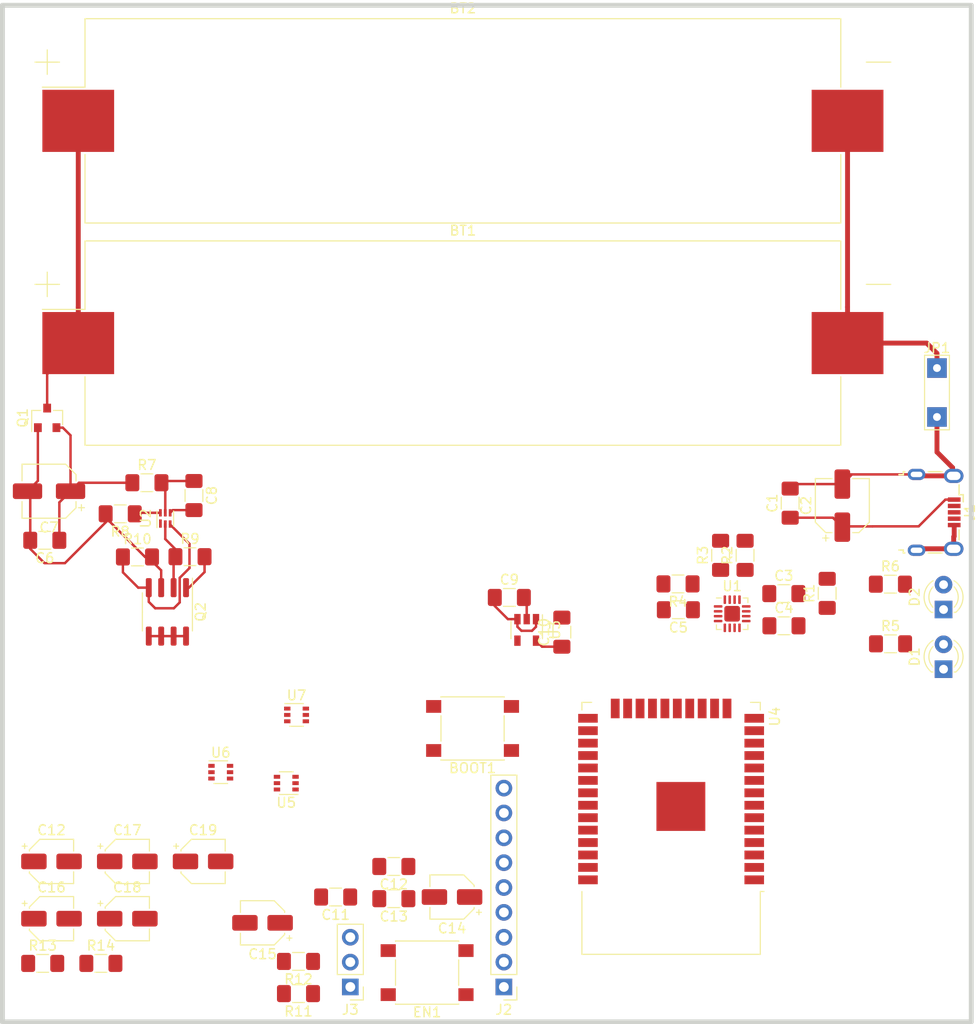
<source format=kicad_pcb>
(kicad_pcb (version 20171130) (host pcbnew "(5.1.5)-3")

  (general
    (thickness 1.6)
    (drawings 4)
    (tracks 95)
    (zones 0)
    (modules 53)
    (nets 70)
  )

  (page A4)
  (layers
    (0 F.Cu signal)
    (31 B.Cu signal)
    (32 B.Adhes user)
    (33 F.Adhes user)
    (34 B.Paste user)
    (35 F.Paste user)
    (36 B.SilkS user)
    (37 F.SilkS user)
    (38 B.Mask user)
    (39 F.Mask user)
    (40 Dwgs.User user)
    (41 Cmts.User user)
    (42 Eco1.User user)
    (43 Eco2.User user)
    (44 Edge.Cuts user)
    (45 Margin user)
    (46 B.CrtYd user)
    (47 F.CrtYd user)
    (48 B.Fab user)
    (49 F.Fab user)
  )

  (setup
    (last_trace_width 0.25)
    (user_trace_width 0.5)
    (trace_clearance 0.2)
    (zone_clearance 0.508)
    (zone_45_only no)
    (trace_min 0)
    (via_size 0.8)
    (via_drill 0.4)
    (via_min_size 0.4)
    (via_min_drill 0.3)
    (uvia_size 0.3)
    (uvia_drill 0.1)
    (uvias_allowed no)
    (uvia_min_size 0.2)
    (uvia_min_drill 0.1)
    (edge_width 0.05)
    (segment_width 0.2)
    (pcb_text_width 0.3)
    (pcb_text_size 1.5 1.5)
    (mod_edge_width 0.12)
    (mod_text_size 1 1)
    (mod_text_width 0.15)
    (pad_size 1.524 1.524)
    (pad_drill 0.762)
    (pad_to_mask_clearance 0.051)
    (solder_mask_min_width 0.25)
    (aux_axis_origin 0 0)
    (visible_elements 7FFDFFFF)
    (pcbplotparams
      (layerselection 0x010fc_ffffffff)
      (usegerberextensions false)
      (usegerberattributes false)
      (usegerberadvancedattributes false)
      (creategerberjobfile false)
      (excludeedgelayer true)
      (linewidth 0.100000)
      (plotframeref false)
      (viasonmask false)
      (mode 1)
      (useauxorigin false)
      (hpglpennumber 1)
      (hpglpenspeed 20)
      (hpglpendiameter 15.000000)
      (psnegative false)
      (psa4output false)
      (plotreference true)
      (plotvalue true)
      (plotinvisibletext false)
      (padsonsilk false)
      (subtractmaskfromsilk false)
      (outputformat 1)
      (mirror false)
      (drillshape 1)
      (scaleselection 1)
      (outputdirectory ""))
  )

  (net 0 "")
  (net 1 "Net-(R1-Pad1)")
  (net 2 "Net-(U2-Pad1)")
  (net 3 VSS)
  (net 4 +BATT)
  (net 5 GND)
  (net 6 "Net-(R2-Pad1)")
  (net 7 "Net-(D1-Pad2)")
  (net 8 "Net-(D2-Pad2)")
  (net 9 Vin)
  (net 10 "Net-(D2-Pad1)")
  (net 11 "Net-(D1-Pad1)")
  (net 12 +3V3)
  (net 13 "Net-(U3-Pad4)")
  (net 14 "Net-(U4-Pad4)")
  (net 15 "Net-(J1-Pad4)")
  (net 16 "Net-(J1-Pad3)")
  (net 17 "Net-(J1-Pad2)")
  (net 18 SDA)
  (net 19 SCL)
  (net 20 Int_AMG8833)
  (net 21 Int_CCSB11)
  (net 22 nWake)
  (net 23 AUX)
  (net 24 Detector_out)
  (net 25 "Net-(J3-Pad2)")
  (net 26 "Net-(J3-Pad1)")
  (net 27 "Net-(C15-Pad1)")
  (net 28 "Net-(U5-Pad4)")
  (net 29 "Net-(BOOT1-Pad1)")
  (net 30 VDD1)
  (net 31 VDD2)
  (net 32 "Net-(C8-Pad1)")
  (net 33 "Net-(C11-Pad1)")
  (net 34 "Net-(Q2-Pad5)")
  (net 35 "Net-(Q2-Pad4)")
  (net 36 "Net-(Q2-Pad2)")
  (net 37 "Net-(R3-Pad1)")
  (net 38 "Net-(R4-Pad1)")
  (net 39 "Net-(R8-Pad1)")
  (net 40 "Net-(R12-Pad2)")
  (net 41 "Net-(U4-Pad37)")
  (net 42 "Net-(U4-Pad32)")
  (net 43 "Net-(U4-Pad31)")
  (net 44 "Net-(U4-Pad30)")
  (net 45 "Net-(U4-Pad29)")
  (net 46 "Net-(U4-Pad26)")
  (net 47 "Net-(U4-Pad24)")
  (net 48 "Net-(U4-Pad22)")
  (net 49 "Net-(U4-Pad21)")
  (net 50 "Net-(U4-Pad20)")
  (net 51 "Net-(U4-Pad19)")
  (net 52 "Net-(U4-Pad18)")
  (net 53 "Net-(U4-Pad17)")
  (net 54 "Net-(U4-Pad16)")
  (net 55 "Net-(U4-Pad14)")
  (net 56 "Net-(U4-Pad13)")
  (net 57 "Net-(U4-Pad10)")
  (net 58 "Net-(U4-Pad7)")
  (net 59 "Net-(U4-Pad5)")
  (net 60 "Net-(BT1-Pad2)")
  (net 61 "Net-(C18-Pad1)")
  (net 62 "Net-(C19-Pad1)")
  (net 63 "Net-(R13-Pad2)")
  (net 64 "Net-(R14-Pad2)")
  (net 65 PowerS3)
  (net 66 PowerS2)
  (net 67 PowerS1)
  (net 68 "Net-(U6-Pad4)")
  (net 69 "Net-(U7-Pad4)")

  (net_class Default "This is the default net class."
    (clearance 0.2)
    (trace_width 0.25)
    (via_dia 0.8)
    (via_drill 0.4)
    (uvia_dia 0.3)
    (uvia_drill 0.1)
    (add_net +3V3)
    (add_net +BATT)
    (add_net AUX)
    (add_net Detector_out)
    (add_net GND)
    (add_net Int_AMG8833)
    (add_net Int_CCSB11)
    (add_net "Net-(BOOT1-Pad1)")
    (add_net "Net-(BT1-Pad2)")
    (add_net "Net-(C11-Pad1)")
    (add_net "Net-(C15-Pad1)")
    (add_net "Net-(C18-Pad1)")
    (add_net "Net-(C19-Pad1)")
    (add_net "Net-(C8-Pad1)")
    (add_net "Net-(D1-Pad1)")
    (add_net "Net-(D1-Pad2)")
    (add_net "Net-(D2-Pad1)")
    (add_net "Net-(D2-Pad2)")
    (add_net "Net-(J1-Pad2)")
    (add_net "Net-(J1-Pad3)")
    (add_net "Net-(J1-Pad4)")
    (add_net "Net-(J3-Pad1)")
    (add_net "Net-(J3-Pad2)")
    (add_net "Net-(Q2-Pad2)")
    (add_net "Net-(Q2-Pad4)")
    (add_net "Net-(Q2-Pad5)")
    (add_net "Net-(R1-Pad1)")
    (add_net "Net-(R12-Pad2)")
    (add_net "Net-(R13-Pad2)")
    (add_net "Net-(R14-Pad2)")
    (add_net "Net-(R2-Pad1)")
    (add_net "Net-(R3-Pad1)")
    (add_net "Net-(R4-Pad1)")
    (add_net "Net-(R8-Pad1)")
    (add_net "Net-(U2-Pad1)")
    (add_net "Net-(U3-Pad4)")
    (add_net "Net-(U4-Pad10)")
    (add_net "Net-(U4-Pad13)")
    (add_net "Net-(U4-Pad14)")
    (add_net "Net-(U4-Pad16)")
    (add_net "Net-(U4-Pad17)")
    (add_net "Net-(U4-Pad18)")
    (add_net "Net-(U4-Pad19)")
    (add_net "Net-(U4-Pad20)")
    (add_net "Net-(U4-Pad21)")
    (add_net "Net-(U4-Pad22)")
    (add_net "Net-(U4-Pad24)")
    (add_net "Net-(U4-Pad26)")
    (add_net "Net-(U4-Pad29)")
    (add_net "Net-(U4-Pad30)")
    (add_net "Net-(U4-Pad31)")
    (add_net "Net-(U4-Pad32)")
    (add_net "Net-(U4-Pad37)")
    (add_net "Net-(U4-Pad4)")
    (add_net "Net-(U4-Pad5)")
    (add_net "Net-(U4-Pad7)")
    (add_net "Net-(U5-Pad4)")
    (add_net "Net-(U6-Pad4)")
    (add_net "Net-(U7-Pad4)")
    (add_net PowerS1)
    (add_net PowerS2)
    (add_net PowerS3)
    (add_net SCL)
    (add_net SDA)
    (add_net VDD1)
    (add_net VDD2)
    (add_net VSS)
    (add_net Vin)
    (add_net nWake)
  )

  (module Battery:BatteryHolder_Keystone_1042_1x18650 (layer F.Cu) (tedit 5A033499) (tstamp 5E631CDC)
    (at 97.881 70.0815)
    (descr "Battery holder for 18650 cylindrical cells http://www.keyelco.com/product.cfm/product_id/918")
    (tags "18650 Keystone 1042 Li-ion")
    (path /5E5CF445)
    (attr smd)
    (fp_text reference BT1 (at 0 -11.5) (layer F.SilkS)
      (effects (font (size 1 1) (thickness 0.15)))
    )
    (fp_text value Li-ion (at 0 11.3) (layer F.Fab)
      (effects (font (size 1 1) (thickness 0.15)))
    )
    (fp_line (start -42.5 -4.75) (end -42.5 -7.25) (layer F.SilkS) (width 0.12))
    (fp_line (start -43.75 -6) (end -41.25 -6) (layer F.SilkS) (width 0.12))
    (fp_line (start -39.03 3.68) (end -43.5 3.68) (layer F.CrtYd) (width 0.05))
    (fp_line (start -43.5 3.68) (end -43.5 -3.68) (layer F.CrtYd) (width 0.05))
    (fp_line (start -43.5 -3.68) (end -39.03 -3.68) (layer F.CrtYd) (width 0.05))
    (fp_line (start 43.5 -3.68) (end 39.03 -3.68) (layer F.CrtYd) (width 0.05))
    (fp_line (start 39.03 3.68) (end 43.5 3.68) (layer F.CrtYd) (width 0.05))
    (fp_line (start -39.03 -10.83) (end -39.03 -3.68) (layer F.CrtYd) (width 0.05))
    (fp_line (start -39.03 10.83) (end -39.03 3.68) (layer F.CrtYd) (width 0.05))
    (fp_line (start 39.03 -10.83) (end 39.03 -3.68) (layer F.CrtYd) (width 0.05))
    (fp_line (start -39.03 -10.83) (end 39.03 -10.83) (layer F.CrtYd) (width 0.05))
    (fp_line (start -39.03 10.83) (end 39.03 10.83) (layer F.CrtYd) (width 0.05))
    (fp_line (start 38.53 -10.33) (end 38.53 10.33) (layer F.Fab) (width 0.1))
    (fp_line (start -33.3675 -10.33) (end 38.53 -10.33) (layer F.Fab) (width 0.1))
    (fp_line (start 43.75 -6) (end 41.25 -6) (layer F.SilkS) (width 0.12))
    (fp_line (start -38.53 -5.1675) (end -38.53 10.33) (layer F.Fab) (width 0.1))
    (fp_line (start -38.53 10.33) (end 38.53 10.33) (layer F.Fab) (width 0.1))
    (fp_line (start 38.64 -3.44) (end 38.64 -10.42) (layer F.SilkS) (width 0.12))
    (fp_line (start 38.64 -10.44) (end -38.64 -10.44) (layer F.SilkS) (width 0.12))
    (fp_line (start -38.64 -10.44) (end -38.64 -3.44) (layer F.SilkS) (width 0.12))
    (fp_line (start 38.64 3.44) (end 38.64 10.44) (layer F.SilkS) (width 0.12))
    (fp_line (start 38.64 10.44) (end -38.64 10.44) (layer F.SilkS) (width 0.12))
    (fp_line (start -38.64 10.44) (end -38.64 3.44) (layer F.SilkS) (width 0.12))
    (fp_text user %R (at 0 0) (layer F.Fab)
      (effects (font (size 1 1) (thickness 0.15)))
    )
    (fp_line (start 39.03 10.83) (end 39.03 3.68) (layer F.CrtYd) (width 0.05))
    (fp_line (start 43.5 3.68) (end 43.5 -3.68) (layer F.CrtYd) (width 0.05))
    (fp_line (start -38.64 -3.44) (end -43 -3.44) (layer F.SilkS) (width 0.12))
    (fp_line (start -33.3675 -10.33) (end -38.53 -5.1675) (layer F.Fab) (width 0.1))
    (pad "" np_thru_hole circle (at -35.93 -8) (size 2.39 2.39) (drill 2.39) (layers *.Cu *.Mask))
    (pad "" np_thru_hole circle (at -27.6 8) (size 3.45 3.45) (drill 3.45) (layers *.Cu *.Mask))
    (pad "" np_thru_hole circle (at 27.6 -8) (size 3.45 3.45) (drill 3.45) (layers *.Cu *.Mask))
    (pad 2 smd rect (at 39.33 0) (size 7.34 6.35) (layers F.Cu F.Paste F.Mask)
      (net 60 "Net-(BT1-Pad2)"))
    (pad 1 smd rect (at -39.33 0) (size 7.34 6.35) (layers F.Cu F.Paste F.Mask)
      (net 4 +BATT))
    (model ${KISYS3DMOD}/Battery.3dshapes/BatteryHolder_Keystone_1042_1x18650.wrl
      (at (xyz 0 0 0))
      (scale (xyz 1 1 1))
      (rotate (xyz 0 0 0))
    )
  )

  (module Connector_USB:USB_Micro-B_Wuerth_629105150521 (layer F.Cu) (tedit 5A142044) (tstamp 5E631E6F)
    (at 146.2151 87.376 270)
    (descr "USB Micro-B receptacle, http://www.mouser.com/ds/2/445/629105150521-469306.pdf")
    (tags "usb micro receptacle")
    (path /5E6EC061)
    (attr smd)
    (fp_text reference J1 (at 0 -3.5 90) (layer F.SilkS)
      (effects (font (size 1 1) (thickness 0.15)))
    )
    (fp_text value USB_B_Micro (at 0 5.6 90) (layer F.Fab)
      (effects (font (size 1 1) (thickness 0.15)))
    )
    (fp_text user "PCB Edge" (at 0 3.75 90) (layer Dwgs.User)
      (effects (font (size 0.5 0.5) (thickness 0.08)))
    )
    (fp_text user %R (at 0 1.05 90) (layer F.Fab)
      (effects (font (size 1 1) (thickness 0.15)))
    )
    (fp_line (start 4.95 -3.34) (end -4.94 -3.34) (layer F.CrtYd) (width 0.05))
    (fp_line (start 4.95 4.85) (end 4.95 -3.34) (layer F.CrtYd) (width 0.05))
    (fp_line (start -4.94 4.85) (end 4.95 4.85) (layer F.CrtYd) (width 0.05))
    (fp_line (start -4.94 -3.34) (end -4.94 4.85) (layer F.CrtYd) (width 0.05))
    (fp_line (start 1.8 -2.4) (end 2.8 -2.4) (layer F.SilkS) (width 0.15))
    (fp_line (start -1.8 -2.4) (end -2.8 -2.4) (layer F.SilkS) (width 0.15))
    (fp_line (start -1.8 -2.825) (end -1.8 -2.4) (layer F.SilkS) (width 0.15))
    (fp_line (start -1.075 -2.825) (end -1.8 -2.825) (layer F.SilkS) (width 0.15))
    (fp_line (start 4.15 0.75) (end 4.15 -0.65) (layer F.SilkS) (width 0.15))
    (fp_line (start 4.15 3.3) (end 4.15 3.15) (layer F.SilkS) (width 0.15))
    (fp_line (start 3.85 3.3) (end 4.15 3.3) (layer F.SilkS) (width 0.15))
    (fp_line (start 3.85 3.75) (end 3.85 3.3) (layer F.SilkS) (width 0.15))
    (fp_line (start -3.85 3.3) (end -3.85 3.75) (layer F.SilkS) (width 0.15))
    (fp_line (start -4.15 3.3) (end -3.85 3.3) (layer F.SilkS) (width 0.15))
    (fp_line (start -4.15 3.15) (end -4.15 3.3) (layer F.SilkS) (width 0.15))
    (fp_line (start -4.15 -0.65) (end -4.15 0.75) (layer F.SilkS) (width 0.15))
    (fp_line (start -1.075 -2.95) (end -1.075 -2.725) (layer F.Fab) (width 0.15))
    (fp_line (start -1.525 -2.95) (end -1.075 -2.95) (layer F.Fab) (width 0.15))
    (fp_line (start -1.525 -2.725) (end -1.525 -2.95) (layer F.Fab) (width 0.15))
    (fp_line (start -1.3 -2.55) (end -1.525 -2.725) (layer F.Fab) (width 0.15))
    (fp_line (start -1.075 -2.725) (end -1.3 -2.55) (layer F.Fab) (width 0.15))
    (fp_line (start -2.7 3.75) (end 2.7 3.75) (layer F.Fab) (width 0.15))
    (fp_line (start 4 -2.25) (end -4 -2.25) (layer F.Fab) (width 0.15))
    (fp_line (start 4 3.15) (end 4 -2.25) (layer F.Fab) (width 0.15))
    (fp_line (start 3.7 3.15) (end 4 3.15) (layer F.Fab) (width 0.15))
    (fp_line (start 3.7 4.35) (end 3.7 3.15) (layer F.Fab) (width 0.15))
    (fp_line (start -3.7 4.35) (end 3.7 4.35) (layer F.Fab) (width 0.15))
    (fp_line (start -3.7 3.15) (end -3.7 4.35) (layer F.Fab) (width 0.15))
    (fp_line (start -4 3.15) (end -3.7 3.15) (layer F.Fab) (width 0.15))
    (fp_line (start -4 -2.25) (end -4 3.15) (layer F.Fab) (width 0.15))
    (pad "" np_thru_hole oval (at 2.5 -0.8 270) (size 0.8 0.8) (drill 0.8) (layers *.Cu *.Mask))
    (pad "" np_thru_hole oval (at -2.5 -0.8 270) (size 0.8 0.8) (drill 0.8) (layers *.Cu *.Mask))
    (pad 6 thru_hole oval (at 3.875 1.95 270) (size 1.15 1.8) (drill oval 0.55 1.2) (layers *.Cu *.Mask)
      (net 3 VSS))
    (pad 6 thru_hole oval (at -3.875 1.95 270) (size 1.15 1.8) (drill oval 0.55 1.2) (layers *.Cu *.Mask)
      (net 3 VSS))
    (pad 6 thru_hole oval (at 3.725 -1.85 270) (size 1.45 2) (drill oval 0.85 1.4) (layers *.Cu *.Mask)
      (net 3 VSS))
    (pad 6 thru_hole oval (at -3.725 -1.85 270) (size 1.45 2) (drill oval 0.85 1.4) (layers *.Cu *.Mask)
      (net 3 VSS))
    (pad 5 smd rect (at 1.3 -1.9 270) (size 0.45 1.3) (layers F.Cu F.Paste F.Mask)
      (net 3 VSS))
    (pad 4 smd rect (at 0.65 -1.9 270) (size 0.45 1.3) (layers F.Cu F.Paste F.Mask)
      (net 15 "Net-(J1-Pad4)"))
    (pad 3 smd rect (at 0 -1.9 270) (size 0.45 1.3) (layers F.Cu F.Paste F.Mask)
      (net 16 "Net-(J1-Pad3)"))
    (pad 2 smd rect (at -0.65 -1.9 270) (size 0.45 1.3) (layers F.Cu F.Paste F.Mask)
      (net 17 "Net-(J1-Pad2)"))
    (pad 1 smd rect (at -1.3 -1.9 270) (size 0.45 1.3) (layers F.Cu F.Paste F.Mask)
      (net 9 Vin))
    (model ${KISYS3DMOD}/Connector_USB.3dshapes/USB_Micro-B_Wuerth_629105150521.wrl
      (at (xyz 0 0 0))
      (scale (xyz 1 1 1))
      (rotate (xyz 0 0 0))
    )
  )

  (module Package_DFN_QFN:VQFN-16-1EP_3x3mm_P0.5mm_EP1.6x1.6mm (layer F.Cu) (tedit 5CF60782) (tstamp 5E62E680)
    (at 125.4125 97.7392)
    (descr "VQFN, 16 Pin (http://www.ti.com/lit/ds/symlink/cdclvp1102.pdf#page=28), generated with kicad-footprint-generator ipc_noLead_generator.py")
    (tags "VQFN NoLead")
    (path /5E5A7039)
    (attr smd)
    (fp_text reference U1 (at 0 -2.82) (layer F.SilkS)
      (effects (font (size 1 1) (thickness 0.15)))
    )
    (fp_text value BQ24075 (at 0 2.82) (layer F.Fab)
      (effects (font (size 1 1) (thickness 0.15)))
    )
    (fp_text user %R (at 0 0) (layer F.Fab)
      (effects (font (size 0.75 0.75) (thickness 0.11)))
    )
    (fp_line (start 2.12 -2.12) (end -2.12 -2.12) (layer F.CrtYd) (width 0.05))
    (fp_line (start 2.12 2.12) (end 2.12 -2.12) (layer F.CrtYd) (width 0.05))
    (fp_line (start -2.12 2.12) (end 2.12 2.12) (layer F.CrtYd) (width 0.05))
    (fp_line (start -2.12 -2.12) (end -2.12 2.12) (layer F.CrtYd) (width 0.05))
    (fp_line (start -1.5 -0.75) (end -0.75 -1.5) (layer F.Fab) (width 0.1))
    (fp_line (start -1.5 1.5) (end -1.5 -0.75) (layer F.Fab) (width 0.1))
    (fp_line (start 1.5 1.5) (end -1.5 1.5) (layer F.Fab) (width 0.1))
    (fp_line (start 1.5 -1.5) (end 1.5 1.5) (layer F.Fab) (width 0.1))
    (fp_line (start -0.75 -1.5) (end 1.5 -1.5) (layer F.Fab) (width 0.1))
    (fp_line (start -1.135 -1.61) (end -1.61 -1.61) (layer F.SilkS) (width 0.12))
    (fp_line (start 1.61 1.61) (end 1.61 1.135) (layer F.SilkS) (width 0.12))
    (fp_line (start 1.135 1.61) (end 1.61 1.61) (layer F.SilkS) (width 0.12))
    (fp_line (start -1.61 1.61) (end -1.61 1.135) (layer F.SilkS) (width 0.12))
    (fp_line (start -1.135 1.61) (end -1.61 1.61) (layer F.SilkS) (width 0.12))
    (fp_line (start 1.61 -1.61) (end 1.61 -1.135) (layer F.SilkS) (width 0.12))
    (fp_line (start 1.135 -1.61) (end 1.61 -1.61) (layer F.SilkS) (width 0.12))
    (pad 16 smd roundrect (at -0.75 -1.4375) (size 0.25 0.875) (layers F.Cu F.Paste F.Mask) (roundrect_rratio 0.25)
      (net 37 "Net-(R3-Pad1)"))
    (pad 15 smd roundrect (at -0.25 -1.4375) (size 0.25 0.875) (layers F.Cu F.Paste F.Mask) (roundrect_rratio 0.25)
      (net 3 VSS))
    (pad 14 smd roundrect (at 0.25 -1.4375) (size 0.25 0.875) (layers F.Cu F.Paste F.Mask) (roundrect_rratio 0.25)
      (net 6 "Net-(R2-Pad1)"))
    (pad 13 smd roundrect (at 0.75 -1.4375) (size 0.25 0.875) (layers F.Cu F.Paste F.Mask) (roundrect_rratio 0.25)
      (net 9 Vin))
    (pad 12 smd roundrect (at 1.4375 -0.75) (size 0.875 0.25) (layers F.Cu F.Paste F.Mask) (roundrect_rratio 0.25)
      (net 1 "Net-(R1-Pad1)"))
    (pad 11 smd roundrect (at 1.4375 -0.25) (size 0.875 0.25) (layers F.Cu F.Paste F.Mask) (roundrect_rratio 0.25)
      (net 31 VDD2))
    (pad 10 smd roundrect (at 1.4375 0.25) (size 0.875 0.25) (layers F.Cu F.Paste F.Mask) (roundrect_rratio 0.25)
      (net 31 VDD2))
    (pad 9 smd roundrect (at 1.4375 0.75) (size 0.875 0.25) (layers F.Cu F.Paste F.Mask) (roundrect_rratio 0.25)
      (net 10 "Net-(D2-Pad1)"))
    (pad 8 smd roundrect (at 0.75 1.4375) (size 0.25 0.875) (layers F.Cu F.Paste F.Mask) (roundrect_rratio 0.25)
      (net 3 VSS))
    (pad 7 smd roundrect (at 0.25 1.4375) (size 0.25 0.875) (layers F.Cu F.Paste F.Mask) (roundrect_rratio 0.25)
      (net 11 "Net-(D1-Pad1)"))
    (pad 6 smd roundrect (at -0.25 1.4375) (size 0.25 0.875) (layers F.Cu F.Paste F.Mask) (roundrect_rratio 0.25)
      (net 3 VSS))
    (pad 5 smd roundrect (at -0.75 1.4375) (size 0.25 0.875) (layers F.Cu F.Paste F.Mask) (roundrect_rratio 0.25)
      (net 31 VDD2))
    (pad 4 smd roundrect (at -1.4375 0.75) (size 0.875 0.25) (layers F.Cu F.Paste F.Mask) (roundrect_rratio 0.25)
      (net 3 VSS))
    (pad 3 smd roundrect (at -1.4375 0.25) (size 0.875 0.25) (layers F.Cu F.Paste F.Mask) (roundrect_rratio 0.25)
      (net 30 VDD1))
    (pad 2 smd roundrect (at -1.4375 -0.25) (size 0.875 0.25) (layers F.Cu F.Paste F.Mask) (roundrect_rratio 0.25)
      (net 30 VDD1))
    (pad 1 smd roundrect (at -1.4375 -0.75) (size 0.875 0.25) (layers F.Cu F.Paste F.Mask) (roundrect_rratio 0.25)
      (net 38 "Net-(R4-Pad1)"))
    (pad "" smd roundrect (at 0.4 0.4) (size 0.64 0.64) (layers F.Paste) (roundrect_rratio 0.25))
    (pad "" smd roundrect (at 0.4 -0.4) (size 0.64 0.64) (layers F.Paste) (roundrect_rratio 0.25))
    (pad "" smd roundrect (at -0.4 0.4) (size 0.64 0.64) (layers F.Paste) (roundrect_rratio 0.25))
    (pad "" smd roundrect (at -0.4 -0.4) (size 0.64 0.64) (layers F.Paste) (roundrect_rratio 0.25))
    (pad 17 smd roundrect (at 0 0) (size 1.6 1.6) (layers F.Cu F.Mask) (roundrect_rratio 0.15625)
      (net 3 VSS))
    (model ${KISYS3DMOD}/Package_DFN_QFN.3dshapes/VQFN-16-1EP_3x3mm_P0.5mm_EP1.6x1.6mm.wrl
      (at (xyz 0 0 0))
      (scale (xyz 1 1 1))
      (rotate (xyz 0 0 0))
    )
  )

  (module Package_TO_SOT_SMD:SOT-363_SC-70-6 (layer F.Cu) (tedit 5A02FF57) (tstamp 5E62C152)
    (at 80.8725 108.0803)
    (descr "SOT-363, SC-70-6")
    (tags "SOT-363 SC-70-6")
    (path /5E6059B5/5E6D9A8C)
    (attr smd)
    (fp_text reference U7 (at 0 -2) (layer F.SilkS)
      (effects (font (size 1 1) (thickness 0.15)))
    )
    (fp_text value TPS22919 (at 0 2 180) (layer F.Fab)
      (effects (font (size 1 1) (thickness 0.15)))
    )
    (fp_line (start -0.175 -1.1) (end -0.675 -0.6) (layer F.Fab) (width 0.1))
    (fp_line (start 0.675 1.1) (end -0.675 1.1) (layer F.Fab) (width 0.1))
    (fp_line (start 0.675 -1.1) (end 0.675 1.1) (layer F.Fab) (width 0.1))
    (fp_line (start -1.6 1.4) (end 1.6 1.4) (layer F.CrtYd) (width 0.05))
    (fp_line (start -0.675 -0.6) (end -0.675 1.1) (layer F.Fab) (width 0.1))
    (fp_line (start 0.675 -1.1) (end -0.175 -1.1) (layer F.Fab) (width 0.1))
    (fp_line (start -1.6 -1.4) (end 1.6 -1.4) (layer F.CrtYd) (width 0.05))
    (fp_line (start -1.6 -1.4) (end -1.6 1.4) (layer F.CrtYd) (width 0.05))
    (fp_line (start 1.6 1.4) (end 1.6 -1.4) (layer F.CrtYd) (width 0.05))
    (fp_line (start -0.7 1.16) (end 0.7 1.16) (layer F.SilkS) (width 0.12))
    (fp_line (start 0.7 -1.16) (end -1.2 -1.16) (layer F.SilkS) (width 0.12))
    (fp_text user %R (at 0 0 90) (layer F.Fab)
      (effects (font (size 0.5 0.5) (thickness 0.075)))
    )
    (pad 6 smd rect (at 0.95 -0.65) (size 0.65 0.4) (layers F.Cu F.Paste F.Mask)
      (net 62 "Net-(C19-Pad1)"))
    (pad 4 smd rect (at 0.95 0.65) (size 0.65 0.4) (layers F.Cu F.Paste F.Mask)
      (net 69 "Net-(U7-Pad4)"))
    (pad 2 smd rect (at -0.95 0) (size 0.65 0.4) (layers F.Cu F.Paste F.Mask)
      (net 5 GND))
    (pad 5 smd rect (at 0.95 0) (size 0.65 0.4) (layers F.Cu F.Paste F.Mask)
      (net 64 "Net-(R14-Pad2)"))
    (pad 3 smd rect (at -0.95 0.65) (size 0.65 0.4) (layers F.Cu F.Paste F.Mask)
      (net 65 PowerS3))
    (pad 1 smd rect (at -0.95 -0.65) (size 0.65 0.4) (layers F.Cu F.Paste F.Mask)
      (net 12 +3V3))
    (model ${KISYS3DMOD}/Package_TO_SOT_SMD.3dshapes/SOT-363_SC-70-6.wrl
      (at (xyz 0 0 0))
      (scale (xyz 1 1 1))
      (rotate (xyz 0 0 0))
    )
  )

  (module Package_TO_SOT_SMD:SOT-363_SC-70-6 (layer F.Cu) (tedit 5A02FF57) (tstamp 5E62C13C)
    (at 73.1225 113.9303)
    (descr "SOT-363, SC-70-6")
    (tags "SOT-363 SC-70-6")
    (path /5E6059B5/5E6D75BA)
    (attr smd)
    (fp_text reference U6 (at 0 -2) (layer F.SilkS)
      (effects (font (size 1 1) (thickness 0.15)))
    )
    (fp_text value TPS22919 (at 0 2 180) (layer F.Fab)
      (effects (font (size 1 1) (thickness 0.15)))
    )
    (fp_line (start -0.175 -1.1) (end -0.675 -0.6) (layer F.Fab) (width 0.1))
    (fp_line (start 0.675 1.1) (end -0.675 1.1) (layer F.Fab) (width 0.1))
    (fp_line (start 0.675 -1.1) (end 0.675 1.1) (layer F.Fab) (width 0.1))
    (fp_line (start -1.6 1.4) (end 1.6 1.4) (layer F.CrtYd) (width 0.05))
    (fp_line (start -0.675 -0.6) (end -0.675 1.1) (layer F.Fab) (width 0.1))
    (fp_line (start 0.675 -1.1) (end -0.175 -1.1) (layer F.Fab) (width 0.1))
    (fp_line (start -1.6 -1.4) (end 1.6 -1.4) (layer F.CrtYd) (width 0.05))
    (fp_line (start -1.6 -1.4) (end -1.6 1.4) (layer F.CrtYd) (width 0.05))
    (fp_line (start 1.6 1.4) (end 1.6 -1.4) (layer F.CrtYd) (width 0.05))
    (fp_line (start -0.7 1.16) (end 0.7 1.16) (layer F.SilkS) (width 0.12))
    (fp_line (start 0.7 -1.16) (end -1.2 -1.16) (layer F.SilkS) (width 0.12))
    (fp_text user %R (at 0 0 90) (layer F.Fab)
      (effects (font (size 0.5 0.5) (thickness 0.075)))
    )
    (pad 6 smd rect (at 0.95 -0.65) (size 0.65 0.4) (layers F.Cu F.Paste F.Mask)
      (net 61 "Net-(C18-Pad1)"))
    (pad 4 smd rect (at 0.95 0.65) (size 0.65 0.4) (layers F.Cu F.Paste F.Mask)
      (net 68 "Net-(U6-Pad4)"))
    (pad 2 smd rect (at -0.95 0) (size 0.65 0.4) (layers F.Cu F.Paste F.Mask)
      (net 5 GND))
    (pad 5 smd rect (at 0.95 0) (size 0.65 0.4) (layers F.Cu F.Paste F.Mask)
      (net 63 "Net-(R13-Pad2)"))
    (pad 3 smd rect (at -0.95 0.65) (size 0.65 0.4) (layers F.Cu F.Paste F.Mask)
      (net 66 PowerS2))
    (pad 1 smd rect (at -0.95 -0.65) (size 0.65 0.4) (layers F.Cu F.Paste F.Mask)
      (net 12 +3V3))
    (model ${KISYS3DMOD}/Package_TO_SOT_SMD.3dshapes/SOT-363_SC-70-6.wrl
      (at (xyz 0 0 0))
      (scale (xyz 1 1 1))
      (rotate (xyz 0 0 0))
    )
  )

  (module Resistor_SMD:R_1206_3216Metric_Pad1.42x1.75mm_HandSolder (layer F.Cu) (tedit 5B301BBD) (tstamp 5E62BF7C)
    (at 60.8665 133.4703)
    (descr "Resistor SMD 1206 (3216 Metric), square (rectangular) end terminal, IPC_7351 nominal with elongated pad for handsoldering. (Body size source: http://www.tortai-tech.com/upload/download/2011102023233369053.pdf), generated with kicad-footprint-generator")
    (tags "resistor handsolder")
    (path /5E6059B5/5E6D9A99)
    (attr smd)
    (fp_text reference R14 (at 0 -1.82) (layer F.SilkS)
      (effects (font (size 1 1) (thickness 0.15)))
    )
    (fp_text value 680 (at 0 1.82) (layer F.Fab)
      (effects (font (size 1 1) (thickness 0.15)))
    )
    (fp_text user %R (at 0 0) (layer F.Fab)
      (effects (font (size 0.8 0.8) (thickness 0.12)))
    )
    (fp_line (start 2.45 1.12) (end -2.45 1.12) (layer F.CrtYd) (width 0.05))
    (fp_line (start 2.45 -1.12) (end 2.45 1.12) (layer F.CrtYd) (width 0.05))
    (fp_line (start -2.45 -1.12) (end 2.45 -1.12) (layer F.CrtYd) (width 0.05))
    (fp_line (start -2.45 1.12) (end -2.45 -1.12) (layer F.CrtYd) (width 0.05))
    (fp_line (start -0.602064 0.91) (end 0.602064 0.91) (layer F.SilkS) (width 0.12))
    (fp_line (start -0.602064 -0.91) (end 0.602064 -0.91) (layer F.SilkS) (width 0.12))
    (fp_line (start 1.6 0.8) (end -1.6 0.8) (layer F.Fab) (width 0.1))
    (fp_line (start 1.6 -0.8) (end 1.6 0.8) (layer F.Fab) (width 0.1))
    (fp_line (start -1.6 -0.8) (end 1.6 -0.8) (layer F.Fab) (width 0.1))
    (fp_line (start -1.6 0.8) (end -1.6 -0.8) (layer F.Fab) (width 0.1))
    (pad 2 smd roundrect (at 1.4875 0) (size 1.425 1.75) (layers F.Cu F.Paste F.Mask) (roundrect_rratio 0.175439)
      (net 64 "Net-(R14-Pad2)"))
    (pad 1 smd roundrect (at -1.4875 0) (size 1.425 1.75) (layers F.Cu F.Paste F.Mask) (roundrect_rratio 0.175439)
      (net 62 "Net-(C19-Pad1)"))
    (model ${KISYS3DMOD}/Resistor_SMD.3dshapes/R_1206_3216Metric.wrl
      (at (xyz 0 0 0))
      (scale (xyz 1 1 1))
      (rotate (xyz 0 0 0))
    )
  )

  (module Resistor_SMD:R_1206_3216Metric_Pad1.42x1.75mm_HandSolder (layer F.Cu) (tedit 5B301BBD) (tstamp 5E62BF6B)
    (at 54.9165 133.4703)
    (descr "Resistor SMD 1206 (3216 Metric), square (rectangular) end terminal, IPC_7351 nominal with elongated pad for handsoldering. (Body size source: http://www.tortai-tech.com/upload/download/2011102023233369053.pdf), generated with kicad-footprint-generator")
    (tags "resistor handsolder")
    (path /5E6059B5/5E6D75C7)
    (attr smd)
    (fp_text reference R13 (at 0 -1.82) (layer F.SilkS)
      (effects (font (size 1 1) (thickness 0.15)))
    )
    (fp_text value 680 (at 0 1.82) (layer F.Fab)
      (effects (font (size 1 1) (thickness 0.15)))
    )
    (fp_text user %R (at 0 0) (layer F.Fab)
      (effects (font (size 0.8 0.8) (thickness 0.12)))
    )
    (fp_line (start 2.45 1.12) (end -2.45 1.12) (layer F.CrtYd) (width 0.05))
    (fp_line (start 2.45 -1.12) (end 2.45 1.12) (layer F.CrtYd) (width 0.05))
    (fp_line (start -2.45 -1.12) (end 2.45 -1.12) (layer F.CrtYd) (width 0.05))
    (fp_line (start -2.45 1.12) (end -2.45 -1.12) (layer F.CrtYd) (width 0.05))
    (fp_line (start -0.602064 0.91) (end 0.602064 0.91) (layer F.SilkS) (width 0.12))
    (fp_line (start -0.602064 -0.91) (end 0.602064 -0.91) (layer F.SilkS) (width 0.12))
    (fp_line (start 1.6 0.8) (end -1.6 0.8) (layer F.Fab) (width 0.1))
    (fp_line (start 1.6 -0.8) (end 1.6 0.8) (layer F.Fab) (width 0.1))
    (fp_line (start -1.6 -0.8) (end 1.6 -0.8) (layer F.Fab) (width 0.1))
    (fp_line (start -1.6 0.8) (end -1.6 -0.8) (layer F.Fab) (width 0.1))
    (pad 2 smd roundrect (at 1.4875 0) (size 1.425 1.75) (layers F.Cu F.Paste F.Mask) (roundrect_rratio 0.175439)
      (net 63 "Net-(R13-Pad2)"))
    (pad 1 smd roundrect (at -1.4875 0) (size 1.425 1.75) (layers F.Cu F.Paste F.Mask) (roundrect_rratio 0.175439)
      (net 61 "Net-(C18-Pad1)"))
    (model ${KISYS3DMOD}/Resistor_SMD.3dshapes/R_1206_3216Metric.wrl
      (at (xyz 0 0 0))
      (scale (xyz 1 1 1))
      (rotate (xyz 0 0 0))
    )
  )

  (module Capacitor_SMD:CP_Elec_4x5.4 (layer F.Cu) (tedit 5BCA39CF) (tstamp 5E62BC35)
    (at 71.3165 123.0503)
    (descr "SMD capacitor, aluminum electrolytic, Panasonic A5 / Nichicon, 4.0x5.4mm")
    (tags "capacitor electrolytic")
    (path /5E6059B5/5E6D9ABB)
    (attr smd)
    (fp_text reference C19 (at 0 -3.2) (layer F.SilkS)
      (effects (font (size 1 1) (thickness 0.15)))
    )
    (fp_text value 10u/16V (at 0 3.2) (layer F.Fab)
      (effects (font (size 1 1) (thickness 0.15)))
    )
    (fp_text user %R (at 0 0) (layer F.Fab)
      (effects (font (size 0.8 0.8) (thickness 0.12)))
    )
    (fp_line (start -3.35 1.05) (end -2.4 1.05) (layer F.CrtYd) (width 0.05))
    (fp_line (start -3.35 -1.05) (end -3.35 1.05) (layer F.CrtYd) (width 0.05))
    (fp_line (start -2.4 -1.05) (end -3.35 -1.05) (layer F.CrtYd) (width 0.05))
    (fp_line (start -2.4 1.05) (end -2.4 1.25) (layer F.CrtYd) (width 0.05))
    (fp_line (start -2.4 -1.25) (end -2.4 -1.05) (layer F.CrtYd) (width 0.05))
    (fp_line (start -2.4 -1.25) (end -1.25 -2.4) (layer F.CrtYd) (width 0.05))
    (fp_line (start -2.4 1.25) (end -1.25 2.4) (layer F.CrtYd) (width 0.05))
    (fp_line (start -1.25 -2.4) (end 2.4 -2.4) (layer F.CrtYd) (width 0.05))
    (fp_line (start -1.25 2.4) (end 2.4 2.4) (layer F.CrtYd) (width 0.05))
    (fp_line (start 2.4 1.05) (end 2.4 2.4) (layer F.CrtYd) (width 0.05))
    (fp_line (start 3.35 1.05) (end 2.4 1.05) (layer F.CrtYd) (width 0.05))
    (fp_line (start 3.35 -1.05) (end 3.35 1.05) (layer F.CrtYd) (width 0.05))
    (fp_line (start 2.4 -1.05) (end 3.35 -1.05) (layer F.CrtYd) (width 0.05))
    (fp_line (start 2.4 -2.4) (end 2.4 -1.05) (layer F.CrtYd) (width 0.05))
    (fp_line (start -2.75 -1.81) (end -2.75 -1.31) (layer F.SilkS) (width 0.12))
    (fp_line (start -3 -1.56) (end -2.5 -1.56) (layer F.SilkS) (width 0.12))
    (fp_line (start -2.26 1.195563) (end -1.195563 2.26) (layer F.SilkS) (width 0.12))
    (fp_line (start -2.26 -1.195563) (end -1.195563 -2.26) (layer F.SilkS) (width 0.12))
    (fp_line (start -2.26 -1.195563) (end -2.26 -1.06) (layer F.SilkS) (width 0.12))
    (fp_line (start -2.26 1.195563) (end -2.26 1.06) (layer F.SilkS) (width 0.12))
    (fp_line (start -1.195563 2.26) (end 2.26 2.26) (layer F.SilkS) (width 0.12))
    (fp_line (start -1.195563 -2.26) (end 2.26 -2.26) (layer F.SilkS) (width 0.12))
    (fp_line (start 2.26 -2.26) (end 2.26 -1.06) (layer F.SilkS) (width 0.12))
    (fp_line (start 2.26 2.26) (end 2.26 1.06) (layer F.SilkS) (width 0.12))
    (fp_line (start -1.374773 -1.2) (end -1.374773 -0.8) (layer F.Fab) (width 0.1))
    (fp_line (start -1.574773 -1) (end -1.174773 -1) (layer F.Fab) (width 0.1))
    (fp_line (start -2.15 1.15) (end -1.15 2.15) (layer F.Fab) (width 0.1))
    (fp_line (start -2.15 -1.15) (end -1.15 -2.15) (layer F.Fab) (width 0.1))
    (fp_line (start -2.15 -1.15) (end -2.15 1.15) (layer F.Fab) (width 0.1))
    (fp_line (start -1.15 2.15) (end 2.15 2.15) (layer F.Fab) (width 0.1))
    (fp_line (start -1.15 -2.15) (end 2.15 -2.15) (layer F.Fab) (width 0.1))
    (fp_line (start 2.15 -2.15) (end 2.15 2.15) (layer F.Fab) (width 0.1))
    (fp_circle (center 0 0) (end 2 0) (layer F.Fab) (width 0.1))
    (pad 2 smd roundrect (at 1.8 0) (size 2.6 1.6) (layers F.Cu F.Paste F.Mask) (roundrect_rratio 0.15625)
      (net 5 GND))
    (pad 1 smd roundrect (at -1.8 0) (size 2.6 1.6) (layers F.Cu F.Paste F.Mask) (roundrect_rratio 0.15625)
      (net 62 "Net-(C19-Pad1)"))
    (model ${KISYS3DMOD}/Capacitor_SMD.3dshapes/CP_Elec_4x5.4.wrl
      (at (xyz 0 0 0))
      (scale (xyz 1 1 1))
      (rotate (xyz 0 0 0))
    )
  )

  (module Capacitor_SMD:CP_Elec_4x5.4 (layer F.Cu) (tedit 5BCA39CF) (tstamp 5E62BC0D)
    (at 63.5665 128.9003)
    (descr "SMD capacitor, aluminum electrolytic, Panasonic A5 / Nichicon, 4.0x5.4mm")
    (tags "capacitor electrolytic")
    (path /5E6059B5/5E6D75E9)
    (attr smd)
    (fp_text reference C18 (at 0 -3.2) (layer F.SilkS)
      (effects (font (size 1 1) (thickness 0.15)))
    )
    (fp_text value 10u/16V (at 0 3.2) (layer F.Fab)
      (effects (font (size 1 1) (thickness 0.15)))
    )
    (fp_text user %R (at 0 0) (layer F.Fab)
      (effects (font (size 0.8 0.8) (thickness 0.12)))
    )
    (fp_line (start -3.35 1.05) (end -2.4 1.05) (layer F.CrtYd) (width 0.05))
    (fp_line (start -3.35 -1.05) (end -3.35 1.05) (layer F.CrtYd) (width 0.05))
    (fp_line (start -2.4 -1.05) (end -3.35 -1.05) (layer F.CrtYd) (width 0.05))
    (fp_line (start -2.4 1.05) (end -2.4 1.25) (layer F.CrtYd) (width 0.05))
    (fp_line (start -2.4 -1.25) (end -2.4 -1.05) (layer F.CrtYd) (width 0.05))
    (fp_line (start -2.4 -1.25) (end -1.25 -2.4) (layer F.CrtYd) (width 0.05))
    (fp_line (start -2.4 1.25) (end -1.25 2.4) (layer F.CrtYd) (width 0.05))
    (fp_line (start -1.25 -2.4) (end 2.4 -2.4) (layer F.CrtYd) (width 0.05))
    (fp_line (start -1.25 2.4) (end 2.4 2.4) (layer F.CrtYd) (width 0.05))
    (fp_line (start 2.4 1.05) (end 2.4 2.4) (layer F.CrtYd) (width 0.05))
    (fp_line (start 3.35 1.05) (end 2.4 1.05) (layer F.CrtYd) (width 0.05))
    (fp_line (start 3.35 -1.05) (end 3.35 1.05) (layer F.CrtYd) (width 0.05))
    (fp_line (start 2.4 -1.05) (end 3.35 -1.05) (layer F.CrtYd) (width 0.05))
    (fp_line (start 2.4 -2.4) (end 2.4 -1.05) (layer F.CrtYd) (width 0.05))
    (fp_line (start -2.75 -1.81) (end -2.75 -1.31) (layer F.SilkS) (width 0.12))
    (fp_line (start -3 -1.56) (end -2.5 -1.56) (layer F.SilkS) (width 0.12))
    (fp_line (start -2.26 1.195563) (end -1.195563 2.26) (layer F.SilkS) (width 0.12))
    (fp_line (start -2.26 -1.195563) (end -1.195563 -2.26) (layer F.SilkS) (width 0.12))
    (fp_line (start -2.26 -1.195563) (end -2.26 -1.06) (layer F.SilkS) (width 0.12))
    (fp_line (start -2.26 1.195563) (end -2.26 1.06) (layer F.SilkS) (width 0.12))
    (fp_line (start -1.195563 2.26) (end 2.26 2.26) (layer F.SilkS) (width 0.12))
    (fp_line (start -1.195563 -2.26) (end 2.26 -2.26) (layer F.SilkS) (width 0.12))
    (fp_line (start 2.26 -2.26) (end 2.26 -1.06) (layer F.SilkS) (width 0.12))
    (fp_line (start 2.26 2.26) (end 2.26 1.06) (layer F.SilkS) (width 0.12))
    (fp_line (start -1.374773 -1.2) (end -1.374773 -0.8) (layer F.Fab) (width 0.1))
    (fp_line (start -1.574773 -1) (end -1.174773 -1) (layer F.Fab) (width 0.1))
    (fp_line (start -2.15 1.15) (end -1.15 2.15) (layer F.Fab) (width 0.1))
    (fp_line (start -2.15 -1.15) (end -1.15 -2.15) (layer F.Fab) (width 0.1))
    (fp_line (start -2.15 -1.15) (end -2.15 1.15) (layer F.Fab) (width 0.1))
    (fp_line (start -1.15 2.15) (end 2.15 2.15) (layer F.Fab) (width 0.1))
    (fp_line (start -1.15 -2.15) (end 2.15 -2.15) (layer F.Fab) (width 0.1))
    (fp_line (start 2.15 -2.15) (end 2.15 2.15) (layer F.Fab) (width 0.1))
    (fp_circle (center 0 0) (end 2 0) (layer F.Fab) (width 0.1))
    (pad 2 smd roundrect (at 1.8 0) (size 2.6 1.6) (layers F.Cu F.Paste F.Mask) (roundrect_rratio 0.15625)
      (net 5 GND))
    (pad 1 smd roundrect (at -1.8 0) (size 2.6 1.6) (layers F.Cu F.Paste F.Mask) (roundrect_rratio 0.15625)
      (net 61 "Net-(C18-Pad1)"))
    (model ${KISYS3DMOD}/Capacitor_SMD.3dshapes/CP_Elec_4x5.4.wrl
      (at (xyz 0 0 0))
      (scale (xyz 1 1 1))
      (rotate (xyz 0 0 0))
    )
  )

  (module Capacitor_SMD:CP_Elec_4x5.4 (layer F.Cu) (tedit 5BCA39CF) (tstamp 5E62BBE5)
    (at 63.5665 123.0503)
    (descr "SMD capacitor, aluminum electrolytic, Panasonic A5 / Nichicon, 4.0x5.4mm")
    (tags "capacitor electrolytic")
    (path /5E6059B5/5E6D9AAC)
    (attr smd)
    (fp_text reference C17 (at 0 -3.2) (layer F.SilkS)
      (effects (font (size 1 1) (thickness 0.15)))
    )
    (fp_text value 3.3u/16V (at 0 3.2) (layer F.Fab)
      (effects (font (size 1 1) (thickness 0.15)))
    )
    (fp_text user %R (at 0 0) (layer F.Fab)
      (effects (font (size 0.8 0.8) (thickness 0.12)))
    )
    (fp_line (start -3.35 1.05) (end -2.4 1.05) (layer F.CrtYd) (width 0.05))
    (fp_line (start -3.35 -1.05) (end -3.35 1.05) (layer F.CrtYd) (width 0.05))
    (fp_line (start -2.4 -1.05) (end -3.35 -1.05) (layer F.CrtYd) (width 0.05))
    (fp_line (start -2.4 1.05) (end -2.4 1.25) (layer F.CrtYd) (width 0.05))
    (fp_line (start -2.4 -1.25) (end -2.4 -1.05) (layer F.CrtYd) (width 0.05))
    (fp_line (start -2.4 -1.25) (end -1.25 -2.4) (layer F.CrtYd) (width 0.05))
    (fp_line (start -2.4 1.25) (end -1.25 2.4) (layer F.CrtYd) (width 0.05))
    (fp_line (start -1.25 -2.4) (end 2.4 -2.4) (layer F.CrtYd) (width 0.05))
    (fp_line (start -1.25 2.4) (end 2.4 2.4) (layer F.CrtYd) (width 0.05))
    (fp_line (start 2.4 1.05) (end 2.4 2.4) (layer F.CrtYd) (width 0.05))
    (fp_line (start 3.35 1.05) (end 2.4 1.05) (layer F.CrtYd) (width 0.05))
    (fp_line (start 3.35 -1.05) (end 3.35 1.05) (layer F.CrtYd) (width 0.05))
    (fp_line (start 2.4 -1.05) (end 3.35 -1.05) (layer F.CrtYd) (width 0.05))
    (fp_line (start 2.4 -2.4) (end 2.4 -1.05) (layer F.CrtYd) (width 0.05))
    (fp_line (start -2.75 -1.81) (end -2.75 -1.31) (layer F.SilkS) (width 0.12))
    (fp_line (start -3 -1.56) (end -2.5 -1.56) (layer F.SilkS) (width 0.12))
    (fp_line (start -2.26 1.195563) (end -1.195563 2.26) (layer F.SilkS) (width 0.12))
    (fp_line (start -2.26 -1.195563) (end -1.195563 -2.26) (layer F.SilkS) (width 0.12))
    (fp_line (start -2.26 -1.195563) (end -2.26 -1.06) (layer F.SilkS) (width 0.12))
    (fp_line (start -2.26 1.195563) (end -2.26 1.06) (layer F.SilkS) (width 0.12))
    (fp_line (start -1.195563 2.26) (end 2.26 2.26) (layer F.SilkS) (width 0.12))
    (fp_line (start -1.195563 -2.26) (end 2.26 -2.26) (layer F.SilkS) (width 0.12))
    (fp_line (start 2.26 -2.26) (end 2.26 -1.06) (layer F.SilkS) (width 0.12))
    (fp_line (start 2.26 2.26) (end 2.26 1.06) (layer F.SilkS) (width 0.12))
    (fp_line (start -1.374773 -1.2) (end -1.374773 -0.8) (layer F.Fab) (width 0.1))
    (fp_line (start -1.574773 -1) (end -1.174773 -1) (layer F.Fab) (width 0.1))
    (fp_line (start -2.15 1.15) (end -1.15 2.15) (layer F.Fab) (width 0.1))
    (fp_line (start -2.15 -1.15) (end -1.15 -2.15) (layer F.Fab) (width 0.1))
    (fp_line (start -2.15 -1.15) (end -2.15 1.15) (layer F.Fab) (width 0.1))
    (fp_line (start -1.15 2.15) (end 2.15 2.15) (layer F.Fab) (width 0.1))
    (fp_line (start -1.15 -2.15) (end 2.15 -2.15) (layer F.Fab) (width 0.1))
    (fp_line (start 2.15 -2.15) (end 2.15 2.15) (layer F.Fab) (width 0.1))
    (fp_circle (center 0 0) (end 2 0) (layer F.Fab) (width 0.1))
    (pad 2 smd roundrect (at 1.8 0) (size 2.6 1.6) (layers F.Cu F.Paste F.Mask) (roundrect_rratio 0.15625)
      (net 5 GND))
    (pad 1 smd roundrect (at -1.8 0) (size 2.6 1.6) (layers F.Cu F.Paste F.Mask) (roundrect_rratio 0.15625)
      (net 12 +3V3))
    (model ${KISYS3DMOD}/Capacitor_SMD.3dshapes/CP_Elec_4x5.4.wrl
      (at (xyz 0 0 0))
      (scale (xyz 1 1 1))
      (rotate (xyz 0 0 0))
    )
  )

  (module Capacitor_SMD:CP_Elec_4x5.4 (layer F.Cu) (tedit 5BCA39CF) (tstamp 5E62BBBD)
    (at 55.8165 128.9003)
    (descr "SMD capacitor, aluminum electrolytic, Panasonic A5 / Nichicon, 4.0x5.4mm")
    (tags "capacitor electrolytic")
    (path /5E6059B5/5E6D75DA)
    (attr smd)
    (fp_text reference C16 (at 0 -3.2) (layer F.SilkS)
      (effects (font (size 1 1) (thickness 0.15)))
    )
    (fp_text value 3.3u/16V (at 0 3.2) (layer F.Fab)
      (effects (font (size 1 1) (thickness 0.15)))
    )
    (fp_text user %R (at 0 0) (layer F.Fab)
      (effects (font (size 0.8 0.8) (thickness 0.12)))
    )
    (fp_line (start -3.35 1.05) (end -2.4 1.05) (layer F.CrtYd) (width 0.05))
    (fp_line (start -3.35 -1.05) (end -3.35 1.05) (layer F.CrtYd) (width 0.05))
    (fp_line (start -2.4 -1.05) (end -3.35 -1.05) (layer F.CrtYd) (width 0.05))
    (fp_line (start -2.4 1.05) (end -2.4 1.25) (layer F.CrtYd) (width 0.05))
    (fp_line (start -2.4 -1.25) (end -2.4 -1.05) (layer F.CrtYd) (width 0.05))
    (fp_line (start -2.4 -1.25) (end -1.25 -2.4) (layer F.CrtYd) (width 0.05))
    (fp_line (start -2.4 1.25) (end -1.25 2.4) (layer F.CrtYd) (width 0.05))
    (fp_line (start -1.25 -2.4) (end 2.4 -2.4) (layer F.CrtYd) (width 0.05))
    (fp_line (start -1.25 2.4) (end 2.4 2.4) (layer F.CrtYd) (width 0.05))
    (fp_line (start 2.4 1.05) (end 2.4 2.4) (layer F.CrtYd) (width 0.05))
    (fp_line (start 3.35 1.05) (end 2.4 1.05) (layer F.CrtYd) (width 0.05))
    (fp_line (start 3.35 -1.05) (end 3.35 1.05) (layer F.CrtYd) (width 0.05))
    (fp_line (start 2.4 -1.05) (end 3.35 -1.05) (layer F.CrtYd) (width 0.05))
    (fp_line (start 2.4 -2.4) (end 2.4 -1.05) (layer F.CrtYd) (width 0.05))
    (fp_line (start -2.75 -1.81) (end -2.75 -1.31) (layer F.SilkS) (width 0.12))
    (fp_line (start -3 -1.56) (end -2.5 -1.56) (layer F.SilkS) (width 0.12))
    (fp_line (start -2.26 1.195563) (end -1.195563 2.26) (layer F.SilkS) (width 0.12))
    (fp_line (start -2.26 -1.195563) (end -1.195563 -2.26) (layer F.SilkS) (width 0.12))
    (fp_line (start -2.26 -1.195563) (end -2.26 -1.06) (layer F.SilkS) (width 0.12))
    (fp_line (start -2.26 1.195563) (end -2.26 1.06) (layer F.SilkS) (width 0.12))
    (fp_line (start -1.195563 2.26) (end 2.26 2.26) (layer F.SilkS) (width 0.12))
    (fp_line (start -1.195563 -2.26) (end 2.26 -2.26) (layer F.SilkS) (width 0.12))
    (fp_line (start 2.26 -2.26) (end 2.26 -1.06) (layer F.SilkS) (width 0.12))
    (fp_line (start 2.26 2.26) (end 2.26 1.06) (layer F.SilkS) (width 0.12))
    (fp_line (start -1.374773 -1.2) (end -1.374773 -0.8) (layer F.Fab) (width 0.1))
    (fp_line (start -1.574773 -1) (end -1.174773 -1) (layer F.Fab) (width 0.1))
    (fp_line (start -2.15 1.15) (end -1.15 2.15) (layer F.Fab) (width 0.1))
    (fp_line (start -2.15 -1.15) (end -1.15 -2.15) (layer F.Fab) (width 0.1))
    (fp_line (start -2.15 -1.15) (end -2.15 1.15) (layer F.Fab) (width 0.1))
    (fp_line (start -1.15 2.15) (end 2.15 2.15) (layer F.Fab) (width 0.1))
    (fp_line (start -1.15 -2.15) (end 2.15 -2.15) (layer F.Fab) (width 0.1))
    (fp_line (start 2.15 -2.15) (end 2.15 2.15) (layer F.Fab) (width 0.1))
    (fp_circle (center 0 0) (end 2 0) (layer F.Fab) (width 0.1))
    (pad 2 smd roundrect (at 1.8 0) (size 2.6 1.6) (layers F.Cu F.Paste F.Mask) (roundrect_rratio 0.15625)
      (net 5 GND))
    (pad 1 smd roundrect (at -1.8 0) (size 2.6 1.6) (layers F.Cu F.Paste F.Mask) (roundrect_rratio 0.15625)
      (net 12 +3V3))
    (model ${KISYS3DMOD}/Capacitor_SMD.3dshapes/CP_Elec_4x5.4.wrl
      (at (xyz 0 0 0))
      (scale (xyz 1 1 1))
      (rotate (xyz 0 0 0))
    )
  )

  (module Capacitor_SMD:CP_Elec_4x5.4 (layer F.Cu) (tedit 5BCA39CF) (tstamp 5E631E00)
    (at 77.3938 129.3241 180)
    (descr "SMD capacitor, aluminum electrolytic, Panasonic A5 / Nichicon, 4.0x5.4mm")
    (tags "capacitor electrolytic")
    (path /5E6059B5/5E6BFE15)
    (attr smd)
    (fp_text reference C15 (at 0 -3.2) (layer F.SilkS)
      (effects (font (size 1 1) (thickness 0.15)))
    )
    (fp_text value 10u/16V (at 0 3.2) (layer F.Fab)
      (effects (font (size 1 1) (thickness 0.15)))
    )
    (fp_text user %R (at 0 0) (layer F.Fab)
      (effects (font (size 0.8 0.8) (thickness 0.12)))
    )
    (fp_line (start -3.35 1.05) (end -2.4 1.05) (layer F.CrtYd) (width 0.05))
    (fp_line (start -3.35 -1.05) (end -3.35 1.05) (layer F.CrtYd) (width 0.05))
    (fp_line (start -2.4 -1.05) (end -3.35 -1.05) (layer F.CrtYd) (width 0.05))
    (fp_line (start -2.4 1.05) (end -2.4 1.25) (layer F.CrtYd) (width 0.05))
    (fp_line (start -2.4 -1.25) (end -2.4 -1.05) (layer F.CrtYd) (width 0.05))
    (fp_line (start -2.4 -1.25) (end -1.25 -2.4) (layer F.CrtYd) (width 0.05))
    (fp_line (start -2.4 1.25) (end -1.25 2.4) (layer F.CrtYd) (width 0.05))
    (fp_line (start -1.25 -2.4) (end 2.4 -2.4) (layer F.CrtYd) (width 0.05))
    (fp_line (start -1.25 2.4) (end 2.4 2.4) (layer F.CrtYd) (width 0.05))
    (fp_line (start 2.4 1.05) (end 2.4 2.4) (layer F.CrtYd) (width 0.05))
    (fp_line (start 3.35 1.05) (end 2.4 1.05) (layer F.CrtYd) (width 0.05))
    (fp_line (start 3.35 -1.05) (end 3.35 1.05) (layer F.CrtYd) (width 0.05))
    (fp_line (start 2.4 -1.05) (end 3.35 -1.05) (layer F.CrtYd) (width 0.05))
    (fp_line (start 2.4 -2.4) (end 2.4 -1.05) (layer F.CrtYd) (width 0.05))
    (fp_line (start -2.75 -1.81) (end -2.75 -1.31) (layer F.SilkS) (width 0.12))
    (fp_line (start -3 -1.56) (end -2.5 -1.56) (layer F.SilkS) (width 0.12))
    (fp_line (start -2.26 1.195563) (end -1.195563 2.26) (layer F.SilkS) (width 0.12))
    (fp_line (start -2.26 -1.195563) (end -1.195563 -2.26) (layer F.SilkS) (width 0.12))
    (fp_line (start -2.26 -1.195563) (end -2.26 -1.06) (layer F.SilkS) (width 0.12))
    (fp_line (start -2.26 1.195563) (end -2.26 1.06) (layer F.SilkS) (width 0.12))
    (fp_line (start -1.195563 2.26) (end 2.26 2.26) (layer F.SilkS) (width 0.12))
    (fp_line (start -1.195563 -2.26) (end 2.26 -2.26) (layer F.SilkS) (width 0.12))
    (fp_line (start 2.26 -2.26) (end 2.26 -1.06) (layer F.SilkS) (width 0.12))
    (fp_line (start 2.26 2.26) (end 2.26 1.06) (layer F.SilkS) (width 0.12))
    (fp_line (start -1.374773 -1.2) (end -1.374773 -0.8) (layer F.Fab) (width 0.1))
    (fp_line (start -1.574773 -1) (end -1.174773 -1) (layer F.Fab) (width 0.1))
    (fp_line (start -2.15 1.15) (end -1.15 2.15) (layer F.Fab) (width 0.1))
    (fp_line (start -2.15 -1.15) (end -1.15 -2.15) (layer F.Fab) (width 0.1))
    (fp_line (start -2.15 -1.15) (end -2.15 1.15) (layer F.Fab) (width 0.1))
    (fp_line (start -1.15 2.15) (end 2.15 2.15) (layer F.Fab) (width 0.1))
    (fp_line (start -1.15 -2.15) (end 2.15 -2.15) (layer F.Fab) (width 0.1))
    (fp_line (start 2.15 -2.15) (end 2.15 2.15) (layer F.Fab) (width 0.1))
    (fp_circle (center 0 0) (end 2 0) (layer F.Fab) (width 0.1))
    (pad 2 smd roundrect (at 1.8 0 180) (size 2.6 1.6) (layers F.Cu F.Paste F.Mask) (roundrect_rratio 0.15625)
      (net 5 GND))
    (pad 1 smd roundrect (at -1.8 0 180) (size 2.6 1.6) (layers F.Cu F.Paste F.Mask) (roundrect_rratio 0.15625)
      (net 27 "Net-(C15-Pad1)"))
    (model ${KISYS3DMOD}/Capacitor_SMD.3dshapes/CP_Elec_4x5.4.wrl
      (at (xyz 0 0 0))
      (scale (xyz 1 1 1))
      (rotate (xyz 0 0 0))
    )
  )

  (module Capacitor_SMD:CP_Elec_4x5.4 (layer F.Cu) (tedit 5BCA39CF) (tstamp 5E631DEF)
    (at 96.7695 126.6863 180)
    (descr "SMD capacitor, aluminum electrolytic, Panasonic A5 / Nichicon, 4.0x5.4mm")
    (tags "capacitor electrolytic")
    (path /5E6059B5/5E60C590)
    (attr smd)
    (fp_text reference C14 (at 0 -3.2) (layer F.SilkS)
      (effects (font (size 1 1) (thickness 0.15)))
    )
    (fp_text value 3.3u/16V (at 0 3.2) (layer F.Fab)
      (effects (font (size 1 1) (thickness 0.15)))
    )
    (fp_text user %R (at 0 0) (layer F.Fab)
      (effects (font (size 0.8 0.8) (thickness 0.12)))
    )
    (fp_line (start -3.35 1.05) (end -2.4 1.05) (layer F.CrtYd) (width 0.05))
    (fp_line (start -3.35 -1.05) (end -3.35 1.05) (layer F.CrtYd) (width 0.05))
    (fp_line (start -2.4 -1.05) (end -3.35 -1.05) (layer F.CrtYd) (width 0.05))
    (fp_line (start -2.4 1.05) (end -2.4 1.25) (layer F.CrtYd) (width 0.05))
    (fp_line (start -2.4 -1.25) (end -2.4 -1.05) (layer F.CrtYd) (width 0.05))
    (fp_line (start -2.4 -1.25) (end -1.25 -2.4) (layer F.CrtYd) (width 0.05))
    (fp_line (start -2.4 1.25) (end -1.25 2.4) (layer F.CrtYd) (width 0.05))
    (fp_line (start -1.25 -2.4) (end 2.4 -2.4) (layer F.CrtYd) (width 0.05))
    (fp_line (start -1.25 2.4) (end 2.4 2.4) (layer F.CrtYd) (width 0.05))
    (fp_line (start 2.4 1.05) (end 2.4 2.4) (layer F.CrtYd) (width 0.05))
    (fp_line (start 3.35 1.05) (end 2.4 1.05) (layer F.CrtYd) (width 0.05))
    (fp_line (start 3.35 -1.05) (end 3.35 1.05) (layer F.CrtYd) (width 0.05))
    (fp_line (start 2.4 -1.05) (end 3.35 -1.05) (layer F.CrtYd) (width 0.05))
    (fp_line (start 2.4 -2.4) (end 2.4 -1.05) (layer F.CrtYd) (width 0.05))
    (fp_line (start -2.75 -1.81) (end -2.75 -1.31) (layer F.SilkS) (width 0.12))
    (fp_line (start -3 -1.56) (end -2.5 -1.56) (layer F.SilkS) (width 0.12))
    (fp_line (start -2.26 1.195563) (end -1.195563 2.26) (layer F.SilkS) (width 0.12))
    (fp_line (start -2.26 -1.195563) (end -1.195563 -2.26) (layer F.SilkS) (width 0.12))
    (fp_line (start -2.26 -1.195563) (end -2.26 -1.06) (layer F.SilkS) (width 0.12))
    (fp_line (start -2.26 1.195563) (end -2.26 1.06) (layer F.SilkS) (width 0.12))
    (fp_line (start -1.195563 2.26) (end 2.26 2.26) (layer F.SilkS) (width 0.12))
    (fp_line (start -1.195563 -2.26) (end 2.26 -2.26) (layer F.SilkS) (width 0.12))
    (fp_line (start 2.26 -2.26) (end 2.26 -1.06) (layer F.SilkS) (width 0.12))
    (fp_line (start 2.26 2.26) (end 2.26 1.06) (layer F.SilkS) (width 0.12))
    (fp_line (start -1.374773 -1.2) (end -1.374773 -0.8) (layer F.Fab) (width 0.1))
    (fp_line (start -1.574773 -1) (end -1.174773 -1) (layer F.Fab) (width 0.1))
    (fp_line (start -2.15 1.15) (end -1.15 2.15) (layer F.Fab) (width 0.1))
    (fp_line (start -2.15 -1.15) (end -1.15 -2.15) (layer F.Fab) (width 0.1))
    (fp_line (start -2.15 -1.15) (end -2.15 1.15) (layer F.Fab) (width 0.1))
    (fp_line (start -1.15 2.15) (end 2.15 2.15) (layer F.Fab) (width 0.1))
    (fp_line (start -1.15 -2.15) (end 2.15 -2.15) (layer F.Fab) (width 0.1))
    (fp_line (start 2.15 -2.15) (end 2.15 2.15) (layer F.Fab) (width 0.1))
    (fp_circle (center 0 0) (end 2 0) (layer F.Fab) (width 0.1))
    (pad 2 smd roundrect (at 1.8 0 180) (size 2.6 1.6) (layers F.Cu F.Paste F.Mask) (roundrect_rratio 0.15625)
      (net 5 GND))
    (pad 1 smd roundrect (at -1.8 0 180) (size 2.6 1.6) (layers F.Cu F.Paste F.Mask) (roundrect_rratio 0.15625)
      (net 12 +3V3))
    (model ${KISYS3DMOD}/Capacitor_SMD.3dshapes/CP_Elec_4x5.4.wrl
      (at (xyz 0 0 0))
      (scale (xyz 1 1 1))
      (rotate (xyz 0 0 0))
    )
  )

  (module Capacitor_SMD:CP_Elec_4x5.4 (layer F.Cu) (tedit 5BCA39CF) (tstamp 5E62BB37)
    (at 55.8165 123.0503)
    (descr "SMD capacitor, aluminum electrolytic, Panasonic A5 / Nichicon, 4.0x5.4mm")
    (tags "capacitor electrolytic")
    (path /5E6059B5/5E6C1EE9)
    (attr smd)
    (fp_text reference C12 (at 0 -3.2) (layer F.SilkS)
      (effects (font (size 1 1) (thickness 0.15)))
    )
    (fp_text value 10u/16V (at 0 3.2) (layer F.Fab)
      (effects (font (size 1 1) (thickness 0.15)))
    )
    (fp_text user %R (at 0 0) (layer F.Fab)
      (effects (font (size 0.8 0.8) (thickness 0.12)))
    )
    (fp_line (start -3.35 1.05) (end -2.4 1.05) (layer F.CrtYd) (width 0.05))
    (fp_line (start -3.35 -1.05) (end -3.35 1.05) (layer F.CrtYd) (width 0.05))
    (fp_line (start -2.4 -1.05) (end -3.35 -1.05) (layer F.CrtYd) (width 0.05))
    (fp_line (start -2.4 1.05) (end -2.4 1.25) (layer F.CrtYd) (width 0.05))
    (fp_line (start -2.4 -1.25) (end -2.4 -1.05) (layer F.CrtYd) (width 0.05))
    (fp_line (start -2.4 -1.25) (end -1.25 -2.4) (layer F.CrtYd) (width 0.05))
    (fp_line (start -2.4 1.25) (end -1.25 2.4) (layer F.CrtYd) (width 0.05))
    (fp_line (start -1.25 -2.4) (end 2.4 -2.4) (layer F.CrtYd) (width 0.05))
    (fp_line (start -1.25 2.4) (end 2.4 2.4) (layer F.CrtYd) (width 0.05))
    (fp_line (start 2.4 1.05) (end 2.4 2.4) (layer F.CrtYd) (width 0.05))
    (fp_line (start 3.35 1.05) (end 2.4 1.05) (layer F.CrtYd) (width 0.05))
    (fp_line (start 3.35 -1.05) (end 3.35 1.05) (layer F.CrtYd) (width 0.05))
    (fp_line (start 2.4 -1.05) (end 3.35 -1.05) (layer F.CrtYd) (width 0.05))
    (fp_line (start 2.4 -2.4) (end 2.4 -1.05) (layer F.CrtYd) (width 0.05))
    (fp_line (start -2.75 -1.81) (end -2.75 -1.31) (layer F.SilkS) (width 0.12))
    (fp_line (start -3 -1.56) (end -2.5 -1.56) (layer F.SilkS) (width 0.12))
    (fp_line (start -2.26 1.195563) (end -1.195563 2.26) (layer F.SilkS) (width 0.12))
    (fp_line (start -2.26 -1.195563) (end -1.195563 -2.26) (layer F.SilkS) (width 0.12))
    (fp_line (start -2.26 -1.195563) (end -2.26 -1.06) (layer F.SilkS) (width 0.12))
    (fp_line (start -2.26 1.195563) (end -2.26 1.06) (layer F.SilkS) (width 0.12))
    (fp_line (start -1.195563 2.26) (end 2.26 2.26) (layer F.SilkS) (width 0.12))
    (fp_line (start -1.195563 -2.26) (end 2.26 -2.26) (layer F.SilkS) (width 0.12))
    (fp_line (start 2.26 -2.26) (end 2.26 -1.06) (layer F.SilkS) (width 0.12))
    (fp_line (start 2.26 2.26) (end 2.26 1.06) (layer F.SilkS) (width 0.12))
    (fp_line (start -1.374773 -1.2) (end -1.374773 -0.8) (layer F.Fab) (width 0.1))
    (fp_line (start -1.574773 -1) (end -1.174773 -1) (layer F.Fab) (width 0.1))
    (fp_line (start -2.15 1.15) (end -1.15 2.15) (layer F.Fab) (width 0.1))
    (fp_line (start -2.15 -1.15) (end -1.15 -2.15) (layer F.Fab) (width 0.1))
    (fp_line (start -2.15 -1.15) (end -2.15 1.15) (layer F.Fab) (width 0.1))
    (fp_line (start -1.15 2.15) (end 2.15 2.15) (layer F.Fab) (width 0.1))
    (fp_line (start -1.15 -2.15) (end 2.15 -2.15) (layer F.Fab) (width 0.1))
    (fp_line (start 2.15 -2.15) (end 2.15 2.15) (layer F.Fab) (width 0.1))
    (fp_circle (center 0 0) (end 2 0) (layer F.Fab) (width 0.1))
    (pad 2 smd roundrect (at 1.8 0) (size 2.6 1.6) (layers F.Cu F.Paste F.Mask) (roundrect_rratio 0.15625)
      (net 5 GND))
    (pad 1 smd roundrect (at -1.8 0) (size 2.6 1.6) (layers F.Cu F.Paste F.Mask) (roundrect_rratio 0.15625)
      (net 12 +3V3))
    (model ${KISYS3DMOD}/Capacitor_SMD.3dshapes/CP_Elec_4x5.4.wrl
      (at (xyz 0 0 0))
      (scale (xyz 1 1 1))
      (rotate (xyz 0 0 0))
    )
  )

  (module Capacitor_SMD:CP_Elec_5x5.4 (layer F.Cu) (tedit 5BCA39CF) (tstamp 5E63DDA3)
    (at 55.5625 85.217 180)
    (descr "SMD capacitor, aluminum electrolytic, Nichicon, 5.0x5.4mm")
    (tags "capacitor electrolytic")
    (path /5E64BD4A)
    (attr smd)
    (fp_text reference C7 (at 0 -3.7) (layer F.SilkS)
      (effects (font (size 1 1) (thickness 0.15)))
    )
    (fp_text value 47u/16V (at 0 3.7) (layer F.Fab)
      (effects (font (size 1 1) (thickness 0.15)))
    )
    (fp_text user %R (at 0 0) (layer F.Fab)
      (effects (font (size 1 1) (thickness 0.15)))
    )
    (fp_line (start -3.95 1.05) (end -2.9 1.05) (layer F.CrtYd) (width 0.05))
    (fp_line (start -3.95 -1.05) (end -3.95 1.05) (layer F.CrtYd) (width 0.05))
    (fp_line (start -2.9 -1.05) (end -3.95 -1.05) (layer F.CrtYd) (width 0.05))
    (fp_line (start -2.9 1.05) (end -2.9 1.75) (layer F.CrtYd) (width 0.05))
    (fp_line (start -2.9 -1.75) (end -2.9 -1.05) (layer F.CrtYd) (width 0.05))
    (fp_line (start -2.9 -1.75) (end -1.75 -2.9) (layer F.CrtYd) (width 0.05))
    (fp_line (start -2.9 1.75) (end -1.75 2.9) (layer F.CrtYd) (width 0.05))
    (fp_line (start -1.75 -2.9) (end 2.9 -2.9) (layer F.CrtYd) (width 0.05))
    (fp_line (start -1.75 2.9) (end 2.9 2.9) (layer F.CrtYd) (width 0.05))
    (fp_line (start 2.9 1.05) (end 2.9 2.9) (layer F.CrtYd) (width 0.05))
    (fp_line (start 3.95 1.05) (end 2.9 1.05) (layer F.CrtYd) (width 0.05))
    (fp_line (start 3.95 -1.05) (end 3.95 1.05) (layer F.CrtYd) (width 0.05))
    (fp_line (start 2.9 -1.05) (end 3.95 -1.05) (layer F.CrtYd) (width 0.05))
    (fp_line (start 2.9 -2.9) (end 2.9 -1.05) (layer F.CrtYd) (width 0.05))
    (fp_line (start -3.3125 -1.9975) (end -3.3125 -1.3725) (layer F.SilkS) (width 0.12))
    (fp_line (start -3.625 -1.685) (end -3 -1.685) (layer F.SilkS) (width 0.12))
    (fp_line (start -2.76 1.695563) (end -1.695563 2.76) (layer F.SilkS) (width 0.12))
    (fp_line (start -2.76 -1.695563) (end -1.695563 -2.76) (layer F.SilkS) (width 0.12))
    (fp_line (start -2.76 -1.695563) (end -2.76 -1.06) (layer F.SilkS) (width 0.12))
    (fp_line (start -2.76 1.695563) (end -2.76 1.06) (layer F.SilkS) (width 0.12))
    (fp_line (start -1.695563 2.76) (end 2.76 2.76) (layer F.SilkS) (width 0.12))
    (fp_line (start -1.695563 -2.76) (end 2.76 -2.76) (layer F.SilkS) (width 0.12))
    (fp_line (start 2.76 -2.76) (end 2.76 -1.06) (layer F.SilkS) (width 0.12))
    (fp_line (start 2.76 2.76) (end 2.76 1.06) (layer F.SilkS) (width 0.12))
    (fp_line (start -1.783956 -1.45) (end -1.783956 -0.95) (layer F.Fab) (width 0.1))
    (fp_line (start -2.033956 -1.2) (end -1.533956 -1.2) (layer F.Fab) (width 0.1))
    (fp_line (start -2.65 1.65) (end -1.65 2.65) (layer F.Fab) (width 0.1))
    (fp_line (start -2.65 -1.65) (end -1.65 -2.65) (layer F.Fab) (width 0.1))
    (fp_line (start -2.65 -1.65) (end -2.65 1.65) (layer F.Fab) (width 0.1))
    (fp_line (start -1.65 2.65) (end 2.65 2.65) (layer F.Fab) (width 0.1))
    (fp_line (start -1.65 -2.65) (end 2.65 -2.65) (layer F.Fab) (width 0.1))
    (fp_line (start 2.65 -2.65) (end 2.65 2.65) (layer F.Fab) (width 0.1))
    (fp_circle (center 0 0) (end 2.5 0) (layer F.Fab) (width 0.1))
    (pad 2 smd roundrect (at 2.2 0 180) (size 3 1.6) (layers F.Cu F.Paste F.Mask) (roundrect_rratio 0.15625)
      (net 3 VSS))
    (pad 1 smd roundrect (at -2.2 0 180) (size 3 1.6) (layers F.Cu F.Paste F.Mask) (roundrect_rratio 0.15625)
      (net 30 VDD1))
    (model ${KISYS3DMOD}/Capacitor_SMD.3dshapes/CP_Elec_5x5.4.wrl
      (at (xyz 0 0 0))
      (scale (xyz 1 1 1))
      (rotate (xyz 0 0 0))
    )
  )

  (module Capacitor_SMD:CP_Elec_5x5.4 (layer F.Cu) (tedit 5BCA39CF) (tstamp 5E631D23)
    (at 136.6774 86.6902 90)
    (descr "SMD capacitor, aluminum electrolytic, Nichicon, 5.0x5.4mm")
    (tags "capacitor electrolytic")
    (path /5E67A43B)
    (attr smd)
    (fp_text reference C2 (at 0 -3.7 90) (layer F.SilkS)
      (effects (font (size 1 1) (thickness 0.15)))
    )
    (fp_text value 47u/16V (at 0 3.7 90) (layer F.Fab)
      (effects (font (size 1 1) (thickness 0.15)))
    )
    (fp_text user %R (at 0 0 90) (layer F.Fab)
      (effects (font (size 1 1) (thickness 0.15)))
    )
    (fp_line (start -3.95 1.05) (end -2.9 1.05) (layer F.CrtYd) (width 0.05))
    (fp_line (start -3.95 -1.05) (end -3.95 1.05) (layer F.CrtYd) (width 0.05))
    (fp_line (start -2.9 -1.05) (end -3.95 -1.05) (layer F.CrtYd) (width 0.05))
    (fp_line (start -2.9 1.05) (end -2.9 1.75) (layer F.CrtYd) (width 0.05))
    (fp_line (start -2.9 -1.75) (end -2.9 -1.05) (layer F.CrtYd) (width 0.05))
    (fp_line (start -2.9 -1.75) (end -1.75 -2.9) (layer F.CrtYd) (width 0.05))
    (fp_line (start -2.9 1.75) (end -1.75 2.9) (layer F.CrtYd) (width 0.05))
    (fp_line (start -1.75 -2.9) (end 2.9 -2.9) (layer F.CrtYd) (width 0.05))
    (fp_line (start -1.75 2.9) (end 2.9 2.9) (layer F.CrtYd) (width 0.05))
    (fp_line (start 2.9 1.05) (end 2.9 2.9) (layer F.CrtYd) (width 0.05))
    (fp_line (start 3.95 1.05) (end 2.9 1.05) (layer F.CrtYd) (width 0.05))
    (fp_line (start 3.95 -1.05) (end 3.95 1.05) (layer F.CrtYd) (width 0.05))
    (fp_line (start 2.9 -1.05) (end 3.95 -1.05) (layer F.CrtYd) (width 0.05))
    (fp_line (start 2.9 -2.9) (end 2.9 -1.05) (layer F.CrtYd) (width 0.05))
    (fp_line (start -3.3125 -1.9975) (end -3.3125 -1.3725) (layer F.SilkS) (width 0.12))
    (fp_line (start -3.625 -1.685) (end -3 -1.685) (layer F.SilkS) (width 0.12))
    (fp_line (start -2.76 1.695563) (end -1.695563 2.76) (layer F.SilkS) (width 0.12))
    (fp_line (start -2.76 -1.695563) (end -1.695563 -2.76) (layer F.SilkS) (width 0.12))
    (fp_line (start -2.76 -1.695563) (end -2.76 -1.06) (layer F.SilkS) (width 0.12))
    (fp_line (start -2.76 1.695563) (end -2.76 1.06) (layer F.SilkS) (width 0.12))
    (fp_line (start -1.695563 2.76) (end 2.76 2.76) (layer F.SilkS) (width 0.12))
    (fp_line (start -1.695563 -2.76) (end 2.76 -2.76) (layer F.SilkS) (width 0.12))
    (fp_line (start 2.76 -2.76) (end 2.76 -1.06) (layer F.SilkS) (width 0.12))
    (fp_line (start 2.76 2.76) (end 2.76 1.06) (layer F.SilkS) (width 0.12))
    (fp_line (start -1.783956 -1.45) (end -1.783956 -0.95) (layer F.Fab) (width 0.1))
    (fp_line (start -2.033956 -1.2) (end -1.533956 -1.2) (layer F.Fab) (width 0.1))
    (fp_line (start -2.65 1.65) (end -1.65 2.65) (layer F.Fab) (width 0.1))
    (fp_line (start -2.65 -1.65) (end -1.65 -2.65) (layer F.Fab) (width 0.1))
    (fp_line (start -2.65 -1.65) (end -2.65 1.65) (layer F.Fab) (width 0.1))
    (fp_line (start -1.65 2.65) (end 2.65 2.65) (layer F.Fab) (width 0.1))
    (fp_line (start -1.65 -2.65) (end 2.65 -2.65) (layer F.Fab) (width 0.1))
    (fp_line (start 2.65 -2.65) (end 2.65 2.65) (layer F.Fab) (width 0.1))
    (fp_circle (center 0 0) (end 2.5 0) (layer F.Fab) (width 0.1))
    (pad 2 smd roundrect (at 2.2 0 90) (size 3 1.6) (layers F.Cu F.Paste F.Mask) (roundrect_rratio 0.15625)
      (net 3 VSS))
    (pad 1 smd roundrect (at -2.2 0 90) (size 3 1.6) (layers F.Cu F.Paste F.Mask) (roundrect_rratio 0.15625)
      (net 9 Vin))
    (model ${KISYS3DMOD}/Capacitor_SMD.3dshapes/CP_Elec_5x5.4.wrl
      (at (xyz 0 0 0))
      (scale (xyz 1 1 1))
      (rotate (xyz 0 0 0))
    )
  )

  (module Tobias_KiCad_Lib:Wire (layer F.Cu) (tedit 5E629E3C) (tstamp 5E62E269)
    (at 146.3548 75.1332)
    (path /5E691A3E)
    (fp_text reference JP1 (at 0 -4.545) (layer F.SilkS)
      (effects (font (size 1 1) (thickness 0.15)))
    )
    (fp_text value Stroommeetdraad (at 0 4.545) (layer F.Fab)
      (effects (font (size 1 1) (thickness 0.15)))
    )
    (fp_line (start 1.27 3.81) (end 1.27 -3.81) (layer F.Fab) (width 0.12))
    (fp_line (start -1.27 3.81) (end 1.27 3.81) (layer F.Fab) (width 0.12))
    (fp_line (start -1.27 -3.81) (end -1.27 3.81) (layer F.Fab) (width 0.12))
    (fp_line (start 1.27 -3.81) (end -1.27 -3.81) (layer F.Fab) (width 0.12))
    (fp_line (start -1.27 -3.81) (end 1.27 -3.81) (layer F.CrtYd) (width 0.12))
    (fp_line (start -1.27 3.81) (end -1.27 -3.81) (layer F.CrtYd) (width 0.12))
    (fp_line (start 1.27 3.81) (end -1.27 3.81) (layer F.CrtYd) (width 0.12))
    (fp_line (start 1.27 -3.81) (end 1.27 3.81) (layer F.CrtYd) (width 0.12))
    (fp_line (start -1.27 -3.81) (end 1.27 -3.81) (layer F.SilkS) (width 0.12))
    (fp_line (start -1.27 3.81) (end -1.27 -3.81) (layer F.SilkS) (width 0.12))
    (fp_line (start 1.27 3.81) (end -1.27 3.81) (layer F.SilkS) (width 0.12))
    (fp_line (start 1.27 -3.81) (end 1.27 3.81) (layer F.SilkS) (width 0.12))
    (pad 2 thru_hole rect (at 0 2.5) (size 2 2) (drill 0.8) (layers *.Cu *.Mask)
      (net 3 VSS))
    (pad 1 thru_hole rect (at 0 -2.5) (size 2 2) (drill 0.8) (layers *.Cu *.Mask)
      (net 60 "Net-(BT1-Pad2)"))
  )

  (module LED_THT:LED_D3.0mm (layer F.Cu) (tedit 587A3A7B) (tstamp 5E630AC6)
    (at 147.0279 97.3074 90)
    (descr "LED, diameter 3.0mm, 2 pins")
    (tags "LED diameter 3.0mm 2 pins")
    (path /5E5CDC4E)
    (fp_text reference D2 (at 1.27 -2.96 90) (layer F.SilkS)
      (effects (font (size 1 1) (thickness 0.15)))
    )
    (fp_text value LED_Blue (at 1.27 2.96 90) (layer F.Fab)
      (effects (font (size 1 1) (thickness 0.15)))
    )
    (fp_line (start 3.7 -2.25) (end -1.15 -2.25) (layer F.CrtYd) (width 0.05))
    (fp_line (start 3.7 2.25) (end 3.7 -2.25) (layer F.CrtYd) (width 0.05))
    (fp_line (start -1.15 2.25) (end 3.7 2.25) (layer F.CrtYd) (width 0.05))
    (fp_line (start -1.15 -2.25) (end -1.15 2.25) (layer F.CrtYd) (width 0.05))
    (fp_line (start -0.29 1.08) (end -0.29 1.236) (layer F.SilkS) (width 0.12))
    (fp_line (start -0.29 -1.236) (end -0.29 -1.08) (layer F.SilkS) (width 0.12))
    (fp_line (start -0.23 -1.16619) (end -0.23 1.16619) (layer F.Fab) (width 0.1))
    (fp_circle (center 1.27 0) (end 2.77 0) (layer F.Fab) (width 0.1))
    (fp_arc (start 1.27 0) (end 0.229039 1.08) (angle -87.9) (layer F.SilkS) (width 0.12))
    (fp_arc (start 1.27 0) (end 0.229039 -1.08) (angle 87.9) (layer F.SilkS) (width 0.12))
    (fp_arc (start 1.27 0) (end -0.29 1.235516) (angle -108.8) (layer F.SilkS) (width 0.12))
    (fp_arc (start 1.27 0) (end -0.29 -1.235516) (angle 108.8) (layer F.SilkS) (width 0.12))
    (fp_arc (start 1.27 0) (end -0.23 -1.16619) (angle 284.3) (layer F.Fab) (width 0.1))
    (pad 2 thru_hole circle (at 2.54 0 90) (size 1.8 1.8) (drill 0.9) (layers *.Cu *.Mask)
      (net 8 "Net-(D2-Pad2)"))
    (pad 1 thru_hole rect (at 0 0 90) (size 1.8 1.8) (drill 0.9) (layers *.Cu *.Mask)
      (net 10 "Net-(D2-Pad1)"))
    (model ${KISYS3DMOD}/LED_THT.3dshapes/LED_D3.0mm.wrl
      (at (xyz 0 0 0))
      (scale (xyz 1 1 1))
      (rotate (xyz 0 0 0))
    )
  )

  (module LED_THT:LED_D3.0mm (layer F.Cu) (tedit 587A3A7B) (tstamp 5E630AFC)
    (at 147.0279 103.4034 90)
    (descr "LED, diameter 3.0mm, 2 pins")
    (tags "LED diameter 3.0mm 2 pins")
    (path /5E5CCC01)
    (fp_text reference D1 (at 1.27 -2.96 90) (layer F.SilkS)
      (effects (font (size 1 1) (thickness 0.15)))
    )
    (fp_text value LED_Green (at 1.27 2.96 90) (layer F.Fab)
      (effects (font (size 1 1) (thickness 0.15)))
    )
    (fp_line (start 3.7 -2.25) (end -1.15 -2.25) (layer F.CrtYd) (width 0.05))
    (fp_line (start 3.7 2.25) (end 3.7 -2.25) (layer F.CrtYd) (width 0.05))
    (fp_line (start -1.15 2.25) (end 3.7 2.25) (layer F.CrtYd) (width 0.05))
    (fp_line (start -1.15 -2.25) (end -1.15 2.25) (layer F.CrtYd) (width 0.05))
    (fp_line (start -0.29 1.08) (end -0.29 1.236) (layer F.SilkS) (width 0.12))
    (fp_line (start -0.29 -1.236) (end -0.29 -1.08) (layer F.SilkS) (width 0.12))
    (fp_line (start -0.23 -1.16619) (end -0.23 1.16619) (layer F.Fab) (width 0.1))
    (fp_circle (center 1.27 0) (end 2.77 0) (layer F.Fab) (width 0.1))
    (fp_arc (start 1.27 0) (end 0.229039 1.08) (angle -87.9) (layer F.SilkS) (width 0.12))
    (fp_arc (start 1.27 0) (end 0.229039 -1.08) (angle 87.9) (layer F.SilkS) (width 0.12))
    (fp_arc (start 1.27 0) (end -0.29 1.235516) (angle -108.8) (layer F.SilkS) (width 0.12))
    (fp_arc (start 1.27 0) (end -0.29 -1.235516) (angle 108.8) (layer F.SilkS) (width 0.12))
    (fp_arc (start 1.27 0) (end -0.23 -1.16619) (angle 284.3) (layer F.Fab) (width 0.1))
    (pad 2 thru_hole circle (at 2.54 0 90) (size 1.8 1.8) (drill 0.9) (layers *.Cu *.Mask)
      (net 7 "Net-(D1-Pad2)"))
    (pad 1 thru_hole rect (at 0 0 90) (size 1.8 1.8) (drill 0.9) (layers *.Cu *.Mask)
      (net 11 "Net-(D1-Pad1)"))
    (model ${KISYS3DMOD}/LED_THT.3dshapes/LED_D3.0mm.wrl
      (at (xyz 0 0 0))
      (scale (xyz 1 1 1))
      (rotate (xyz 0 0 0))
    )
  )

  (module Package_TO_SOT_SMD:SOT-363_SC-70-6 (layer F.Cu) (tedit 5A02FF57) (tstamp 5E632089)
    (at 79.8195 115.0493 180)
    (descr "SOT-363, SC-70-6")
    (tags "SOT-363 SC-70-6")
    (path /5E6059B5/5E605F7A)
    (attr smd)
    (fp_text reference U5 (at 0 -2) (layer F.SilkS)
      (effects (font (size 1 1) (thickness 0.15)))
    )
    (fp_text value TPS22919 (at 0 2 180) (layer F.Fab)
      (effects (font (size 1 1) (thickness 0.15)))
    )
    (fp_line (start -0.175 -1.1) (end -0.675 -0.6) (layer F.Fab) (width 0.1))
    (fp_line (start 0.675 1.1) (end -0.675 1.1) (layer F.Fab) (width 0.1))
    (fp_line (start 0.675 -1.1) (end 0.675 1.1) (layer F.Fab) (width 0.1))
    (fp_line (start -1.6 1.4) (end 1.6 1.4) (layer F.CrtYd) (width 0.05))
    (fp_line (start -0.675 -0.6) (end -0.675 1.1) (layer F.Fab) (width 0.1))
    (fp_line (start 0.675 -1.1) (end -0.175 -1.1) (layer F.Fab) (width 0.1))
    (fp_line (start -1.6 -1.4) (end 1.6 -1.4) (layer F.CrtYd) (width 0.05))
    (fp_line (start -1.6 -1.4) (end -1.6 1.4) (layer F.CrtYd) (width 0.05))
    (fp_line (start 1.6 1.4) (end 1.6 -1.4) (layer F.CrtYd) (width 0.05))
    (fp_line (start -0.7 1.16) (end 0.7 1.16) (layer F.SilkS) (width 0.12))
    (fp_line (start 0.7 -1.16) (end -1.2 -1.16) (layer F.SilkS) (width 0.12))
    (fp_text user %R (at 0 0 90) (layer F.Fab)
      (effects (font (size 0.5 0.5) (thickness 0.075)))
    )
    (pad 6 smd rect (at 0.95 -0.65 180) (size 0.65 0.4) (layers F.Cu F.Paste F.Mask)
      (net 27 "Net-(C15-Pad1)"))
    (pad 4 smd rect (at 0.95 0.65 180) (size 0.65 0.4) (layers F.Cu F.Paste F.Mask)
      (net 28 "Net-(U5-Pad4)"))
    (pad 2 smd rect (at -0.95 0 180) (size 0.65 0.4) (layers F.Cu F.Paste F.Mask)
      (net 5 GND))
    (pad 5 smd rect (at 0.95 0 180) (size 0.65 0.4) (layers F.Cu F.Paste F.Mask)
      (net 40 "Net-(R12-Pad2)"))
    (pad 3 smd rect (at -0.95 0.65 180) (size 0.65 0.4) (layers F.Cu F.Paste F.Mask)
      (net 67 PowerS1))
    (pad 1 smd rect (at -0.95 -0.65 180) (size 0.65 0.4) (layers F.Cu F.Paste F.Mask)
      (net 12 +3V3))
    (model ${KISYS3DMOD}/Package_TO_SOT_SMD.3dshapes/SOT-363_SC-70-6.wrl
      (at (xyz 0 0 0))
      (scale (xyz 1 1 1))
      (rotate (xyz 0 0 0))
    )
  )

  (module RF_Module:ESP32-WROOM-32 (layer F.Cu) (tedit 5B5B4654) (tstamp 5E62D736)
    (at 119.1695 116.6763 180)
    (descr "Single 2.4 GHz Wi-Fi and Bluetooth combo chip https://www.espressif.com/sites/default/files/documentation/esp32-wroom-32_datasheet_en.pdf")
    (tags "Single 2.4 GHz Wi-Fi and Bluetooth combo  chip")
    (path /5E6059B5/5E61BBD7)
    (attr smd)
    (fp_text reference U4 (at -10.61 8.43 90) (layer F.SilkS)
      (effects (font (size 1 1) (thickness 0.15)))
    )
    (fp_text value ESP32-WROOM-32D (at 0 11.5) (layer F.Fab)
      (effects (font (size 1 1) (thickness 0.15)))
    )
    (fp_line (start -9.12 -9.445) (end -9.5 -9.445) (layer F.SilkS) (width 0.12))
    (fp_line (start -9.12 -15.865) (end -9.12 -9.445) (layer F.SilkS) (width 0.12))
    (fp_line (start 9.12 -15.865) (end 9.12 -9.445) (layer F.SilkS) (width 0.12))
    (fp_line (start -9.12 -15.865) (end 9.12 -15.865) (layer F.SilkS) (width 0.12))
    (fp_line (start 9.12 9.88) (end 8.12 9.88) (layer F.SilkS) (width 0.12))
    (fp_line (start 9.12 9.1) (end 9.12 9.88) (layer F.SilkS) (width 0.12))
    (fp_line (start -9.12 9.88) (end -8.12 9.88) (layer F.SilkS) (width 0.12))
    (fp_line (start -9.12 9.1) (end -9.12 9.88) (layer F.SilkS) (width 0.12))
    (fp_line (start 8.4 -20.6) (end 8.2 -20.4) (layer Cmts.User) (width 0.1))
    (fp_line (start 8.4 -16) (end 8.4 -20.6) (layer Cmts.User) (width 0.1))
    (fp_line (start 8.4 -20.6) (end 8.6 -20.4) (layer Cmts.User) (width 0.1))
    (fp_line (start 8.4 -16) (end 8.6 -16.2) (layer Cmts.User) (width 0.1))
    (fp_line (start 8.4 -16) (end 8.2 -16.2) (layer Cmts.User) (width 0.1))
    (fp_line (start -9.2 -13.875) (end -9.4 -14.075) (layer Cmts.User) (width 0.1))
    (fp_line (start -13.8 -13.875) (end -9.2 -13.875) (layer Cmts.User) (width 0.1))
    (fp_line (start -9.2 -13.875) (end -9.4 -13.675) (layer Cmts.User) (width 0.1))
    (fp_line (start -13.8 -13.875) (end -13.6 -13.675) (layer Cmts.User) (width 0.1))
    (fp_line (start -13.8 -13.875) (end -13.6 -14.075) (layer Cmts.User) (width 0.1))
    (fp_line (start 9.2 -13.875) (end 9.4 -13.675) (layer Cmts.User) (width 0.1))
    (fp_line (start 9.2 -13.875) (end 9.4 -14.075) (layer Cmts.User) (width 0.1))
    (fp_line (start 13.8 -13.875) (end 13.6 -13.675) (layer Cmts.User) (width 0.1))
    (fp_line (start 13.8 -13.875) (end 13.6 -14.075) (layer Cmts.User) (width 0.1))
    (fp_line (start 9.2 -13.875) (end 13.8 -13.875) (layer Cmts.User) (width 0.1))
    (fp_line (start 14 -11.585) (end 12 -9.97) (layer Dwgs.User) (width 0.1))
    (fp_line (start 14 -13.2) (end 10 -9.97) (layer Dwgs.User) (width 0.1))
    (fp_line (start 14 -14.815) (end 8 -9.97) (layer Dwgs.User) (width 0.1))
    (fp_line (start 14 -16.43) (end 6 -9.97) (layer Dwgs.User) (width 0.1))
    (fp_line (start 14 -18.045) (end 4 -9.97) (layer Dwgs.User) (width 0.1))
    (fp_line (start 14 -19.66) (end 2 -9.97) (layer Dwgs.User) (width 0.1))
    (fp_line (start 13.475 -20.75) (end 0 -9.97) (layer Dwgs.User) (width 0.1))
    (fp_line (start 11.475 -20.75) (end -2 -9.97) (layer Dwgs.User) (width 0.1))
    (fp_line (start 9.475 -20.75) (end -4 -9.97) (layer Dwgs.User) (width 0.1))
    (fp_line (start 7.475 -20.75) (end -6 -9.97) (layer Dwgs.User) (width 0.1))
    (fp_line (start -8 -9.97) (end 5.475 -20.75) (layer Dwgs.User) (width 0.1))
    (fp_line (start 3.475 -20.75) (end -10 -9.97) (layer Dwgs.User) (width 0.1))
    (fp_line (start 1.475 -20.75) (end -12 -9.97) (layer Dwgs.User) (width 0.1))
    (fp_line (start -0.525 -20.75) (end -14 -9.97) (layer Dwgs.User) (width 0.1))
    (fp_line (start -2.525 -20.75) (end -14 -11.585) (layer Dwgs.User) (width 0.1))
    (fp_line (start -4.525 -20.75) (end -14 -13.2) (layer Dwgs.User) (width 0.1))
    (fp_line (start -6.525 -20.75) (end -14 -14.815) (layer Dwgs.User) (width 0.1))
    (fp_line (start -8.525 -20.75) (end -14 -16.43) (layer Dwgs.User) (width 0.1))
    (fp_line (start -10.525 -20.75) (end -14 -18.045) (layer Dwgs.User) (width 0.1))
    (fp_line (start -12.525 -20.75) (end -14 -19.66) (layer Dwgs.User) (width 0.1))
    (fp_line (start 9.75 -9.72) (end 14.25 -9.72) (layer F.CrtYd) (width 0.05))
    (fp_line (start -14.25 -9.72) (end -9.75 -9.72) (layer F.CrtYd) (width 0.05))
    (fp_line (start 14.25 -21) (end 14.25 -9.72) (layer F.CrtYd) (width 0.05))
    (fp_line (start -14.25 -21) (end -14.25 -9.72) (layer F.CrtYd) (width 0.05))
    (fp_line (start 14 -20.75) (end -14 -20.75) (layer Dwgs.User) (width 0.1))
    (fp_line (start 14 -9.97) (end 14 -20.75) (layer Dwgs.User) (width 0.1))
    (fp_line (start 14 -9.97) (end -14 -9.97) (layer Dwgs.User) (width 0.1))
    (fp_line (start -9 -9.02) (end -8.5 -9.52) (layer F.Fab) (width 0.1))
    (fp_line (start -8.5 -9.52) (end -9 -10.02) (layer F.Fab) (width 0.1))
    (fp_line (start -9 -9.02) (end -9 9.76) (layer F.Fab) (width 0.1))
    (fp_line (start -14.25 -21) (end 14.25 -21) (layer F.CrtYd) (width 0.05))
    (fp_line (start 9.75 -9.72) (end 9.75 10.5) (layer F.CrtYd) (width 0.05))
    (fp_line (start -9.75 10.5) (end 9.75 10.5) (layer F.CrtYd) (width 0.05))
    (fp_line (start -9.75 10.5) (end -9.75 -9.72) (layer F.CrtYd) (width 0.05))
    (fp_line (start -9 -15.745) (end 9 -15.745) (layer F.Fab) (width 0.1))
    (fp_line (start -9 -15.745) (end -9 -10.02) (layer F.Fab) (width 0.1))
    (fp_line (start -9 9.76) (end 9 9.76) (layer F.Fab) (width 0.1))
    (fp_line (start 9 9.76) (end 9 -15.745) (layer F.Fab) (width 0.1))
    (fp_line (start -14 -9.97) (end -14 -20.75) (layer Dwgs.User) (width 0.1))
    (fp_text user "5 mm" (at 11.8 -14.375) (layer Cmts.User)
      (effects (font (size 0.5 0.5) (thickness 0.1)))
    )
    (fp_text user "5 mm" (at -11.2 -14.375) (layer Cmts.User)
      (effects (font (size 0.5 0.5) (thickness 0.1)))
    )
    (fp_text user "5 mm" (at 11.8 -14.375) (layer Cmts.User)
      (effects (font (size 0.5 0.5) (thickness 0.1)))
    )
    (fp_text user Antenna (at 0 -13) (layer Cmts.User)
      (effects (font (size 1 1) (thickness 0.15)))
    )
    (fp_text user "KEEP-OUT ZONE" (at 0 -19) (layer Cmts.User)
      (effects (font (size 1 1) (thickness 0.15)))
    )
    (fp_text user %R (at 0 0) (layer F.Fab)
      (effects (font (size 1 1) (thickness 0.15)))
    )
    (pad 38 smd rect (at 8.5 -8.255 180) (size 2 0.9) (layers F.Cu F.Paste F.Mask)
      (net 5 GND))
    (pad 37 smd rect (at 8.5 -6.985 180) (size 2 0.9) (layers F.Cu F.Paste F.Mask)
      (net 41 "Net-(U4-Pad37)"))
    (pad 36 smd rect (at 8.5 -5.715 180) (size 2 0.9) (layers F.Cu F.Paste F.Mask)
      (net 19 SCL))
    (pad 35 smd rect (at 8.5 -4.445 180) (size 2 0.9) (layers F.Cu F.Paste F.Mask)
      (net 26 "Net-(J3-Pad1)"))
    (pad 34 smd rect (at 8.5 -3.175 180) (size 2 0.9) (layers F.Cu F.Paste F.Mask)
      (net 25 "Net-(J3-Pad2)"))
    (pad 33 smd rect (at 8.5 -1.905 180) (size 2 0.9) (layers F.Cu F.Paste F.Mask)
      (net 18 SDA))
    (pad 32 smd rect (at 8.5 -0.635 180) (size 2 0.9) (layers F.Cu F.Paste F.Mask)
      (net 42 "Net-(U4-Pad32)"))
    (pad 31 smd rect (at 8.5 0.635 180) (size 2 0.9) (layers F.Cu F.Paste F.Mask)
      (net 43 "Net-(U4-Pad31)"))
    (pad 30 smd rect (at 8.5 1.905 180) (size 2 0.9) (layers F.Cu F.Paste F.Mask)
      (net 44 "Net-(U4-Pad30)"))
    (pad 29 smd rect (at 8.5 3.175 180) (size 2 0.9) (layers F.Cu F.Paste F.Mask)
      (net 45 "Net-(U4-Pad29)"))
    (pad 28 smd rect (at 8.5 4.445 180) (size 2 0.9) (layers F.Cu F.Paste F.Mask)
      (net 65 PowerS3))
    (pad 27 smd rect (at 8.5 5.715 180) (size 2 0.9) (layers F.Cu F.Paste F.Mask)
      (net 66 PowerS2))
    (pad 26 smd rect (at 8.5 6.985 180) (size 2 0.9) (layers F.Cu F.Paste F.Mask)
      (net 46 "Net-(U4-Pad26)"))
    (pad 25 smd rect (at 8.5 8.255 180) (size 2 0.9) (layers F.Cu F.Paste F.Mask)
      (net 29 "Net-(BOOT1-Pad1)"))
    (pad 24 smd rect (at 5.715 9.255 270) (size 2 0.9) (layers F.Cu F.Paste F.Mask)
      (net 47 "Net-(U4-Pad24)"))
    (pad 23 smd rect (at 4.445 9.255 270) (size 2 0.9) (layers F.Cu F.Paste F.Mask)
      (net 67 PowerS1))
    (pad 22 smd rect (at 3.175 9.255 270) (size 2 0.9) (layers F.Cu F.Paste F.Mask)
      (net 48 "Net-(U4-Pad22)"))
    (pad 21 smd rect (at 1.905 9.255 270) (size 2 0.9) (layers F.Cu F.Paste F.Mask)
      (net 49 "Net-(U4-Pad21)"))
    (pad 20 smd rect (at 0.635 9.255 270) (size 2 0.9) (layers F.Cu F.Paste F.Mask)
      (net 50 "Net-(U4-Pad20)"))
    (pad 19 smd rect (at -0.635 9.255 270) (size 2 0.9) (layers F.Cu F.Paste F.Mask)
      (net 51 "Net-(U4-Pad19)"))
    (pad 18 smd rect (at -1.905 9.255 270) (size 2 0.9) (layers F.Cu F.Paste F.Mask)
      (net 52 "Net-(U4-Pad18)"))
    (pad 17 smd rect (at -3.175 9.255 270) (size 2 0.9) (layers F.Cu F.Paste F.Mask)
      (net 53 "Net-(U4-Pad17)"))
    (pad 16 smd rect (at -4.445 9.255 270) (size 2 0.9) (layers F.Cu F.Paste F.Mask)
      (net 54 "Net-(U4-Pad16)"))
    (pad 15 smd rect (at -5.715 9.255 270) (size 2 0.9) (layers F.Cu F.Paste F.Mask)
      (net 5 GND))
    (pad 14 smd rect (at -8.5 8.255 180) (size 2 0.9) (layers F.Cu F.Paste F.Mask)
      (net 55 "Net-(U4-Pad14)"))
    (pad 13 smd rect (at -8.5 6.985 180) (size 2 0.9) (layers F.Cu F.Paste F.Mask)
      (net 56 "Net-(U4-Pad13)"))
    (pad 12 smd rect (at -8.5 5.715 180) (size 2 0.9) (layers F.Cu F.Paste F.Mask)
      (net 21 Int_CCSB11))
    (pad 11 smd rect (at -8.5 4.445 180) (size 2 0.9) (layers F.Cu F.Paste F.Mask)
      (net 20 Int_AMG8833))
    (pad 10 smd rect (at -8.5 3.175 180) (size 2 0.9) (layers F.Cu F.Paste F.Mask)
      (net 57 "Net-(U4-Pad10)"))
    (pad 9 smd rect (at -8.5 1.905 180) (size 2 0.9) (layers F.Cu F.Paste F.Mask)
      (net 24 Detector_out))
    (pad 8 smd rect (at -8.5 0.635 180) (size 2 0.9) (layers F.Cu F.Paste F.Mask)
      (net 22 nWake))
    (pad 7 smd rect (at -8.5 -0.635 180) (size 2 0.9) (layers F.Cu F.Paste F.Mask)
      (net 58 "Net-(U4-Pad7)"))
    (pad 6 smd rect (at -8.5 -1.905 180) (size 2 0.9) (layers F.Cu F.Paste F.Mask)
      (net 23 AUX))
    (pad 5 smd rect (at -8.5 -3.175 180) (size 2 0.9) (layers F.Cu F.Paste F.Mask)
      (net 59 "Net-(U4-Pad5)"))
    (pad 4 smd rect (at -8.5 -4.445 180) (size 2 0.9) (layers F.Cu F.Paste F.Mask)
      (net 14 "Net-(U4-Pad4)"))
    (pad 3 smd rect (at -8.5 -5.715 180) (size 2 0.9) (layers F.Cu F.Paste F.Mask)
      (net 33 "Net-(C11-Pad1)"))
    (pad 2 smd rect (at -8.5 -6.985 180) (size 2 0.9) (layers F.Cu F.Paste F.Mask)
      (net 12 +3V3))
    (pad 1 smd rect (at -8.5 -8.255 180) (size 2 0.9) (layers F.Cu F.Paste F.Mask)
      (net 5 GND))
    (pad 39 smd rect (at -1 -0.755 180) (size 5 5) (layers F.Cu F.Paste F.Mask)
      (net 5 GND))
    (model ${KISYS3DMOD}/RF_Module.3dshapes/ESP32-WROOM-32.wrl
      (at (xyz 0 0 0))
      (scale (xyz 1 1 1))
      (rotate (xyz 0 0 0))
    )
  )

  (module Package_TO_SOT_SMD:SOT-23-5 (layer F.Cu) (tedit 5A02FF57) (tstamp 5E6332CC)
    (at 104.4067 99.3902 270)
    (descr "5-pin SOT23 package")
    (tags SOT-23-5)
    (path /5E669F5C)
    (attr smd)
    (fp_text reference U3 (at 0 -2.9 90) (layer F.SilkS)
      (effects (font (size 1 1) (thickness 0.15)))
    )
    (fp_text value TLV75533PDBV (at 0 2.9 90) (layer F.Fab)
      (effects (font (size 1 1) (thickness 0.15)))
    )
    (fp_line (start 0.9 -1.55) (end 0.9 1.55) (layer F.Fab) (width 0.1))
    (fp_line (start 0.9 1.55) (end -0.9 1.55) (layer F.Fab) (width 0.1))
    (fp_line (start -0.9 -0.9) (end -0.9 1.55) (layer F.Fab) (width 0.1))
    (fp_line (start 0.9 -1.55) (end -0.25 -1.55) (layer F.Fab) (width 0.1))
    (fp_line (start -0.9 -0.9) (end -0.25 -1.55) (layer F.Fab) (width 0.1))
    (fp_line (start -1.9 1.8) (end -1.9 -1.8) (layer F.CrtYd) (width 0.05))
    (fp_line (start 1.9 1.8) (end -1.9 1.8) (layer F.CrtYd) (width 0.05))
    (fp_line (start 1.9 -1.8) (end 1.9 1.8) (layer F.CrtYd) (width 0.05))
    (fp_line (start -1.9 -1.8) (end 1.9 -1.8) (layer F.CrtYd) (width 0.05))
    (fp_line (start 0.9 -1.61) (end -1.55 -1.61) (layer F.SilkS) (width 0.12))
    (fp_line (start -0.9 1.61) (end 0.9 1.61) (layer F.SilkS) (width 0.12))
    (fp_text user %R (at 0 0) (layer F.Fab)
      (effects (font (size 0.5 0.5) (thickness 0.075)))
    )
    (pad 5 smd rect (at 1.1 -0.95 270) (size 1.06 0.65) (layers F.Cu F.Paste F.Mask)
      (net 12 +3V3))
    (pad 4 smd rect (at 1.1 0.95 270) (size 1.06 0.65) (layers F.Cu F.Paste F.Mask)
      (net 13 "Net-(U3-Pad4)"))
    (pad 3 smd rect (at -1.1 0.95 270) (size 1.06 0.65) (layers F.Cu F.Paste F.Mask)
      (net 31 VDD2))
    (pad 2 smd rect (at -1.1 0 270) (size 1.06 0.65) (layers F.Cu F.Paste F.Mask)
      (net 5 GND))
    (pad 1 smd rect (at -1.1 -0.95 270) (size 1.06 0.65) (layers F.Cu F.Paste F.Mask)
      (net 31 VDD2))
    (model ${KISYS3DMOD}/Package_TO_SOT_SMD.3dshapes/SOT-23-5.wrl
      (at (xyz 0 0 0))
      (scale (xyz 1 1 1))
      (rotate (xyz 0 0 0))
    )
  )

  (module Package_SON:WSON-6_1.5x1.5mm_P0.5mm (layer F.Cu) (tedit 5A02F1D8) (tstamp 5E631FEF)
    (at 67.4497 87.9983 90)
    (descr "WSON6, http://www.ti.com/lit/ds/symlink/tlv702.pdf")
    (tags WSON6_1.5x1.5mm_P0.5mm)
    (path /5E5AA681)
    (attr smd)
    (fp_text reference U2 (at 0 -2 90) (layer F.SilkS)
      (effects (font (size 1 1) (thickness 0.15)))
    )
    (fp_text value BQ29700 (at 0 2 90) (layer F.Fab)
      (effects (font (size 1 1) (thickness 0.15)))
    )
    (fp_line (start -1.2 1.02) (end -1.2 -1.02) (layer F.CrtYd) (width 0.05))
    (fp_line (start -1.2 1.02) (end 1.2 1.02) (layer F.CrtYd) (width 0.05))
    (fp_line (start 1.2 -1.02) (end -1.2 -1.02) (layer F.CrtYd) (width 0.05))
    (fp_line (start 1.2 -1.02) (end 1.2 1.02) (layer F.CrtYd) (width 0.05))
    (fp_line (start 0.785 -0.78) (end 0.785 0.78) (layer F.Fab) (width 0.1))
    (fp_line (start -0.775 0.78) (end 0.785 0.78) (layer F.Fab) (width 0.1))
    (fp_line (start -0.775 -0.5) (end -0.775 0.78) (layer F.Fab) (width 0.1))
    (fp_line (start 0.785 -0.78) (end -0.495 -0.78) (layer F.Fab) (width 0.1))
    (fp_line (start -0.495 -0.78) (end -0.775 -0.5) (layer F.Fab) (width 0.1))
    (fp_line (start -0.795 0.85) (end 0.755 0.85) (layer F.SilkS) (width 0.12))
    (fp_line (start -0.945 -0.85) (end 0.755 -0.85) (layer F.SilkS) (width 0.12))
    (fp_text user %R (at -1.3843 -1.9939 90) (layer F.Fab)
      (effects (font (size 0.4 0.4) (thickness 0.05)))
    )
    (pad 6 smd rect (at 0.575 -0.5) (size 0.28 0.75) (layers F.Cu F.Paste F.Mask)
      (net 39 "Net-(R8-Pad1)"))
    (pad 5 smd rect (at 0.575 0) (size 0.28 0.75) (layers F.Cu F.Paste F.Mask)
      (net 32 "Net-(C8-Pad1)"))
    (pad 4 smd rect (at 0.575 0.5) (size 0.28 0.75) (layers F.Cu F.Paste F.Mask)
      (net 3 VSS))
    (pad 3 smd rect (at -0.575 0.5) (size 0.28 0.75) (layers F.Cu F.Paste F.Mask)
      (net 35 "Net-(Q2-Pad4)"))
    (pad 2 smd rect (at -0.575 0) (size 0.28 0.75) (layers F.Cu F.Paste F.Mask)
      (net 36 "Net-(Q2-Pad2)"))
    (pad 1 smd rect (at -0.525 -0.5) (size 0.28 0.85) (layers F.Cu F.Paste F.Mask)
      (net 2 "Net-(U2-Pad1)"))
    (model ${KISYS3DMOD}/Package_SON.3dshapes/WSON-6_1.5x1.5mm_P0.5mm.wrl
      (at (xyz 0 0 0))
      (scale (xyz 1 1 1))
      (rotate (xyz 0 0 0))
    )
  )

  (module Resistor_SMD:R_1206_3216Metric_Pad1.42x1.75mm_HandSolder (layer F.Cu) (tedit 5B301BBD) (tstamp 5E631F9E)
    (at 81.0695 133.2663 180)
    (descr "Resistor SMD 1206 (3216 Metric), square (rectangular) end terminal, IPC_7351 nominal with elongated pad for handsoldering. (Body size source: http://www.tortai-tech.com/upload/download/2011102023233369053.pdf), generated with kicad-footprint-generator")
    (tags "resistor handsolder")
    (path /5E6059B5/5E608101)
    (attr smd)
    (fp_text reference R12 (at 0 -1.82) (layer F.SilkS)
      (effects (font (size 1 1) (thickness 0.15)))
    )
    (fp_text value 680 (at 0 1.82) (layer F.Fab)
      (effects (font (size 1 1) (thickness 0.15)))
    )
    (fp_text user %R (at 0 0) (layer F.Fab)
      (effects (font (size 0.8 0.8) (thickness 0.12)))
    )
    (fp_line (start 2.45 1.12) (end -2.45 1.12) (layer F.CrtYd) (width 0.05))
    (fp_line (start 2.45 -1.12) (end 2.45 1.12) (layer F.CrtYd) (width 0.05))
    (fp_line (start -2.45 -1.12) (end 2.45 -1.12) (layer F.CrtYd) (width 0.05))
    (fp_line (start -2.45 1.12) (end -2.45 -1.12) (layer F.CrtYd) (width 0.05))
    (fp_line (start -0.602064 0.91) (end 0.602064 0.91) (layer F.SilkS) (width 0.12))
    (fp_line (start -0.602064 -0.91) (end 0.602064 -0.91) (layer F.SilkS) (width 0.12))
    (fp_line (start 1.6 0.8) (end -1.6 0.8) (layer F.Fab) (width 0.1))
    (fp_line (start 1.6 -0.8) (end 1.6 0.8) (layer F.Fab) (width 0.1))
    (fp_line (start -1.6 -0.8) (end 1.6 -0.8) (layer F.Fab) (width 0.1))
    (fp_line (start -1.6 0.8) (end -1.6 -0.8) (layer F.Fab) (width 0.1))
    (pad 2 smd roundrect (at 1.4875 0 180) (size 1.425 1.75) (layers F.Cu F.Paste F.Mask) (roundrect_rratio 0.175439)
      (net 40 "Net-(R12-Pad2)"))
    (pad 1 smd roundrect (at -1.4875 0 180) (size 1.425 1.75) (layers F.Cu F.Paste F.Mask) (roundrect_rratio 0.175439)
      (net 27 "Net-(C15-Pad1)"))
    (model ${KISYS3DMOD}/Resistor_SMD.3dshapes/R_1206_3216Metric.wrl
      (at (xyz 0 0 0))
      (scale (xyz 1 1 1))
      (rotate (xyz 0 0 0))
    )
  )

  (module Resistor_SMD:R_1206_3216Metric_Pad1.42x1.75mm_HandSolder (layer F.Cu) (tedit 5B301BBD) (tstamp 5E631F8D)
    (at 81.0695 136.5563 180)
    (descr "Resistor SMD 1206 (3216 Metric), square (rectangular) end terminal, IPC_7351 nominal with elongated pad for handsoldering. (Body size source: http://www.tortai-tech.com/upload/download/2011102023233369053.pdf), generated with kicad-footprint-generator")
    (tags "resistor handsolder")
    (path /5E6059B5/5E623E53)
    (attr smd)
    (fp_text reference R11 (at 0 -1.82) (layer F.SilkS)
      (effects (font (size 1 1) (thickness 0.15)))
    )
    (fp_text value 10k (at 0 1.82) (layer F.Fab)
      (effects (font (size 1 1) (thickness 0.15)))
    )
    (fp_text user %R (at 0 0) (layer F.Fab)
      (effects (font (size 0.8 0.8) (thickness 0.12)))
    )
    (fp_line (start 2.45 1.12) (end -2.45 1.12) (layer F.CrtYd) (width 0.05))
    (fp_line (start 2.45 -1.12) (end 2.45 1.12) (layer F.CrtYd) (width 0.05))
    (fp_line (start -2.45 -1.12) (end 2.45 -1.12) (layer F.CrtYd) (width 0.05))
    (fp_line (start -2.45 1.12) (end -2.45 -1.12) (layer F.CrtYd) (width 0.05))
    (fp_line (start -0.602064 0.91) (end 0.602064 0.91) (layer F.SilkS) (width 0.12))
    (fp_line (start -0.602064 -0.91) (end 0.602064 -0.91) (layer F.SilkS) (width 0.12))
    (fp_line (start 1.6 0.8) (end -1.6 0.8) (layer F.Fab) (width 0.1))
    (fp_line (start 1.6 -0.8) (end 1.6 0.8) (layer F.Fab) (width 0.1))
    (fp_line (start -1.6 -0.8) (end 1.6 -0.8) (layer F.Fab) (width 0.1))
    (fp_line (start -1.6 0.8) (end -1.6 -0.8) (layer F.Fab) (width 0.1))
    (pad 2 smd roundrect (at 1.4875 0 180) (size 1.425 1.75) (layers F.Cu F.Paste F.Mask) (roundrect_rratio 0.175439)
      (net 33 "Net-(C11-Pad1)"))
    (pad 1 smd roundrect (at -1.4875 0 180) (size 1.425 1.75) (layers F.Cu F.Paste F.Mask) (roundrect_rratio 0.175439)
      (net 12 +3V3))
    (model ${KISYS3DMOD}/Resistor_SMD.3dshapes/R_1206_3216Metric.wrl
      (at (xyz 0 0 0))
      (scale (xyz 1 1 1))
      (rotate (xyz 0 0 0))
    )
  )

  (module Resistor_SMD:R_1206_3216Metric_Pad1.42x1.75mm_HandSolder (layer F.Cu) (tedit 5B301BBD) (tstamp 5E631F7C)
    (at 64.6049 91.9353)
    (descr "Resistor SMD 1206 (3216 Metric), square (rectangular) end terminal, IPC_7351 nominal with elongated pad for handsoldering. (Body size source: http://www.tortai-tech.com/upload/download/2011102023233369053.pdf), generated with kicad-footprint-generator")
    (tags "resistor handsolder")
    (path /5E6ADB8A)
    (attr smd)
    (fp_text reference R10 (at 0 -1.82) (layer F.SilkS)
      (effects (font (size 1 1) (thickness 0.15)))
    )
    (fp_text value "5 Meg" (at 0 1.82) (layer F.Fab)
      (effects (font (size 1 1) (thickness 0.15)))
    )
    (fp_text user %R (at -0.1518 0.0901) (layer F.Fab)
      (effects (font (size 0.8 0.8) (thickness 0.12)))
    )
    (fp_line (start 2.45 1.12) (end -2.45 1.12) (layer F.CrtYd) (width 0.05))
    (fp_line (start 2.45 -1.12) (end 2.45 1.12) (layer F.CrtYd) (width 0.05))
    (fp_line (start -2.45 -1.12) (end 2.45 -1.12) (layer F.CrtYd) (width 0.05))
    (fp_line (start -2.45 1.12) (end -2.45 -1.12) (layer F.CrtYd) (width 0.05))
    (fp_line (start -0.602064 0.91) (end 0.602064 0.91) (layer F.SilkS) (width 0.12))
    (fp_line (start -0.602064 -0.91) (end 0.602064 -0.91) (layer F.SilkS) (width 0.12))
    (fp_line (start 1.6 0.8) (end -1.6 0.8) (layer F.Fab) (width 0.1))
    (fp_line (start 1.6 -0.8) (end 1.6 0.8) (layer F.Fab) (width 0.1))
    (fp_line (start -1.6 -0.8) (end 1.6 -0.8) (layer F.Fab) (width 0.1))
    (fp_line (start -1.6 0.8) (end -1.6 -0.8) (layer F.Fab) (width 0.1))
    (pad 2 smd roundrect (at 1.4875 0) (size 1.425 1.75) (layers F.Cu F.Paste F.Mask) (roundrect_rratio 0.175439)
      (net 3 VSS))
    (pad 1 smd roundrect (at -1.4875 0) (size 1.425 1.75) (layers F.Cu F.Paste F.Mask) (roundrect_rratio 0.175439)
      (net 35 "Net-(Q2-Pad4)"))
    (model ${KISYS3DMOD}/Resistor_SMD.3dshapes/R_1206_3216Metric.wrl
      (at (xyz 0 0 0))
      (scale (xyz 1 1 1))
      (rotate (xyz 0 0 0))
    )
  )

  (module Resistor_SMD:R_1206_3216Metric_Pad1.42x1.75mm_HandSolder (layer F.Cu) (tedit 5B301BBD) (tstamp 5E631F6B)
    (at 69.977 91.9099)
    (descr "Resistor SMD 1206 (3216 Metric), square (rectangular) end terminal, IPC_7351 nominal with elongated pad for handsoldering. (Body size source: http://www.tortai-tech.com/upload/download/2011102023233369053.pdf), generated with kicad-footprint-generator")
    (tags "resistor handsolder")
    (path /5E692923)
    (attr smd)
    (fp_text reference R9 (at 0 -1.82) (layer F.SilkS)
      (effects (font (size 1 1) (thickness 0.15)))
    )
    (fp_text value "5 Meg" (at 0 1.82) (layer F.Fab)
      (effects (font (size 1 1) (thickness 0.15)))
    )
    (fp_text user %R (at -0.1201 0.1917) (layer F.Fab)
      (effects (font (size 0.8 0.8) (thickness 0.12)))
    )
    (fp_line (start 2.45 1.12) (end -2.45 1.12) (layer F.CrtYd) (width 0.05))
    (fp_line (start 2.45 -1.12) (end 2.45 1.12) (layer F.CrtYd) (width 0.05))
    (fp_line (start -2.45 -1.12) (end 2.45 -1.12) (layer F.CrtYd) (width 0.05))
    (fp_line (start -2.45 1.12) (end -2.45 -1.12) (layer F.CrtYd) (width 0.05))
    (fp_line (start -0.602064 0.91) (end 0.602064 0.91) (layer F.SilkS) (width 0.12))
    (fp_line (start -0.602064 -0.91) (end 0.602064 -0.91) (layer F.SilkS) (width 0.12))
    (fp_line (start 1.6 0.8) (end -1.6 0.8) (layer F.Fab) (width 0.1))
    (fp_line (start 1.6 -0.8) (end 1.6 0.8) (layer F.Fab) (width 0.1))
    (fp_line (start -1.6 -0.8) (end 1.6 -0.8) (layer F.Fab) (width 0.1))
    (fp_line (start -1.6 0.8) (end -1.6 -0.8) (layer F.Fab) (width 0.1))
    (pad 2 smd roundrect (at 1.4875 0) (size 1.425 1.75) (layers F.Cu F.Paste F.Mask) (roundrect_rratio 0.175439)
      (net 5 GND))
    (pad 1 smd roundrect (at -1.4875 0) (size 1.425 1.75) (layers F.Cu F.Paste F.Mask) (roundrect_rratio 0.175439)
      (net 36 "Net-(Q2-Pad2)"))
    (model ${KISYS3DMOD}/Resistor_SMD.3dshapes/R_1206_3216Metric.wrl
      (at (xyz 0 0 0))
      (scale (xyz 1 1 1))
      (rotate (xyz 0 0 0))
    )
  )

  (module Resistor_SMD:R_1206_3216Metric_Pad1.42x1.75mm_HandSolder (layer F.Cu) (tedit 5B301BBD) (tstamp 5E631F5A)
    (at 62.8396 87.5284 180)
    (descr "Resistor SMD 1206 (3216 Metric), square (rectangular) end terminal, IPC_7351 nominal with elongated pad for handsoldering. (Body size source: http://www.tortai-tech.com/upload/download/2011102023233369053.pdf), generated with kicad-footprint-generator")
    (tags "resistor handsolder")
    (path /5E650046)
    (attr smd)
    (fp_text reference R8 (at 0 -1.82) (layer F.SilkS)
      (effects (font (size 1 1) (thickness 0.15)))
    )
    (fp_text value 2.2k (at 0 1.82) (layer F.Fab)
      (effects (font (size 1 1) (thickness 0.15)))
    )
    (fp_text user %R (at 0.3683 -0.1651) (layer F.Fab)
      (effects (font (size 0.8 0.8) (thickness 0.12)))
    )
    (fp_line (start 2.45 1.12) (end -2.45 1.12) (layer F.CrtYd) (width 0.05))
    (fp_line (start 2.45 -1.12) (end 2.45 1.12) (layer F.CrtYd) (width 0.05))
    (fp_line (start -2.45 -1.12) (end 2.45 -1.12) (layer F.CrtYd) (width 0.05))
    (fp_line (start -2.45 1.12) (end -2.45 -1.12) (layer F.CrtYd) (width 0.05))
    (fp_line (start -0.602064 0.91) (end 0.602064 0.91) (layer F.SilkS) (width 0.12))
    (fp_line (start -0.602064 -0.91) (end 0.602064 -0.91) (layer F.SilkS) (width 0.12))
    (fp_line (start 1.6 0.8) (end -1.6 0.8) (layer F.Fab) (width 0.1))
    (fp_line (start 1.6 -0.8) (end 1.6 0.8) (layer F.Fab) (width 0.1))
    (fp_line (start -1.6 -0.8) (end 1.6 -0.8) (layer F.Fab) (width 0.1))
    (fp_line (start -1.6 0.8) (end -1.6 -0.8) (layer F.Fab) (width 0.1))
    (pad 2 smd roundrect (at 1.4875 0 180) (size 1.425 1.75) (layers F.Cu F.Paste F.Mask) (roundrect_rratio 0.175439)
      (net 3 VSS))
    (pad 1 smd roundrect (at -1.4875 0 180) (size 1.425 1.75) (layers F.Cu F.Paste F.Mask) (roundrect_rratio 0.175439)
      (net 39 "Net-(R8-Pad1)"))
    (model ${KISYS3DMOD}/Resistor_SMD.3dshapes/R_1206_3216Metric.wrl
      (at (xyz 0 0 0))
      (scale (xyz 1 1 1))
      (rotate (xyz 0 0 0))
    )
  )

  (module Resistor_SMD:R_1206_3216Metric_Pad1.42x1.75mm_HandSolder (layer F.Cu) (tedit 5B301BBD) (tstamp 5E631F49)
    (at 65.5701 84.3534)
    (descr "Resistor SMD 1206 (3216 Metric), square (rectangular) end terminal, IPC_7351 nominal with elongated pad for handsoldering. (Body size source: http://www.tortai-tech.com/upload/download/2011102023233369053.pdf), generated with kicad-footprint-generator")
    (tags "resistor handsolder")
    (path /5E629D96)
    (attr smd)
    (fp_text reference R7 (at 0 -1.82) (layer F.SilkS)
      (effects (font (size 1 1) (thickness 0.15)))
    )
    (fp_text value 330 (at 0 1.82) (layer F.Fab)
      (effects (font (size 1 1) (thickness 0.15)))
    )
    (fp_text user %R (at 0 0) (layer F.Fab)
      (effects (font (size 0.8 0.8) (thickness 0.12)))
    )
    (fp_line (start 2.45 1.12) (end -2.45 1.12) (layer F.CrtYd) (width 0.05))
    (fp_line (start 2.45 -1.12) (end 2.45 1.12) (layer F.CrtYd) (width 0.05))
    (fp_line (start -2.45 -1.12) (end 2.45 -1.12) (layer F.CrtYd) (width 0.05))
    (fp_line (start -2.45 1.12) (end -2.45 -1.12) (layer F.CrtYd) (width 0.05))
    (fp_line (start -0.602064 0.91) (end 0.602064 0.91) (layer F.SilkS) (width 0.12))
    (fp_line (start -0.602064 -0.91) (end 0.602064 -0.91) (layer F.SilkS) (width 0.12))
    (fp_line (start 1.6 0.8) (end -1.6 0.8) (layer F.Fab) (width 0.1))
    (fp_line (start 1.6 -0.8) (end 1.6 0.8) (layer F.Fab) (width 0.1))
    (fp_line (start -1.6 -0.8) (end 1.6 -0.8) (layer F.Fab) (width 0.1))
    (fp_line (start -1.6 0.8) (end -1.6 -0.8) (layer F.Fab) (width 0.1))
    (pad 2 smd roundrect (at 1.4875 0) (size 1.425 1.75) (layers F.Cu F.Paste F.Mask) (roundrect_rratio 0.175439)
      (net 32 "Net-(C8-Pad1)"))
    (pad 1 smd roundrect (at -1.4875 0) (size 1.425 1.75) (layers F.Cu F.Paste F.Mask) (roundrect_rratio 0.175439)
      (net 30 VDD1))
    (model ${KISYS3DMOD}/Resistor_SMD.3dshapes/R_1206_3216Metric.wrl
      (at (xyz 0 0 0))
      (scale (xyz 1 1 1))
      (rotate (xyz 0 0 0))
    )
  )

  (module Resistor_SMD:R_1206_3216Metric_Pad1.42x1.75mm_HandSolder (layer F.Cu) (tedit 5B301BBD) (tstamp 5E631F38)
    (at 141.5923 94.7166)
    (descr "Resistor SMD 1206 (3216 Metric), square (rectangular) end terminal, IPC_7351 nominal with elongated pad for handsoldering. (Body size source: http://www.tortai-tech.com/upload/download/2011102023233369053.pdf), generated with kicad-footprint-generator")
    (tags "resistor handsolder")
    (path /5E5AEEA3)
    (attr smd)
    (fp_text reference R6 (at 0 -1.82) (layer F.SilkS)
      (effects (font (size 1 1) (thickness 0.15)))
    )
    (fp_text value 1.5k (at 0 1.82) (layer F.Fab)
      (effects (font (size 1 1) (thickness 0.15)))
    )
    (fp_text user %R (at 0 0) (layer F.Fab)
      (effects (font (size 0.8 0.8) (thickness 0.12)))
    )
    (fp_line (start 2.45 1.12) (end -2.45 1.12) (layer F.CrtYd) (width 0.05))
    (fp_line (start 2.45 -1.12) (end 2.45 1.12) (layer F.CrtYd) (width 0.05))
    (fp_line (start -2.45 -1.12) (end 2.45 -1.12) (layer F.CrtYd) (width 0.05))
    (fp_line (start -2.45 1.12) (end -2.45 -1.12) (layer F.CrtYd) (width 0.05))
    (fp_line (start -0.602064 0.91) (end 0.602064 0.91) (layer F.SilkS) (width 0.12))
    (fp_line (start -0.602064 -0.91) (end 0.602064 -0.91) (layer F.SilkS) (width 0.12))
    (fp_line (start 1.6 0.8) (end -1.6 0.8) (layer F.Fab) (width 0.1))
    (fp_line (start 1.6 -0.8) (end 1.6 0.8) (layer F.Fab) (width 0.1))
    (fp_line (start -1.6 -0.8) (end 1.6 -0.8) (layer F.Fab) (width 0.1))
    (fp_line (start -1.6 0.8) (end -1.6 -0.8) (layer F.Fab) (width 0.1))
    (pad 2 smd roundrect (at 1.4875 0) (size 1.425 1.75) (layers F.Cu F.Paste F.Mask) (roundrect_rratio 0.175439)
      (net 8 "Net-(D2-Pad2)"))
    (pad 1 smd roundrect (at -1.4875 0) (size 1.425 1.75) (layers F.Cu F.Paste F.Mask) (roundrect_rratio 0.175439)
      (net 31 VDD2))
    (model ${KISYS3DMOD}/Resistor_SMD.3dshapes/R_1206_3216Metric.wrl
      (at (xyz 0 0 0))
      (scale (xyz 1 1 1))
      (rotate (xyz 0 0 0))
    )
  )

  (module Resistor_SMD:R_1206_3216Metric_Pad1.42x1.75mm_HandSolder (layer F.Cu) (tedit 5B301BBD) (tstamp 5E631F27)
    (at 141.605 100.8126)
    (descr "Resistor SMD 1206 (3216 Metric), square (rectangular) end terminal, IPC_7351 nominal with elongated pad for handsoldering. (Body size source: http://www.tortai-tech.com/upload/download/2011102023233369053.pdf), generated with kicad-footprint-generator")
    (tags "resistor handsolder")
    (path /5E5AE77C)
    (attr smd)
    (fp_text reference R5 (at 0 -1.82) (layer F.SilkS)
      (effects (font (size 1 1) (thickness 0.15)))
    )
    (fp_text value 1.5k (at 0 1.82) (layer F.Fab)
      (effects (font (size 1 1) (thickness 0.15)))
    )
    (fp_text user %R (at 0 0) (layer F.Fab)
      (effects (font (size 0.8 0.8) (thickness 0.12)))
    )
    (fp_line (start 2.45 1.12) (end -2.45 1.12) (layer F.CrtYd) (width 0.05))
    (fp_line (start 2.45 -1.12) (end 2.45 1.12) (layer F.CrtYd) (width 0.05))
    (fp_line (start -2.45 -1.12) (end 2.45 -1.12) (layer F.CrtYd) (width 0.05))
    (fp_line (start -2.45 1.12) (end -2.45 -1.12) (layer F.CrtYd) (width 0.05))
    (fp_line (start -0.602064 0.91) (end 0.602064 0.91) (layer F.SilkS) (width 0.12))
    (fp_line (start -0.602064 -0.91) (end 0.602064 -0.91) (layer F.SilkS) (width 0.12))
    (fp_line (start 1.6 0.8) (end -1.6 0.8) (layer F.Fab) (width 0.1))
    (fp_line (start 1.6 -0.8) (end 1.6 0.8) (layer F.Fab) (width 0.1))
    (fp_line (start -1.6 -0.8) (end 1.6 -0.8) (layer F.Fab) (width 0.1))
    (fp_line (start -1.6 0.8) (end -1.6 -0.8) (layer F.Fab) (width 0.1))
    (pad 2 smd roundrect (at 1.4875 0) (size 1.425 1.75) (layers F.Cu F.Paste F.Mask) (roundrect_rratio 0.175439)
      (net 7 "Net-(D1-Pad2)"))
    (pad 1 smd roundrect (at -1.4875 0) (size 1.425 1.75) (layers F.Cu F.Paste F.Mask) (roundrect_rratio 0.175439)
      (net 31 VDD2))
    (model ${KISYS3DMOD}/Resistor_SMD.3dshapes/R_1206_3216Metric.wrl
      (at (xyz 0 0 0))
      (scale (xyz 1 1 1))
      (rotate (xyz 0 0 0))
    )
  )

  (module Resistor_SMD:R_1206_3216Metric_Pad1.42x1.75mm_HandSolder (layer F.Cu) (tedit 5B301BBD) (tstamp 5E631F16)
    (at 119.8753 94.6912 180)
    (descr "Resistor SMD 1206 (3216 Metric), square (rectangular) end terminal, IPC_7351 nominal with elongated pad for handsoldering. (Body size source: http://www.tortai-tech.com/upload/download/2011102023233369053.pdf), generated with kicad-footprint-generator")
    (tags "resistor handsolder")
    (path /5E5F10A3)
    (attr smd)
    (fp_text reference R4 (at 0 -1.82) (layer F.SilkS)
      (effects (font (size 1 1) (thickness 0.15)))
    )
    (fp_text value 10k (at 0 1.82) (layer F.Fab)
      (effects (font (size 1 1) (thickness 0.15)))
    )
    (fp_text user %R (at 0 0) (layer F.Fab)
      (effects (font (size 0.8 0.8) (thickness 0.12)))
    )
    (fp_line (start 2.45 1.12) (end -2.45 1.12) (layer F.CrtYd) (width 0.05))
    (fp_line (start 2.45 -1.12) (end 2.45 1.12) (layer F.CrtYd) (width 0.05))
    (fp_line (start -2.45 -1.12) (end 2.45 -1.12) (layer F.CrtYd) (width 0.05))
    (fp_line (start -2.45 1.12) (end -2.45 -1.12) (layer F.CrtYd) (width 0.05))
    (fp_line (start -0.602064 0.91) (end 0.602064 0.91) (layer F.SilkS) (width 0.12))
    (fp_line (start -0.602064 -0.91) (end 0.602064 -0.91) (layer F.SilkS) (width 0.12))
    (fp_line (start 1.6 0.8) (end -1.6 0.8) (layer F.Fab) (width 0.1))
    (fp_line (start 1.6 -0.8) (end 1.6 0.8) (layer F.Fab) (width 0.1))
    (fp_line (start -1.6 -0.8) (end 1.6 -0.8) (layer F.Fab) (width 0.1))
    (fp_line (start -1.6 0.8) (end -1.6 -0.8) (layer F.Fab) (width 0.1))
    (pad 2 smd roundrect (at 1.4875 0 180) (size 1.425 1.75) (layers F.Cu F.Paste F.Mask) (roundrect_rratio 0.175439)
      (net 3 VSS))
    (pad 1 smd roundrect (at -1.4875 0 180) (size 1.425 1.75) (layers F.Cu F.Paste F.Mask) (roundrect_rratio 0.175439)
      (net 38 "Net-(R4-Pad1)"))
    (model ${KISYS3DMOD}/Resistor_SMD.3dshapes/R_1206_3216Metric.wrl
      (at (xyz 0 0 0))
      (scale (xyz 1 1 1))
      (rotate (xyz 0 0 0))
    )
  )

  (module Resistor_SMD:R_1206_3216Metric_Pad1.42x1.75mm_HandSolder (layer F.Cu) (tedit 5B301BBD) (tstamp 5E631F05)
    (at 124.2314 91.7702 90)
    (descr "Resistor SMD 1206 (3216 Metric), square (rectangular) end terminal, IPC_7351 nominal with elongated pad for handsoldering. (Body size source: http://www.tortai-tech.com/upload/download/2011102023233369053.pdf), generated with kicad-footprint-generator")
    (tags "resistor handsolder")
    (path /5E5AB74D)
    (attr smd)
    (fp_text reference R3 (at 0 -1.82 90) (layer F.SilkS)
      (effects (font (size 1 1) (thickness 0.15)))
    )
    (fp_text value 680 (at 0 1.82 90) (layer F.Fab)
      (effects (font (size 1 1) (thickness 0.15)))
    )
    (fp_text user %R (at 0 0 90) (layer F.Fab)
      (effects (font (size 0.8 0.8) (thickness 0.12)))
    )
    (fp_line (start 2.45 1.12) (end -2.45 1.12) (layer F.CrtYd) (width 0.05))
    (fp_line (start 2.45 -1.12) (end 2.45 1.12) (layer F.CrtYd) (width 0.05))
    (fp_line (start -2.45 -1.12) (end 2.45 -1.12) (layer F.CrtYd) (width 0.05))
    (fp_line (start -2.45 1.12) (end -2.45 -1.12) (layer F.CrtYd) (width 0.05))
    (fp_line (start -0.602064 0.91) (end 0.602064 0.91) (layer F.SilkS) (width 0.12))
    (fp_line (start -0.602064 -0.91) (end 0.602064 -0.91) (layer F.SilkS) (width 0.12))
    (fp_line (start 1.6 0.8) (end -1.6 0.8) (layer F.Fab) (width 0.1))
    (fp_line (start 1.6 -0.8) (end 1.6 0.8) (layer F.Fab) (width 0.1))
    (fp_line (start -1.6 -0.8) (end 1.6 -0.8) (layer F.Fab) (width 0.1))
    (fp_line (start -1.6 0.8) (end -1.6 -0.8) (layer F.Fab) (width 0.1))
    (pad 2 smd roundrect (at 1.4875 0 90) (size 1.425 1.75) (layers F.Cu F.Paste F.Mask) (roundrect_rratio 0.175439)
      (net 3 VSS))
    (pad 1 smd roundrect (at -1.4875 0 90) (size 1.425 1.75) (layers F.Cu F.Paste F.Mask) (roundrect_rratio 0.175439)
      (net 37 "Net-(R3-Pad1)"))
    (model ${KISYS3DMOD}/Resistor_SMD.3dshapes/R_1206_3216Metric.wrl
      (at (xyz 0 0 0))
      (scale (xyz 1 1 1))
      (rotate (xyz 0 0 0))
    )
  )

  (module Resistor_SMD:R_1206_3216Metric_Pad1.42x1.75mm_HandSolder (layer F.Cu) (tedit 5B301BBD) (tstamp 5E631EF4)
    (at 126.7333 91.7702 90)
    (descr "Resistor SMD 1206 (3216 Metric), square (rectangular) end terminal, IPC_7351 nominal with elongated pad for handsoldering. (Body size source: http://www.tortai-tech.com/upload/download/2011102023233369053.pdf), generated with kicad-footprint-generator")
    (tags "resistor handsolder")
    (path /5E639A7A)
    (attr smd)
    (fp_text reference R2 (at 0 -1.82 90) (layer F.SilkS)
      (effects (font (size 1 1) (thickness 0.15)))
    )
    (fp_text value 47k (at 0 1.82 90) (layer F.Fab)
      (effects (font (size 1 1) (thickness 0.15)))
    )
    (fp_text user %R (at 0 0 90) (layer F.Fab)
      (effects (font (size 0.8 0.8) (thickness 0.12)))
    )
    (fp_line (start 2.45 1.12) (end -2.45 1.12) (layer F.CrtYd) (width 0.05))
    (fp_line (start 2.45 -1.12) (end 2.45 1.12) (layer F.CrtYd) (width 0.05))
    (fp_line (start -2.45 -1.12) (end 2.45 -1.12) (layer F.CrtYd) (width 0.05))
    (fp_line (start -2.45 1.12) (end -2.45 -1.12) (layer F.CrtYd) (width 0.05))
    (fp_line (start -0.602064 0.91) (end 0.602064 0.91) (layer F.SilkS) (width 0.12))
    (fp_line (start -0.602064 -0.91) (end 0.602064 -0.91) (layer F.SilkS) (width 0.12))
    (fp_line (start 1.6 0.8) (end -1.6 0.8) (layer F.Fab) (width 0.1))
    (fp_line (start 1.6 -0.8) (end 1.6 0.8) (layer F.Fab) (width 0.1))
    (fp_line (start -1.6 -0.8) (end 1.6 -0.8) (layer F.Fab) (width 0.1))
    (fp_line (start -1.6 0.8) (end -1.6 -0.8) (layer F.Fab) (width 0.1))
    (pad 2 smd roundrect (at 1.4875 0 90) (size 1.425 1.75) (layers F.Cu F.Paste F.Mask) (roundrect_rratio 0.175439)
      (net 3 VSS))
    (pad 1 smd roundrect (at -1.4875 0 90) (size 1.425 1.75) (layers F.Cu F.Paste F.Mask) (roundrect_rratio 0.175439)
      (net 6 "Net-(R2-Pad1)"))
    (model ${KISYS3DMOD}/Resistor_SMD.3dshapes/R_1206_3216Metric.wrl
      (at (xyz 0 0 0))
      (scale (xyz 1 1 1))
      (rotate (xyz 0 0 0))
    )
  )

  (module Resistor_SMD:R_1206_3216Metric_Pad1.42x1.75mm_HandSolder (layer F.Cu) (tedit 5B301BBD) (tstamp 5E631EE3)
    (at 135.128 95.6564 90)
    (descr "Resistor SMD 1206 (3216 Metric), square (rectangular) end terminal, IPC_7351 nominal with elongated pad for handsoldering. (Body size source: http://www.tortai-tech.com/upload/download/2011102023233369053.pdf), generated with kicad-footprint-generator")
    (tags "resistor handsolder")
    (path /5E5A99E6)
    (attr smd)
    (fp_text reference R1 (at 0 -1.82 90) (layer F.SilkS)
      (effects (font (size 1 1) (thickness 0.15)))
    )
    (fp_text value 1.1k (at 0 1.82 90) (layer F.Fab)
      (effects (font (size 1 1) (thickness 0.15)))
    )
    (fp_text user %R (at 0 0 90) (layer F.Fab)
      (effects (font (size 0.8 0.8) (thickness 0.12)))
    )
    (fp_line (start 2.45 1.12) (end -2.45 1.12) (layer F.CrtYd) (width 0.05))
    (fp_line (start 2.45 -1.12) (end 2.45 1.12) (layer F.CrtYd) (width 0.05))
    (fp_line (start -2.45 -1.12) (end 2.45 -1.12) (layer F.CrtYd) (width 0.05))
    (fp_line (start -2.45 1.12) (end -2.45 -1.12) (layer F.CrtYd) (width 0.05))
    (fp_line (start -0.602064 0.91) (end 0.602064 0.91) (layer F.SilkS) (width 0.12))
    (fp_line (start -0.602064 -0.91) (end 0.602064 -0.91) (layer F.SilkS) (width 0.12))
    (fp_line (start 1.6 0.8) (end -1.6 0.8) (layer F.Fab) (width 0.1))
    (fp_line (start 1.6 -0.8) (end 1.6 0.8) (layer F.Fab) (width 0.1))
    (fp_line (start -1.6 -0.8) (end 1.6 -0.8) (layer F.Fab) (width 0.1))
    (fp_line (start -1.6 0.8) (end -1.6 -0.8) (layer F.Fab) (width 0.1))
    (pad 2 smd roundrect (at 1.4875 0 90) (size 1.425 1.75) (layers F.Cu F.Paste F.Mask) (roundrect_rratio 0.175439)
      (net 3 VSS))
    (pad 1 smd roundrect (at -1.4875 0 90) (size 1.425 1.75) (layers F.Cu F.Paste F.Mask) (roundrect_rratio 0.175439)
      (net 1 "Net-(R1-Pad1)"))
    (model ${KISYS3DMOD}/Resistor_SMD.3dshapes/R_1206_3216Metric.wrl
      (at (xyz 0 0 0))
      (scale (xyz 1 1 1))
      (rotate (xyz 0 0 0))
    )
  )

  (module Package_SO:SOIC-8_3.9x4.9mm_P1.27mm (layer F.Cu) (tedit 5D9F72B1) (tstamp 5E62EA3C)
    (at 67.6656 97.5487 270)
    (descr "SOIC, 8 Pin (JEDEC MS-012AA, https://www.analog.com/media/en/package-pcb-resources/package/pkg_pdf/soic_narrow-r/r_8.pdf), generated with kicad-footprint-generator ipc_gullwing_generator.py")
    (tags "SOIC SO")
    (path /5E5AD09A)
    (attr smd)
    (fp_text reference Q2 (at 0 -3.4 90) (layer F.SilkS)
      (effects (font (size 1 1) (thickness 0.15)))
    )
    (fp_text value FDS9926A (at 0 3.4 90) (layer F.Fab)
      (effects (font (size 1 1) (thickness 0.15)))
    )
    (fp_text user %R (at -0.0381 -0.762 90) (layer F.Fab)
      (effects (font (size 0.98 0.98) (thickness 0.15)))
    )
    (fp_line (start 3.7 -2.7) (end -3.7 -2.7) (layer F.CrtYd) (width 0.05))
    (fp_line (start 3.7 2.7) (end 3.7 -2.7) (layer F.CrtYd) (width 0.05))
    (fp_line (start -3.7 2.7) (end 3.7 2.7) (layer F.CrtYd) (width 0.05))
    (fp_line (start -3.7 -2.7) (end -3.7 2.7) (layer F.CrtYd) (width 0.05))
    (fp_line (start -1.95 -1.475) (end -0.975 -2.45) (layer F.Fab) (width 0.1))
    (fp_line (start -1.95 2.45) (end -1.95 -1.475) (layer F.Fab) (width 0.1))
    (fp_line (start 1.95 2.45) (end -1.95 2.45) (layer F.Fab) (width 0.1))
    (fp_line (start 1.95 -2.45) (end 1.95 2.45) (layer F.Fab) (width 0.1))
    (fp_line (start -0.975 -2.45) (end 1.95 -2.45) (layer F.Fab) (width 0.1))
    (fp_line (start 0 -2.56) (end -3.45 -2.56) (layer F.SilkS) (width 0.12))
    (fp_line (start 0 -2.56) (end 1.95 -2.56) (layer F.SilkS) (width 0.12))
    (fp_line (start 0 2.56) (end -1.95 2.56) (layer F.SilkS) (width 0.12))
    (fp_line (start 0 2.56) (end 1.95 2.56) (layer F.SilkS) (width 0.12))
    (pad 8 smd roundrect (at 2.475 -1.905 270) (size 1.95 0.6) (layers F.Cu F.Paste F.Mask) (roundrect_rratio 0.25)
      (net 34 "Net-(Q2-Pad5)"))
    (pad 7 smd roundrect (at 2.475 -0.635 270) (size 1.95 0.6) (layers F.Cu F.Paste F.Mask) (roundrect_rratio 0.25)
      (net 34 "Net-(Q2-Pad5)"))
    (pad 6 smd roundrect (at 2.475 0.635 270) (size 1.95 0.6) (layers F.Cu F.Paste F.Mask) (roundrect_rratio 0.25)
      (net 34 "Net-(Q2-Pad5)"))
    (pad 5 smd roundrect (at 2.475 1.905 270) (size 1.95 0.6) (layers F.Cu F.Paste F.Mask) (roundrect_rratio 0.25)
      (net 34 "Net-(Q2-Pad5)"))
    (pad 4 smd roundrect (at -2.475 1.905 270) (size 1.95 0.6) (layers F.Cu F.Paste F.Mask) (roundrect_rratio 0.25)
      (net 35 "Net-(Q2-Pad4)"))
    (pad 3 smd roundrect (at -2.475 0.635 270) (size 1.95 0.6) (layers F.Cu F.Paste F.Mask) (roundrect_rratio 0.25)
      (net 3 VSS))
    (pad 2 smd roundrect (at -2.475 -0.635 270) (size 1.95 0.6) (layers F.Cu F.Paste F.Mask) (roundrect_rratio 0.25)
      (net 36 "Net-(Q2-Pad2)"))
    (pad 1 smd roundrect (at -2.475 -1.905 270) (size 1.95 0.6) (layers F.Cu F.Paste F.Mask) (roundrect_rratio 0.25)
      (net 5 GND))
    (model ${KISYS3DMOD}/Package_SO.3dshapes/SOIC-8_3.9x4.9mm_P1.27mm.wrl
      (at (xyz 0 0 0))
      (scale (xyz 1 1 1))
      (rotate (xyz 0 0 0))
    )
  )

  (module Package_TO_SOT_SMD:SOT-23 (layer F.Cu) (tedit 5A02FF57) (tstamp 5E631EB8)
    (at 55.372 77.724 90)
    (descr "SOT-23, Standard")
    (tags SOT-23)
    (path /5E62A7A6)
    (attr smd)
    (fp_text reference Q1 (at 0 -2.5 90) (layer F.SilkS)
      (effects (font (size 1 1) (thickness 0.15)))
    )
    (fp_text value NTR2101P (at 0 2.5 90) (layer F.Fab)
      (effects (font (size 1 1) (thickness 0.15)))
    )
    (fp_line (start 0.76 1.58) (end -0.7 1.58) (layer F.SilkS) (width 0.12))
    (fp_line (start 0.76 -1.58) (end -1.4 -1.58) (layer F.SilkS) (width 0.12))
    (fp_line (start -1.7 1.75) (end -1.7 -1.75) (layer F.CrtYd) (width 0.05))
    (fp_line (start 1.7 1.75) (end -1.7 1.75) (layer F.CrtYd) (width 0.05))
    (fp_line (start 1.7 -1.75) (end 1.7 1.75) (layer F.CrtYd) (width 0.05))
    (fp_line (start -1.7 -1.75) (end 1.7 -1.75) (layer F.CrtYd) (width 0.05))
    (fp_line (start 0.76 -1.58) (end 0.76 -0.65) (layer F.SilkS) (width 0.12))
    (fp_line (start 0.76 1.58) (end 0.76 0.65) (layer F.SilkS) (width 0.12))
    (fp_line (start -0.7 1.52) (end 0.7 1.52) (layer F.Fab) (width 0.1))
    (fp_line (start 0.7 -1.52) (end 0.7 1.52) (layer F.Fab) (width 0.1))
    (fp_line (start -0.7 -0.95) (end -0.15 -1.52) (layer F.Fab) (width 0.1))
    (fp_line (start -0.15 -1.52) (end 0.7 -1.52) (layer F.Fab) (width 0.1))
    (fp_line (start -0.7 -0.95) (end -0.7 1.5) (layer F.Fab) (width 0.1))
    (fp_text user %R (at 0 0) (layer F.Fab)
      (effects (font (size 0.5 0.5) (thickness 0.075)))
    )
    (pad 3 smd rect (at 1 0 90) (size 0.9 0.8) (layers F.Cu F.Paste F.Mask)
      (net 4 +BATT))
    (pad 2 smd rect (at -1 0.95 90) (size 0.9 0.8) (layers F.Cu F.Paste F.Mask)
      (net 30 VDD1))
    (pad 1 smd rect (at -1 -0.95 90) (size 0.9 0.8) (layers F.Cu F.Paste F.Mask)
      (net 3 VSS))
    (model ${KISYS3DMOD}/Package_TO_SOT_SMD.3dshapes/SOT-23.wrl
      (at (xyz 0 0 0))
      (scale (xyz 1 1 1))
      (rotate (xyz 0 0 0))
    )
  )

  (module Connector_PinHeader_2.54mm:PinHeader_1x03_P2.54mm_Vertical (layer F.Cu) (tedit 59FED5CC) (tstamp 5E631EA3)
    (at 86.3695 135.8763 180)
    (descr "Through hole straight pin header, 1x03, 2.54mm pitch, single row")
    (tags "Through hole pin header THT 1x03 2.54mm single row")
    (path /5E6059B5/5E62A9A4)
    (fp_text reference J3 (at 0 -2.33) (layer F.SilkS)
      (effects (font (size 1 1) (thickness 0.15)))
    )
    (fp_text value UART (at 0 7.41) (layer F.Fab)
      (effects (font (size 1 1) (thickness 0.15)))
    )
    (fp_text user %R (at 0 2.54 90) (layer F.Fab)
      (effects (font (size 1 1) (thickness 0.15)))
    )
    (fp_line (start 1.8 -1.8) (end -1.8 -1.8) (layer F.CrtYd) (width 0.05))
    (fp_line (start 1.8 6.85) (end 1.8 -1.8) (layer F.CrtYd) (width 0.05))
    (fp_line (start -1.8 6.85) (end 1.8 6.85) (layer F.CrtYd) (width 0.05))
    (fp_line (start -1.8 -1.8) (end -1.8 6.85) (layer F.CrtYd) (width 0.05))
    (fp_line (start -1.33 -1.33) (end 0 -1.33) (layer F.SilkS) (width 0.12))
    (fp_line (start -1.33 0) (end -1.33 -1.33) (layer F.SilkS) (width 0.12))
    (fp_line (start -1.33 1.27) (end 1.33 1.27) (layer F.SilkS) (width 0.12))
    (fp_line (start 1.33 1.27) (end 1.33 6.41) (layer F.SilkS) (width 0.12))
    (fp_line (start -1.33 1.27) (end -1.33 6.41) (layer F.SilkS) (width 0.12))
    (fp_line (start -1.33 6.41) (end 1.33 6.41) (layer F.SilkS) (width 0.12))
    (fp_line (start -1.27 -0.635) (end -0.635 -1.27) (layer F.Fab) (width 0.1))
    (fp_line (start -1.27 6.35) (end -1.27 -0.635) (layer F.Fab) (width 0.1))
    (fp_line (start 1.27 6.35) (end -1.27 6.35) (layer F.Fab) (width 0.1))
    (fp_line (start 1.27 -1.27) (end 1.27 6.35) (layer F.Fab) (width 0.1))
    (fp_line (start -0.635 -1.27) (end 1.27 -1.27) (layer F.Fab) (width 0.1))
    (pad 3 thru_hole oval (at 0 5.08 180) (size 1.7 1.7) (drill 1) (layers *.Cu *.Mask)
      (net 5 GND))
    (pad 2 thru_hole oval (at 0 2.54 180) (size 1.7 1.7) (drill 1) (layers *.Cu *.Mask)
      (net 25 "Net-(J3-Pad2)"))
    (pad 1 thru_hole rect (at 0 0 180) (size 1.7 1.7) (drill 1) (layers *.Cu *.Mask)
      (net 26 "Net-(J3-Pad1)"))
    (model ${KISYS3DMOD}/Connector_PinHeader_2.54mm.3dshapes/PinHeader_1x03_P2.54mm_Vertical.wrl
      (at (xyz 0 0 0))
      (scale (xyz 1 1 1))
      (rotate (xyz 0 0 0))
    )
  )

  (module Connector_PinHeader_2.54mm:PinHeader_1x09_P2.54mm_Vertical (layer F.Cu) (tedit 59FED5CC) (tstamp 5E631E8C)
    (at 102.0695 135.8763 180)
    (descr "Through hole straight pin header, 1x09, 2.54mm pitch, single row")
    (tags "Through hole pin header THT 1x09 2.54mm single row")
    (path /5E6059B5/5E62DF3B)
    (fp_text reference J2 (at 0 -2.33) (layer F.SilkS)
      (effects (font (size 1 1) (thickness 0.15)))
    )
    (fp_text value Conn_01x09_Female (at 0 22.65) (layer F.Fab)
      (effects (font (size 1 1) (thickness 0.15)))
    )
    (fp_text user %R (at 0 10.16 90) (layer F.Fab)
      (effects (font (size 1 1) (thickness 0.15)))
    )
    (fp_line (start 1.8 -1.8) (end -1.8 -1.8) (layer F.CrtYd) (width 0.05))
    (fp_line (start 1.8 22.1) (end 1.8 -1.8) (layer F.CrtYd) (width 0.05))
    (fp_line (start -1.8 22.1) (end 1.8 22.1) (layer F.CrtYd) (width 0.05))
    (fp_line (start -1.8 -1.8) (end -1.8 22.1) (layer F.CrtYd) (width 0.05))
    (fp_line (start -1.33 -1.33) (end 0 -1.33) (layer F.SilkS) (width 0.12))
    (fp_line (start -1.33 0) (end -1.33 -1.33) (layer F.SilkS) (width 0.12))
    (fp_line (start -1.33 1.27) (end 1.33 1.27) (layer F.SilkS) (width 0.12))
    (fp_line (start 1.33 1.27) (end 1.33 21.65) (layer F.SilkS) (width 0.12))
    (fp_line (start -1.33 1.27) (end -1.33 21.65) (layer F.SilkS) (width 0.12))
    (fp_line (start -1.33 21.65) (end 1.33 21.65) (layer F.SilkS) (width 0.12))
    (fp_line (start -1.27 -0.635) (end -0.635 -1.27) (layer F.Fab) (width 0.1))
    (fp_line (start -1.27 21.59) (end -1.27 -0.635) (layer F.Fab) (width 0.1))
    (fp_line (start 1.27 21.59) (end -1.27 21.59) (layer F.Fab) (width 0.1))
    (fp_line (start 1.27 -1.27) (end 1.27 21.59) (layer F.Fab) (width 0.1))
    (fp_line (start -0.635 -1.27) (end 1.27 -1.27) (layer F.Fab) (width 0.1))
    (pad 9 thru_hole oval (at 0 20.32 180) (size 1.7 1.7) (drill 1) (layers *.Cu *.Mask)
      (net 12 +3V3))
    (pad 8 thru_hole oval (at 0 17.78 180) (size 1.7 1.7) (drill 1) (layers *.Cu *.Mask)
      (net 18 SDA))
    (pad 7 thru_hole oval (at 0 15.24 180) (size 1.7 1.7) (drill 1) (layers *.Cu *.Mask)
      (net 19 SCL))
    (pad 6 thru_hole oval (at 0 12.7 180) (size 1.7 1.7) (drill 1) (layers *.Cu *.Mask)
      (net 5 GND))
    (pad 5 thru_hole oval (at 0 10.16 180) (size 1.7 1.7) (drill 1) (layers *.Cu *.Mask)
      (net 20 Int_AMG8833))
    (pad 4 thru_hole oval (at 0 7.62 180) (size 1.7 1.7) (drill 1) (layers *.Cu *.Mask)
      (net 21 Int_CCSB11))
    (pad 3 thru_hole oval (at 0 5.08 180) (size 1.7 1.7) (drill 1) (layers *.Cu *.Mask)
      (net 22 nWake))
    (pad 2 thru_hole oval (at 0 2.54 180) (size 1.7 1.7) (drill 1) (layers *.Cu *.Mask)
      (net 23 AUX))
    (pad 1 thru_hole rect (at 0 0 180) (size 1.7 1.7) (drill 1) (layers *.Cu *.Mask)
      (net 24 Detector_out))
    (model ${KISYS3DMOD}/Connector_PinHeader_2.54mm.3dshapes/PinHeader_1x09_P2.54mm_Vertical.wrl
      (at (xyz 0 0 0))
      (scale (xyz 1 1 1))
      (rotate (xyz 0 0 0))
    )
  )

  (module Button_Switch_SMD:SW_Push_1P1T_NO_6x6mm_H9.5mm (layer F.Cu) (tedit 5CA1CA7F) (tstamp 5E631E40)
    (at 94.2195 134.4113 180)
    (descr "tactile push button, 6x6mm e.g. PTS645xx series, height=9.5mm")
    (tags "tact sw push 6mm smd")
    (path /5E6059B5/5E6246CF)
    (attr smd)
    (fp_text reference EN1 (at 0 -4.05) (layer F.SilkS)
      (effects (font (size 1 1) (thickness 0.15)))
    )
    (fp_text value SW_DIP_x01 (at 0 4.15) (layer F.Fab)
      (effects (font (size 1 1) (thickness 0.15)))
    )
    (fp_circle (center 0 0) (end 1.75 -0.05) (layer F.Fab) (width 0.1))
    (fp_line (start -3.23 3.23) (end 3.23 3.23) (layer F.SilkS) (width 0.12))
    (fp_line (start -3.23 -1.3) (end -3.23 1.3) (layer F.SilkS) (width 0.12))
    (fp_line (start -3.23 -3.23) (end 3.23 -3.23) (layer F.SilkS) (width 0.12))
    (fp_line (start 3.23 -1.3) (end 3.23 1.3) (layer F.SilkS) (width 0.12))
    (fp_line (start -3.23 -3.2) (end -3.23 -3.23) (layer F.SilkS) (width 0.12))
    (fp_line (start -3.23 3.23) (end -3.23 3.2) (layer F.SilkS) (width 0.12))
    (fp_line (start 3.23 3.23) (end 3.23 3.2) (layer F.SilkS) (width 0.12))
    (fp_line (start 3.23 -3.23) (end 3.23 -3.2) (layer F.SilkS) (width 0.12))
    (fp_line (start -5 -3.25) (end 5 -3.25) (layer F.CrtYd) (width 0.05))
    (fp_line (start -5 3.25) (end 5 3.25) (layer F.CrtYd) (width 0.05))
    (fp_line (start -5 -3.25) (end -5 3.25) (layer F.CrtYd) (width 0.05))
    (fp_line (start 5 3.25) (end 5 -3.25) (layer F.CrtYd) (width 0.05))
    (fp_line (start 3 -3) (end -3 -3) (layer F.Fab) (width 0.1))
    (fp_line (start 3 3) (end 3 -3) (layer F.Fab) (width 0.1))
    (fp_line (start -3 3) (end 3 3) (layer F.Fab) (width 0.1))
    (fp_line (start -3 -3) (end -3 3) (layer F.Fab) (width 0.1))
    (fp_text user %R (at 0 -4.05) (layer F.Fab)
      (effects (font (size 1 1) (thickness 0.15)))
    )
    (pad 2 smd rect (at 3.975 2.25 180) (size 1.55 1.3) (layers F.Cu F.Paste F.Mask)
      (net 33 "Net-(C11-Pad1)"))
    (pad 1 smd rect (at 3.975 -2.25 180) (size 1.55 1.3) (layers F.Cu F.Paste F.Mask)
      (net 5 GND))
    (pad 1 smd rect (at -3.975 -2.25 180) (size 1.55 1.3) (layers F.Cu F.Paste F.Mask)
      (net 5 GND))
    (pad 2 smd rect (at -3.975 2.25 180) (size 1.55 1.3) (layers F.Cu F.Paste F.Mask)
      (net 33 "Net-(C11-Pad1)"))
    (model ${KISYS3DMOD}/Button_Switch_SMD.3dshapes/SW_PUSH_6mm_H9.5mm.wrl
      (at (xyz 0 0 0))
      (scale (xyz 1 1 1))
      (rotate (xyz 0 0 0))
    )
  )

  (module Capacitor_SMD:C_1206_3216Metric_Pad1.42x1.75mm_HandSolder (layer F.Cu) (tedit 5B301BBE) (tstamp 5E631DDE)
    (at 90.8195 126.8563 180)
    (descr "Capacitor SMD 1206 (3216 Metric), square (rectangular) end terminal, IPC_7351 nominal with elongated pad for handsoldering. (Body size source: http://www.tortai-tech.com/upload/download/2011102023233369053.pdf), generated with kicad-footprint-generator")
    (tags "capacitor handsolder")
    (path /5E6059B5/5E61FDBD)
    (attr smd)
    (fp_text reference C13 (at 0 -1.82) (layer F.SilkS)
      (effects (font (size 1 1) (thickness 0.15)))
    )
    (fp_text value 0.1u (at 0 1.82) (layer F.Fab)
      (effects (font (size 1 1) (thickness 0.15)))
    )
    (fp_text user %R (at 0 0) (layer F.Fab)
      (effects (font (size 0.8 0.8) (thickness 0.12)))
    )
    (fp_line (start 2.45 1.12) (end -2.45 1.12) (layer F.CrtYd) (width 0.05))
    (fp_line (start 2.45 -1.12) (end 2.45 1.12) (layer F.CrtYd) (width 0.05))
    (fp_line (start -2.45 -1.12) (end 2.45 -1.12) (layer F.CrtYd) (width 0.05))
    (fp_line (start -2.45 1.12) (end -2.45 -1.12) (layer F.CrtYd) (width 0.05))
    (fp_line (start -0.602064 0.91) (end 0.602064 0.91) (layer F.SilkS) (width 0.12))
    (fp_line (start -0.602064 -0.91) (end 0.602064 -0.91) (layer F.SilkS) (width 0.12))
    (fp_line (start 1.6 0.8) (end -1.6 0.8) (layer F.Fab) (width 0.1))
    (fp_line (start 1.6 -0.8) (end 1.6 0.8) (layer F.Fab) (width 0.1))
    (fp_line (start -1.6 -0.8) (end 1.6 -0.8) (layer F.Fab) (width 0.1))
    (fp_line (start -1.6 0.8) (end -1.6 -0.8) (layer F.Fab) (width 0.1))
    (pad 2 smd roundrect (at 1.4875 0 180) (size 1.425 1.75) (layers F.Cu F.Paste F.Mask) (roundrect_rratio 0.175439)
      (net 12 +3V3))
    (pad 1 smd roundrect (at -1.4875 0 180) (size 1.425 1.75) (layers F.Cu F.Paste F.Mask) (roundrect_rratio 0.175439)
      (net 5 GND))
    (model ${KISYS3DMOD}/Capacitor_SMD.3dshapes/C_1206_3216Metric.wrl
      (at (xyz 0 0 0))
      (scale (xyz 1 1 1))
      (rotate (xyz 0 0 0))
    )
  )

  (module Capacitor_SMD:C_1206_3216Metric_Pad1.42x1.75mm_HandSolder (layer F.Cu) (tedit 5B301BBE) (tstamp 5E631DCD)
    (at 90.8195 123.5663 180)
    (descr "Capacitor SMD 1206 (3216 Metric), square (rectangular) end terminal, IPC_7351 nominal with elongated pad for handsoldering. (Body size source: http://www.tortai-tech.com/upload/download/2011102023233369053.pdf), generated with kicad-footprint-generator")
    (tags "capacitor handsolder")
    (path /5E6059B5/5E61F2EF)
    (attr smd)
    (fp_text reference C12 (at 0 -1.82) (layer F.SilkS)
      (effects (font (size 1 1) (thickness 0.15)))
    )
    (fp_text value 10µF (at 0 1.82) (layer F.Fab)
      (effects (font (size 1 1) (thickness 0.15)))
    )
    (fp_text user %R (at 0 0) (layer F.Fab)
      (effects (font (size 0.8 0.8) (thickness 0.12)))
    )
    (fp_line (start 2.45 1.12) (end -2.45 1.12) (layer F.CrtYd) (width 0.05))
    (fp_line (start 2.45 -1.12) (end 2.45 1.12) (layer F.CrtYd) (width 0.05))
    (fp_line (start -2.45 -1.12) (end 2.45 -1.12) (layer F.CrtYd) (width 0.05))
    (fp_line (start -2.45 1.12) (end -2.45 -1.12) (layer F.CrtYd) (width 0.05))
    (fp_line (start -0.602064 0.91) (end 0.602064 0.91) (layer F.SilkS) (width 0.12))
    (fp_line (start -0.602064 -0.91) (end 0.602064 -0.91) (layer F.SilkS) (width 0.12))
    (fp_line (start 1.6 0.8) (end -1.6 0.8) (layer F.Fab) (width 0.1))
    (fp_line (start 1.6 -0.8) (end 1.6 0.8) (layer F.Fab) (width 0.1))
    (fp_line (start -1.6 -0.8) (end 1.6 -0.8) (layer F.Fab) (width 0.1))
    (fp_line (start -1.6 0.8) (end -1.6 -0.8) (layer F.Fab) (width 0.1))
    (pad 2 smd roundrect (at 1.4875 0 180) (size 1.425 1.75) (layers F.Cu F.Paste F.Mask) (roundrect_rratio 0.175439)
      (net 12 +3V3))
    (pad 1 smd roundrect (at -1.4875 0 180) (size 1.425 1.75) (layers F.Cu F.Paste F.Mask) (roundrect_rratio 0.175439)
      (net 5 GND))
    (model ${KISYS3DMOD}/Capacitor_SMD.3dshapes/C_1206_3216Metric.wrl
      (at (xyz 0 0 0))
      (scale (xyz 1 1 1))
      (rotate (xyz 0 0 0))
    )
  )

  (module Capacitor_SMD:C_1206_3216Metric_Pad1.42x1.75mm_HandSolder (layer F.Cu) (tedit 5B301BBE) (tstamp 5E631DBC)
    (at 84.8695 126.6863 180)
    (descr "Capacitor SMD 1206 (3216 Metric), square (rectangular) end terminal, IPC_7351 nominal with elongated pad for handsoldering. (Body size source: http://www.tortai-tech.com/upload/download/2011102023233369053.pdf), generated with kicad-footprint-generator")
    (tags "capacitor handsolder")
    (path /5E6059B5/5E623365)
    (attr smd)
    (fp_text reference C11 (at 0 -1.82) (layer F.SilkS)
      (effects (font (size 1 1) (thickness 0.15)))
    )
    (fp_text value 0.1u (at 0 1.82) (layer F.Fab)
      (effects (font (size 1 1) (thickness 0.15)))
    )
    (fp_text user %R (at 0 0) (layer F.Fab)
      (effects (font (size 0.8 0.8) (thickness 0.12)))
    )
    (fp_line (start 2.45 1.12) (end -2.45 1.12) (layer F.CrtYd) (width 0.05))
    (fp_line (start 2.45 -1.12) (end 2.45 1.12) (layer F.CrtYd) (width 0.05))
    (fp_line (start -2.45 -1.12) (end 2.45 -1.12) (layer F.CrtYd) (width 0.05))
    (fp_line (start -2.45 1.12) (end -2.45 -1.12) (layer F.CrtYd) (width 0.05))
    (fp_line (start -0.602064 0.91) (end 0.602064 0.91) (layer F.SilkS) (width 0.12))
    (fp_line (start -0.602064 -0.91) (end 0.602064 -0.91) (layer F.SilkS) (width 0.12))
    (fp_line (start 1.6 0.8) (end -1.6 0.8) (layer F.Fab) (width 0.1))
    (fp_line (start 1.6 -0.8) (end 1.6 0.8) (layer F.Fab) (width 0.1))
    (fp_line (start -1.6 -0.8) (end 1.6 -0.8) (layer F.Fab) (width 0.1))
    (fp_line (start -1.6 0.8) (end -1.6 -0.8) (layer F.Fab) (width 0.1))
    (pad 2 smd roundrect (at 1.4875 0 180) (size 1.425 1.75) (layers F.Cu F.Paste F.Mask) (roundrect_rratio 0.175439)
      (net 5 GND))
    (pad 1 smd roundrect (at -1.4875 0 180) (size 1.425 1.75) (layers F.Cu F.Paste F.Mask) (roundrect_rratio 0.175439)
      (net 33 "Net-(C11-Pad1)"))
    (model ${KISYS3DMOD}/Capacitor_SMD.3dshapes/C_1206_3216Metric.wrl
      (at (xyz 0 0 0))
      (scale (xyz 1 1 1))
      (rotate (xyz 0 0 0))
    )
  )

  (module Capacitor_SMD:C_1206_3216Metric_Pad1.42x1.75mm_HandSolder (layer F.Cu) (tedit 5B301BBE) (tstamp 5E631DAB)
    (at 108.0008 99.6188 90)
    (descr "Capacitor SMD 1206 (3216 Metric), square (rectangular) end terminal, IPC_7351 nominal with elongated pad for handsoldering. (Body size source: http://www.tortai-tech.com/upload/download/2011102023233369053.pdf), generated with kicad-footprint-generator")
    (tags "capacitor handsolder")
    (path /5E66E409)
    (attr smd)
    (fp_text reference C10 (at 0 -1.82 90) (layer F.SilkS)
      (effects (font (size 1 1) (thickness 0.15)))
    )
    (fp_text value 47u/10V (at 0 1.82 90) (layer F.Fab)
      (effects (font (size 1 1) (thickness 0.15)))
    )
    (fp_text user %R (at 0 0 90) (layer F.Fab)
      (effects (font (size 0.8 0.8) (thickness 0.12)))
    )
    (fp_line (start 2.45 1.12) (end -2.45 1.12) (layer F.CrtYd) (width 0.05))
    (fp_line (start 2.45 -1.12) (end 2.45 1.12) (layer F.CrtYd) (width 0.05))
    (fp_line (start -2.45 -1.12) (end 2.45 -1.12) (layer F.CrtYd) (width 0.05))
    (fp_line (start -2.45 1.12) (end -2.45 -1.12) (layer F.CrtYd) (width 0.05))
    (fp_line (start -0.602064 0.91) (end 0.602064 0.91) (layer F.SilkS) (width 0.12))
    (fp_line (start -0.602064 -0.91) (end 0.602064 -0.91) (layer F.SilkS) (width 0.12))
    (fp_line (start 1.6 0.8) (end -1.6 0.8) (layer F.Fab) (width 0.1))
    (fp_line (start 1.6 -0.8) (end 1.6 0.8) (layer F.Fab) (width 0.1))
    (fp_line (start -1.6 -0.8) (end 1.6 -0.8) (layer F.Fab) (width 0.1))
    (fp_line (start -1.6 0.8) (end -1.6 -0.8) (layer F.Fab) (width 0.1))
    (pad 2 smd roundrect (at 1.4875 0 90) (size 1.425 1.75) (layers F.Cu F.Paste F.Mask) (roundrect_rratio 0.175439)
      (net 5 GND))
    (pad 1 smd roundrect (at -1.4875 0 90) (size 1.425 1.75) (layers F.Cu F.Paste F.Mask) (roundrect_rratio 0.175439)
      (net 12 +3V3))
    (model ${KISYS3DMOD}/Capacitor_SMD.3dshapes/C_1206_3216Metric.wrl
      (at (xyz 0 0 0))
      (scale (xyz 1 1 1))
      (rotate (xyz 0 0 0))
    )
  )

  (module Capacitor_SMD:C_1206_3216Metric_Pad1.42x1.75mm_HandSolder (layer F.Cu) (tedit 5B301BBE) (tstamp 5E631D9A)
    (at 102.6287 96.0755)
    (descr "Capacitor SMD 1206 (3216 Metric), square (rectangular) end terminal, IPC_7351 nominal with elongated pad for handsoldering. (Body size source: http://www.tortai-tech.com/upload/download/2011102023233369053.pdf), generated with kicad-footprint-generator")
    (tags "capacitor handsolder")
    (path /5E66F7DF)
    (attr smd)
    (fp_text reference C9 (at 0 -1.82) (layer F.SilkS)
      (effects (font (size 1 1) (thickness 0.15)))
    )
    (fp_text value 1u (at 0 1.82) (layer F.Fab)
      (effects (font (size 1 1) (thickness 0.15)))
    )
    (fp_text user %R (at 0 0) (layer F.Fab)
      (effects (font (size 0.8 0.8) (thickness 0.12)))
    )
    (fp_line (start 2.45 1.12) (end -2.45 1.12) (layer F.CrtYd) (width 0.05))
    (fp_line (start 2.45 -1.12) (end 2.45 1.12) (layer F.CrtYd) (width 0.05))
    (fp_line (start -2.45 -1.12) (end 2.45 -1.12) (layer F.CrtYd) (width 0.05))
    (fp_line (start -2.45 1.12) (end -2.45 -1.12) (layer F.CrtYd) (width 0.05))
    (fp_line (start -0.602064 0.91) (end 0.602064 0.91) (layer F.SilkS) (width 0.12))
    (fp_line (start -0.602064 -0.91) (end 0.602064 -0.91) (layer F.SilkS) (width 0.12))
    (fp_line (start 1.6 0.8) (end -1.6 0.8) (layer F.Fab) (width 0.1))
    (fp_line (start 1.6 -0.8) (end 1.6 0.8) (layer F.Fab) (width 0.1))
    (fp_line (start -1.6 -0.8) (end 1.6 -0.8) (layer F.Fab) (width 0.1))
    (fp_line (start -1.6 0.8) (end -1.6 -0.8) (layer F.Fab) (width 0.1))
    (pad 2 smd roundrect (at 1.4875 0) (size 1.425 1.75) (layers F.Cu F.Paste F.Mask) (roundrect_rratio 0.175439)
      (net 5 GND))
    (pad 1 smd roundrect (at -1.4875 0) (size 1.425 1.75) (layers F.Cu F.Paste F.Mask) (roundrect_rratio 0.175439)
      (net 31 VDD2))
    (model ${KISYS3DMOD}/Capacitor_SMD.3dshapes/C_1206_3216Metric.wrl
      (at (xyz 0 0 0))
      (scale (xyz 1 1 1))
      (rotate (xyz 0 0 0))
    )
  )

  (module Capacitor_SMD:C_1206_3216Metric_Pad1.42x1.75mm_HandSolder (layer F.Cu) (tedit 5B301BBE) (tstamp 5E62E1E5)
    (at 70.3834 85.6615 270)
    (descr "Capacitor SMD 1206 (3216 Metric), square (rectangular) end terminal, IPC_7351 nominal with elongated pad for handsoldering. (Body size source: http://www.tortai-tech.com/upload/download/2011102023233369053.pdf), generated with kicad-footprint-generator")
    (tags "capacitor handsolder")
    (path /5E624655)
    (attr smd)
    (fp_text reference C8 (at 0 -1.82 90) (layer F.SilkS)
      (effects (font (size 1 1) (thickness 0.15)))
    )
    (fp_text value 0.1u (at 0 1.82 90) (layer F.Fab)
      (effects (font (size 1 1) (thickness 0.15)))
    )
    (fp_text user %R (at 0.0762 -0.0381 90) (layer F.Fab)
      (effects (font (size 0.8 0.8) (thickness 0.12)))
    )
    (fp_line (start 2.45 1.12) (end -2.45 1.12) (layer F.CrtYd) (width 0.05))
    (fp_line (start 2.45 -1.12) (end 2.45 1.12) (layer F.CrtYd) (width 0.05))
    (fp_line (start -2.45 -1.12) (end 2.45 -1.12) (layer F.CrtYd) (width 0.05))
    (fp_line (start -2.45 1.12) (end -2.45 -1.12) (layer F.CrtYd) (width 0.05))
    (fp_line (start -0.602064 0.91) (end 0.602064 0.91) (layer F.SilkS) (width 0.12))
    (fp_line (start -0.602064 -0.91) (end 0.602064 -0.91) (layer F.SilkS) (width 0.12))
    (fp_line (start 1.6 0.8) (end -1.6 0.8) (layer F.Fab) (width 0.1))
    (fp_line (start 1.6 -0.8) (end 1.6 0.8) (layer F.Fab) (width 0.1))
    (fp_line (start -1.6 -0.8) (end 1.6 -0.8) (layer F.Fab) (width 0.1))
    (fp_line (start -1.6 0.8) (end -1.6 -0.8) (layer F.Fab) (width 0.1))
    (pad 2 smd roundrect (at 1.4875 0 270) (size 1.425 1.75) (layers F.Cu F.Paste F.Mask) (roundrect_rratio 0.175439)
      (net 3 VSS))
    (pad 1 smd roundrect (at -1.4875 0 270) (size 1.425 1.75) (layers F.Cu F.Paste F.Mask) (roundrect_rratio 0.175439)
      (net 32 "Net-(C8-Pad1)"))
    (model ${KISYS3DMOD}/Capacitor_SMD.3dshapes/C_1206_3216Metric.wrl
      (at (xyz 0 0 0))
      (scale (xyz 1 1 1))
      (rotate (xyz 0 0 0))
    )
  )

  (module Capacitor_SMD:C_1206_3216Metric_Pad1.42x1.75mm_HandSolder (layer F.Cu) (tedit 5B301BBE) (tstamp 5E62E215)
    (at 55.1307 90.2335 180)
    (descr "Capacitor SMD 1206 (3216 Metric), square (rectangular) end terminal, IPC_7351 nominal with elongated pad for handsoldering. (Body size source: http://www.tortai-tech.com/upload/download/2011102023233369053.pdf), generated with kicad-footprint-generator")
    (tags "capacitor handsolder")
    (path /5E64BD44)
    (attr smd)
    (fp_text reference C6 (at 0 -1.82) (layer F.SilkS)
      (effects (font (size 1 1) (thickness 0.15)))
    )
    (fp_text value 1u (at 0 1.82) (layer F.Fab)
      (effects (font (size 1 1) (thickness 0.15)))
    )
    (fp_text user %R (at 1.1938 -1.6129) (layer F.Fab)
      (effects (font (size 0.8 0.8) (thickness 0.12)))
    )
    (fp_line (start 2.45 1.12) (end -2.45 1.12) (layer F.CrtYd) (width 0.05))
    (fp_line (start 2.45 -1.12) (end 2.45 1.12) (layer F.CrtYd) (width 0.05))
    (fp_line (start -2.45 -1.12) (end 2.45 -1.12) (layer F.CrtYd) (width 0.05))
    (fp_line (start -2.45 1.12) (end -2.45 -1.12) (layer F.CrtYd) (width 0.05))
    (fp_line (start -0.602064 0.91) (end 0.602064 0.91) (layer F.SilkS) (width 0.12))
    (fp_line (start -0.602064 -0.91) (end 0.602064 -0.91) (layer F.SilkS) (width 0.12))
    (fp_line (start 1.6 0.8) (end -1.6 0.8) (layer F.Fab) (width 0.1))
    (fp_line (start 1.6 -0.8) (end 1.6 0.8) (layer F.Fab) (width 0.1))
    (fp_line (start -1.6 -0.8) (end 1.6 -0.8) (layer F.Fab) (width 0.1))
    (fp_line (start -1.6 0.8) (end -1.6 -0.8) (layer F.Fab) (width 0.1))
    (pad 2 smd roundrect (at 1.4875 0 180) (size 1.425 1.75) (layers F.Cu F.Paste F.Mask) (roundrect_rratio 0.175439)
      (net 3 VSS))
    (pad 1 smd roundrect (at -1.4875 0 180) (size 1.425 1.75) (layers F.Cu F.Paste F.Mask) (roundrect_rratio 0.175439)
      (net 30 VDD1))
    (model ${KISYS3DMOD}/Capacitor_SMD.3dshapes/C_1206_3216Metric.wrl
      (at (xyz 0 0 0))
      (scale (xyz 1 1 1))
      (rotate (xyz 0 0 0))
    )
  )

  (module Capacitor_SMD:C_1206_3216Metric_Pad1.42x1.75mm_HandSolder (layer F.Cu) (tedit 5B301BBE) (tstamp 5E62E1B5)
    (at 119.9134 97.3328 180)
    (descr "Capacitor SMD 1206 (3216 Metric), square (rectangular) end terminal, IPC_7351 nominal with elongated pad for handsoldering. (Body size source: http://www.tortai-tech.com/upload/download/2011102023233369053.pdf), generated with kicad-footprint-generator")
    (tags "capacitor handsolder")
    (path /5E630A65)
    (attr smd)
    (fp_text reference C5 (at 0 -1.82) (layer F.SilkS)
      (effects (font (size 1 1) (thickness 0.15)))
    )
    (fp_text value 4.7u (at 0 1.82) (layer F.Fab)
      (effects (font (size 1 1) (thickness 0.15)))
    )
    (fp_text user %R (at 0 0) (layer F.Fab)
      (effects (font (size 0.8 0.8) (thickness 0.12)))
    )
    (fp_line (start 2.45 1.12) (end -2.45 1.12) (layer F.CrtYd) (width 0.05))
    (fp_line (start 2.45 -1.12) (end 2.45 1.12) (layer F.CrtYd) (width 0.05))
    (fp_line (start -2.45 -1.12) (end 2.45 -1.12) (layer F.CrtYd) (width 0.05))
    (fp_line (start -2.45 1.12) (end -2.45 -1.12) (layer F.CrtYd) (width 0.05))
    (fp_line (start -0.602064 0.91) (end 0.602064 0.91) (layer F.SilkS) (width 0.12))
    (fp_line (start -0.602064 -0.91) (end 0.602064 -0.91) (layer F.SilkS) (width 0.12))
    (fp_line (start 1.6 0.8) (end -1.6 0.8) (layer F.Fab) (width 0.1))
    (fp_line (start 1.6 -0.8) (end 1.6 0.8) (layer F.Fab) (width 0.1))
    (fp_line (start -1.6 -0.8) (end 1.6 -0.8) (layer F.Fab) (width 0.1))
    (fp_line (start -1.6 0.8) (end -1.6 -0.8) (layer F.Fab) (width 0.1))
    (pad 2 smd roundrect (at 1.4875 0 180) (size 1.425 1.75) (layers F.Cu F.Paste F.Mask) (roundrect_rratio 0.175439)
      (net 3 VSS))
    (pad 1 smd roundrect (at -1.4875 0 180) (size 1.425 1.75) (layers F.Cu F.Paste F.Mask) (roundrect_rratio 0.175439)
      (net 30 VDD1))
    (model ${KISYS3DMOD}/Capacitor_SMD.3dshapes/C_1206_3216Metric.wrl
      (at (xyz 0 0 0))
      (scale (xyz 1 1 1))
      (rotate (xyz 0 0 0))
    )
  )

  (module Capacitor_SMD:C_1206_3216Metric_Pad1.42x1.75mm_HandSolder (layer F.Cu) (tedit 5B301BBE) (tstamp 5E62E155)
    (at 130.7084 98.9711)
    (descr "Capacitor SMD 1206 (3216 Metric), square (rectangular) end terminal, IPC_7351 nominal with elongated pad for handsoldering. (Body size source: http://www.tortai-tech.com/upload/download/2011102023233369053.pdf), generated with kicad-footprint-generator")
    (tags "capacitor handsolder")
    (path /5E64457B)
    (attr smd)
    (fp_text reference C4 (at 0 -1.82) (layer F.SilkS)
      (effects (font (size 1 1) (thickness 0.15)))
    )
    (fp_text value 4.7u (at 0 1.82) (layer F.Fab)
      (effects (font (size 1 1) (thickness 0.15)))
    )
    (fp_text user %R (at 0 0) (layer F.Fab)
      (effects (font (size 0.8 0.8) (thickness 0.12)))
    )
    (fp_line (start 2.45 1.12) (end -2.45 1.12) (layer F.CrtYd) (width 0.05))
    (fp_line (start 2.45 -1.12) (end 2.45 1.12) (layer F.CrtYd) (width 0.05))
    (fp_line (start -2.45 -1.12) (end 2.45 -1.12) (layer F.CrtYd) (width 0.05))
    (fp_line (start -2.45 1.12) (end -2.45 -1.12) (layer F.CrtYd) (width 0.05))
    (fp_line (start -0.602064 0.91) (end 0.602064 0.91) (layer F.SilkS) (width 0.12))
    (fp_line (start -0.602064 -0.91) (end 0.602064 -0.91) (layer F.SilkS) (width 0.12))
    (fp_line (start 1.6 0.8) (end -1.6 0.8) (layer F.Fab) (width 0.1))
    (fp_line (start 1.6 -0.8) (end 1.6 0.8) (layer F.Fab) (width 0.1))
    (fp_line (start -1.6 -0.8) (end 1.6 -0.8) (layer F.Fab) (width 0.1))
    (fp_line (start -1.6 0.8) (end -1.6 -0.8) (layer F.Fab) (width 0.1))
    (pad 2 smd roundrect (at 1.4875 0) (size 1.425 1.75) (layers F.Cu F.Paste F.Mask) (roundrect_rratio 0.175439)
      (net 3 VSS))
    (pad 1 smd roundrect (at -1.4875 0) (size 1.425 1.75) (layers F.Cu F.Paste F.Mask) (roundrect_rratio 0.175439)
      (net 31 VDD2))
    (model ${KISYS3DMOD}/Capacitor_SMD.3dshapes/C_1206_3216Metric.wrl
      (at (xyz 0 0 0))
      (scale (xyz 1 1 1))
      (rotate (xyz 0 0 0))
    )
  )

  (module Capacitor_SMD:C_1206_3216Metric_Pad1.42x1.75mm_HandSolder (layer F.Cu) (tedit 5B301BBE) (tstamp 5E63283D)
    (at 130.6957 95.6818)
    (descr "Capacitor SMD 1206 (3216 Metric), square (rectangular) end terminal, IPC_7351 nominal with elongated pad for handsoldering. (Body size source: http://www.tortai-tech.com/upload/download/2011102023233369053.pdf), generated with kicad-footprint-generator")
    (tags "capacitor handsolder")
    (path /5E5AF3BA)
    (attr smd)
    (fp_text reference C3 (at 0 -1.82) (layer F.SilkS)
      (effects (font (size 1 1) (thickness 0.15)))
    )
    (fp_text value 1u (at 0 1.82) (layer F.Fab)
      (effects (font (size 1 1) (thickness 0.15)))
    )
    (fp_text user %R (at 0 0) (layer F.Fab)
      (effects (font (size 0.8 0.8) (thickness 0.12)))
    )
    (fp_line (start 2.45 1.12) (end -2.45 1.12) (layer F.CrtYd) (width 0.05))
    (fp_line (start 2.45 -1.12) (end 2.45 1.12) (layer F.CrtYd) (width 0.05))
    (fp_line (start -2.45 -1.12) (end 2.45 -1.12) (layer F.CrtYd) (width 0.05))
    (fp_line (start -2.45 1.12) (end -2.45 -1.12) (layer F.CrtYd) (width 0.05))
    (fp_line (start -0.602064 0.91) (end 0.602064 0.91) (layer F.SilkS) (width 0.12))
    (fp_line (start -0.602064 -0.91) (end 0.602064 -0.91) (layer F.SilkS) (width 0.12))
    (fp_line (start 1.6 0.8) (end -1.6 0.8) (layer F.Fab) (width 0.1))
    (fp_line (start 1.6 -0.8) (end 1.6 0.8) (layer F.Fab) (width 0.1))
    (fp_line (start -1.6 -0.8) (end 1.6 -0.8) (layer F.Fab) (width 0.1))
    (fp_line (start -1.6 0.8) (end -1.6 -0.8) (layer F.Fab) (width 0.1))
    (pad 2 smd roundrect (at 1.4875 0) (size 1.425 1.75) (layers F.Cu F.Paste F.Mask) (roundrect_rratio 0.175439)
      (net 3 VSS))
    (pad 1 smd roundrect (at -1.4875 0) (size 1.425 1.75) (layers F.Cu F.Paste F.Mask) (roundrect_rratio 0.175439)
      (net 9 Vin))
    (model ${KISYS3DMOD}/Capacitor_SMD.3dshapes/C_1206_3216Metric.wrl
      (at (xyz 0 0 0))
      (scale (xyz 1 1 1))
      (rotate (xyz 0 0 0))
    )
  )

  (module Capacitor_SMD:C_1206_3216Metric_Pad1.42x1.75mm_HandSolder (layer F.Cu) (tedit 5B301BBE) (tstamp 5E62E125)
    (at 131.3434 86.4362 90)
    (descr "Capacitor SMD 1206 (3216 Metric), square (rectangular) end terminal, IPC_7351 nominal with elongated pad for handsoldering. (Body size source: http://www.tortai-tech.com/upload/download/2011102023233369053.pdf), generated with kicad-footprint-generator")
    (tags "capacitor handsolder")
    (path /5E64C3A1)
    (attr smd)
    (fp_text reference C1 (at 0 -1.82 90) (layer F.SilkS)
      (effects (font (size 1 1) (thickness 0.15)))
    )
    (fp_text value 1u (at 0 1.82 90) (layer F.Fab)
      (effects (font (size 1 1) (thickness 0.15)))
    )
    (fp_text user %R (at 0 0 90) (layer F.Fab)
      (effects (font (size 0.8 0.8) (thickness 0.12)))
    )
    (fp_line (start 2.45 1.12) (end -2.45 1.12) (layer F.CrtYd) (width 0.05))
    (fp_line (start 2.45 -1.12) (end 2.45 1.12) (layer F.CrtYd) (width 0.05))
    (fp_line (start -2.45 -1.12) (end 2.45 -1.12) (layer F.CrtYd) (width 0.05))
    (fp_line (start -2.45 1.12) (end -2.45 -1.12) (layer F.CrtYd) (width 0.05))
    (fp_line (start -0.602064 0.91) (end 0.602064 0.91) (layer F.SilkS) (width 0.12))
    (fp_line (start -0.602064 -0.91) (end 0.602064 -0.91) (layer F.SilkS) (width 0.12))
    (fp_line (start 1.6 0.8) (end -1.6 0.8) (layer F.Fab) (width 0.1))
    (fp_line (start 1.6 -0.8) (end 1.6 0.8) (layer F.Fab) (width 0.1))
    (fp_line (start -1.6 -0.8) (end 1.6 -0.8) (layer F.Fab) (width 0.1))
    (fp_line (start -1.6 0.8) (end -1.6 -0.8) (layer F.Fab) (width 0.1))
    (pad 2 smd roundrect (at 1.4875 0 90) (size 1.425 1.75) (layers F.Cu F.Paste F.Mask) (roundrect_rratio 0.175439)
      (net 3 VSS))
    (pad 1 smd roundrect (at -1.4875 0 90) (size 1.425 1.75) (layers F.Cu F.Paste F.Mask) (roundrect_rratio 0.175439)
      (net 9 Vin))
    (model ${KISYS3DMOD}/Capacitor_SMD.3dshapes/C_1206_3216Metric.wrl
      (at (xyz 0 0 0))
      (scale (xyz 1 1 1))
      (rotate (xyz 0 0 0))
    )
  )

  (module Battery:BatteryHolder_Keystone_1042_1x18650 (layer F.Cu) (tedit 5A033499) (tstamp 5E631D01)
    (at 97.881 47.3715)
    (descr "Battery holder for 18650 cylindrical cells http://www.keyelco.com/product.cfm/product_id/918")
    (tags "18650 Keystone 1042 Li-ion")
    (path /5E66A880)
    (attr smd)
    (fp_text reference BT2 (at 0 -11.5) (layer F.SilkS)
      (effects (font (size 1 1) (thickness 0.15)))
    )
    (fp_text value Li-ion (at 0 11.3) (layer F.Fab)
      (effects (font (size 1 1) (thickness 0.15)))
    )
    (fp_line (start -42.5 -4.75) (end -42.5 -7.25) (layer F.SilkS) (width 0.12))
    (fp_line (start -43.75 -6) (end -41.25 -6) (layer F.SilkS) (width 0.12))
    (fp_line (start -39.03 3.68) (end -43.5 3.68) (layer F.CrtYd) (width 0.05))
    (fp_line (start -43.5 3.68) (end -43.5 -3.68) (layer F.CrtYd) (width 0.05))
    (fp_line (start -43.5 -3.68) (end -39.03 -3.68) (layer F.CrtYd) (width 0.05))
    (fp_line (start 43.5 -3.68) (end 39.03 -3.68) (layer F.CrtYd) (width 0.05))
    (fp_line (start 39.03 3.68) (end 43.5 3.68) (layer F.CrtYd) (width 0.05))
    (fp_line (start -39.03 -10.83) (end -39.03 -3.68) (layer F.CrtYd) (width 0.05))
    (fp_line (start -39.03 10.83) (end -39.03 3.68) (layer F.CrtYd) (width 0.05))
    (fp_line (start 39.03 -10.83) (end 39.03 -3.68) (layer F.CrtYd) (width 0.05))
    (fp_line (start -39.03 -10.83) (end 39.03 -10.83) (layer F.CrtYd) (width 0.05))
    (fp_line (start -39.03 10.83) (end 39.03 10.83) (layer F.CrtYd) (width 0.05))
    (fp_line (start 38.53 -10.33) (end 38.53 10.33) (layer F.Fab) (width 0.1))
    (fp_line (start -33.3675 -10.33) (end 38.53 -10.33) (layer F.Fab) (width 0.1))
    (fp_line (start 43.75 -6) (end 41.25 -6) (layer F.SilkS) (width 0.12))
    (fp_line (start -38.53 -5.1675) (end -38.53 10.33) (layer F.Fab) (width 0.1))
    (fp_line (start -38.53 10.33) (end 38.53 10.33) (layer F.Fab) (width 0.1))
    (fp_line (start 38.64 -3.44) (end 38.64 -10.42) (layer F.SilkS) (width 0.12))
    (fp_line (start 38.64 -10.44) (end -38.64 -10.44) (layer F.SilkS) (width 0.12))
    (fp_line (start -38.64 -10.44) (end -38.64 -3.44) (layer F.SilkS) (width 0.12))
    (fp_line (start 38.64 3.44) (end 38.64 10.44) (layer F.SilkS) (width 0.12))
    (fp_line (start 38.64 10.44) (end -38.64 10.44) (layer F.SilkS) (width 0.12))
    (fp_line (start -38.64 10.44) (end -38.64 3.44) (layer F.SilkS) (width 0.12))
    (fp_text user %R (at 0 0) (layer F.Fab)
      (effects (font (size 1 1) (thickness 0.15)))
    )
    (fp_line (start 39.03 10.83) (end 39.03 3.68) (layer F.CrtYd) (width 0.05))
    (fp_line (start 43.5 3.68) (end 43.5 -3.68) (layer F.CrtYd) (width 0.05))
    (fp_line (start -38.64 -3.44) (end -43 -3.44) (layer F.SilkS) (width 0.12))
    (fp_line (start -33.3675 -10.33) (end -38.53 -5.1675) (layer F.Fab) (width 0.1))
    (pad "" np_thru_hole circle (at -35.93 -8) (size 2.39 2.39) (drill 2.39) (layers *.Cu *.Mask))
    (pad "" np_thru_hole circle (at -27.6 8) (size 3.45 3.45) (drill 3.45) (layers *.Cu *.Mask))
    (pad "" np_thru_hole circle (at 27.6 -8) (size 3.45 3.45) (drill 3.45) (layers *.Cu *.Mask))
    (pad 2 smd rect (at 39.33 0) (size 7.34 6.35) (layers F.Cu F.Paste F.Mask)
      (net 60 "Net-(BT1-Pad2)"))
    (pad 1 smd rect (at -39.33 0) (size 7.34 6.35) (layers F.Cu F.Paste F.Mask)
      (net 4 +BATT))
    (model ${KISYS3DMOD}/Battery.3dshapes/BatteryHolder_Keystone_1042_1x18650.wrl
      (at (xyz 0 0 0))
      (scale (xyz 1 1 1))
      (rotate (xyz 0 0 0))
    )
  )

  (module Button_Switch_SMD:SW_Push_1P1T_NO_6x6mm_H9.5mm (layer F.Cu) (tedit 5CA1CA7F) (tstamp 5E631CB7)
    (at 98.8695 109.4613 180)
    (descr "tactile push button, 6x6mm e.g. PTS645xx series, height=9.5mm")
    (tags "tact sw push 6mm smd")
    (path /5E6059B5/5E624DDA)
    (attr smd)
    (fp_text reference BOOT1 (at 0 -4.05) (layer F.SilkS)
      (effects (font (size 1 1) (thickness 0.15)))
    )
    (fp_text value SW_DIP_x01 (at 0 4.15) (layer F.Fab)
      (effects (font (size 1 1) (thickness 0.15)))
    )
    (fp_circle (center 0 0) (end 1.75 -0.05) (layer F.Fab) (width 0.1))
    (fp_line (start -3.23 3.23) (end 3.23 3.23) (layer F.SilkS) (width 0.12))
    (fp_line (start -3.23 -1.3) (end -3.23 1.3) (layer F.SilkS) (width 0.12))
    (fp_line (start -3.23 -3.23) (end 3.23 -3.23) (layer F.SilkS) (width 0.12))
    (fp_line (start 3.23 -1.3) (end 3.23 1.3) (layer F.SilkS) (width 0.12))
    (fp_line (start -3.23 -3.2) (end -3.23 -3.23) (layer F.SilkS) (width 0.12))
    (fp_line (start -3.23 3.23) (end -3.23 3.2) (layer F.SilkS) (width 0.12))
    (fp_line (start 3.23 3.23) (end 3.23 3.2) (layer F.SilkS) (width 0.12))
    (fp_line (start 3.23 -3.23) (end 3.23 -3.2) (layer F.SilkS) (width 0.12))
    (fp_line (start -5 -3.25) (end 5 -3.25) (layer F.CrtYd) (width 0.05))
    (fp_line (start -5 3.25) (end 5 3.25) (layer F.CrtYd) (width 0.05))
    (fp_line (start -5 -3.25) (end -5 3.25) (layer F.CrtYd) (width 0.05))
    (fp_line (start 5 3.25) (end 5 -3.25) (layer F.CrtYd) (width 0.05))
    (fp_line (start 3 -3) (end -3 -3) (layer F.Fab) (width 0.1))
    (fp_line (start 3 3) (end 3 -3) (layer F.Fab) (width 0.1))
    (fp_line (start -3 3) (end 3 3) (layer F.Fab) (width 0.1))
    (fp_line (start -3 -3) (end -3 3) (layer F.Fab) (width 0.1))
    (fp_text user %R (at 0 -4.05) (layer F.Fab)
      (effects (font (size 1 1) (thickness 0.15)))
    )
    (pad 2 smd rect (at 3.975 2.25 180) (size 1.55 1.3) (layers F.Cu F.Paste F.Mask)
      (net 5 GND))
    (pad 1 smd rect (at 3.975 -2.25 180) (size 1.55 1.3) (layers F.Cu F.Paste F.Mask)
      (net 29 "Net-(BOOT1-Pad1)"))
    (pad 1 smd rect (at -3.975 -2.25 180) (size 1.55 1.3) (layers F.Cu F.Paste F.Mask)
      (net 29 "Net-(BOOT1-Pad1)"))
    (pad 2 smd rect (at -3.975 2.25 180) (size 1.55 1.3) (layers F.Cu F.Paste F.Mask)
      (net 5 GND))
    (model ${KISYS3DMOD}/Button_Switch_SMD.3dshapes/SW_PUSH_6mm_H9.5mm.wrl
      (at (xyz 0 0 0))
      (scale (xyz 1 1 1))
      (rotate (xyz 0 0 0))
    )
  )

  (gr_line (start 50.8 139.446) (end 50.8 35.56) (layer Edge.Cuts) (width 0.5) (tstamp 5E62DDD8))
  (gr_line (start 149.86 139.446) (end 50.8 139.446) (layer Edge.Cuts) (width 0.5))
  (gr_line (start 149.86 35.56) (end 149.86 139.446) (layer Edge.Cuts) (width 0.5) (tstamp 5E630B21))
  (gr_line (start 50.8 35.56) (end 149.86 35.56) (layer Edge.Cuts) (width 0.5))

  (segment (start 144.4151 83.651) (end 144.2651 83.501) (width 0.5) (layer F.Cu) (net 3))
  (segment (start 148.0651 83.651) (end 144.4151 83.651) (width 0.5) (layer F.Cu) (net 3))
  (segment (start 144.4151 91.101) (end 144.2651 91.251) (width 0.5) (layer F.Cu) (net 3))
  (segment (start 148.0651 91.101) (end 144.4151 91.101) (width 0.5) (layer F.Cu) (net 3))
  (segment (start 148.1151 89.826) (end 148.1151 88.701001) (width 0.5) (layer F.Cu) (net 3))
  (segment (start 148.0651 91.101) (end 148.0651 89.876) (width 0.5) (layer F.Cu) (net 3))
  (segment (start 148.0651 89.876) (end 148.1151 89.826) (width 0.5) (layer F.Cu) (net 3))
  (segment (start 137.5904 83.5772) (end 136.6774 84.4902) (width 0.25) (layer F.Cu) (net 3))
  (segment (start 144.2651 83.501) (end 137.4761 83.501) (width 0.25) (layer F.Cu) (net 3))
  (segment (start 131.8019 84.4902) (end 131.3434 84.9487) (width 0.25) (layer F.Cu) (net 3))
  (segment (start 136.6774 84.4902) (end 131.8019 84.4902) (width 0.25) (layer F.Cu) (net 3))
  (segment (start 146.3548 77.6332) (end 146.3548 81.2165) (width 0.5) (layer F.Cu) (net 3))
  (segment (start 146.3548 81.2165) (end 147.955 82.8167) (width 0.5) (layer F.Cu) (net 3))
  (segment (start 147.955 83.5409) (end 148.0651 83.651) (width 0.5) (layer F.Cu) (net 3))
  (segment (start 147.955 82.8167) (end 147.955 83.5409) (width 0.5) (layer F.Cu) (net 3))
  (segment (start 53.6432 90.2335) (end 53.6432 85.4977) (width 0.25) (layer F.Cu) (net 3))
  (segment (start 54.422 84.1575) (end 53.3625 85.217) (width 0.25) (layer F.Cu) (net 3))
  (segment (start 54.422 78.724) (end 54.422 84.1575) (width 0.25) (layer F.Cu) (net 3))
  (segment (start 67.0306 95.0737) (end 67.0306 93.3069) (width 0.25) (layer F.Cu) (net 3))
  (segment (start 67.0306 93.3069) (end 65.8757 92.152) (width 0.25) (layer F.Cu) (net 3))
  (segment (start 68.224 87.149) (end 67.9497 87.4233) (width 0.25) (layer F.Cu) (net 3))
  (segment (start 70.3834 87.149) (end 68.224 87.149) (width 0.25) (layer F.Cu) (net 3))
  (segment (start 61.3521 88.4034) (end 57.1852 92.5703) (width 0.25) (layer F.Cu) (net 3))
  (segment (start 61.3521 87.5284) (end 61.3521 88.4034) (width 0.25) (layer F.Cu) (net 3))
  (segment (start 53.6432 91.1085) (end 53.6432 90.2335) (width 0.25) (layer F.Cu) (net 3))
  (segment (start 55.105 92.5703) (end 53.6432 91.1085) (width 0.25) (layer F.Cu) (net 3))
  (segment (start 57.1852 92.5703) (end 55.105 92.5703) (width 0.25) (layer F.Cu) (net 3))
  (segment (start 61.3521 87.9075) (end 61.3521 87.5284) (width 0.25) (layer F.Cu) (net 3))
  (segment (start 65.3799 91.9353) (end 61.3521 87.9075) (width 0.25) (layer F.Cu) (net 3))
  (segment (start 66.0924 91.9353) (end 65.3799 91.9353) (width 0.25) (layer F.Cu) (net 3))
  (segment (start 58.551 66.4065) (end 58.551 47.3715) (width 0.5) (layer F.Cu) (net 4))
  (segment (start 58.551 70.0815) (end 58.551 66.4065) (width 0.5) (layer F.Cu) (net 4))
  (segment (start 55.372 73.2605) (end 58.551 70.0815) (width 0.25) (layer F.Cu) (net 4))
  (segment (start 55.372 76.724) (end 55.372 73.2605) (width 0.25) (layer F.Cu) (net 4))
  (segment (start 71.4645 92.7849) (end 71.4645 91.9099) (width 0.25) (layer F.Cu) (net 5))
  (segment (start 71.4645 93.4798) (end 71.4645 92.7849) (width 0.25) (layer F.Cu) (net 5))
  (segment (start 69.8706 95.0737) (end 71.4645 93.4798) (width 0.25) (layer F.Cu) (net 5))
  (segment (start 69.5706 95.0737) (end 69.8706 95.0737) (width 0.25) (layer F.Cu) (net 5))
  (segment (start 104.4067 96.366) (end 104.1162 96.0755) (width 0.25) (layer F.Cu) (net 5))
  (segment (start 104.4067 98.2902) (end 104.4067 96.366) (width 0.25) (layer F.Cu) (net 5))
  (segment (start 147.2151 86.076) (end 144.48 88.8111) (width 0.25) (layer F.Cu) (net 9))
  (segment (start 148.1151 86.076) (end 147.2151 86.076) (width 0.25) (layer F.Cu) (net 9))
  (segment (start 144.48 88.8111) (end 139.7762 88.8111) (width 0.25) (layer F.Cu) (net 9))
  (segment (start 139.7733 88.814) (end 136.5631 88.814) (width 0.25) (layer F.Cu) (net 9))
  (segment (start 139.7762 88.8111) (end 139.7733 88.814) (width 0.25) (layer F.Cu) (net 9))
  (segment (start 135.7109 87.9237) (end 136.6774 88.8902) (width 0.25) (layer F.Cu) (net 9))
  (segment (start 131.3434 87.9237) (end 135.7109 87.9237) (width 0.25) (layer F.Cu) (net 9))
  (segment (start 105.9728 101.1063) (end 105.3567 100.4902) (width 0.25) (layer F.Cu) (net 12))
  (segment (start 108.0008 101.1063) (end 105.9728 101.1063) (width 0.25) (layer F.Cu) (net 12))
  (segment (start 56.6182 86.3613) (end 57.7625 85.217) (width 0.25) (layer F.Cu) (net 30))
  (segment (start 56.6182 90.2335) (end 56.6182 86.3613) (width 0.25) (layer F.Cu) (net 30))
  (segment (start 56.972 78.724) (end 56.322 78.724) (width 0.25) (layer F.Cu) (net 30))
  (segment (start 57.7625 79.5145) (end 56.972 78.724) (width 0.25) (layer F.Cu) (net 30))
  (segment (start 57.7625 85.217) (end 57.7625 79.5145) (width 0.25) (layer F.Cu) (net 30))
  (segment (start 58.6261 84.3534) (end 57.7625 85.217) (width 0.25) (layer F.Cu) (net 30))
  (segment (start 64.0826 84.3534) (end 58.6261 84.3534) (width 0.25) (layer F.Cu) (net 30))
  (segment (start 103.8656 99.4791) (end 103.4567 99.0702) (width 0.25) (layer F.Cu) (net 31))
  (segment (start 103.4567 99.0702) (end 103.4567 98.2902) (width 0.25) (layer F.Cu) (net 31))
  (segment (start 104.9478 99.4791) (end 103.8656 99.4791) (width 0.25) (layer F.Cu) (net 31))
  (segment (start 105.3567 99.0702) (end 104.9478 99.4791) (width 0.25) (layer F.Cu) (net 31))
  (segment (start 105.3567 98.2902) (end 105.3567 99.0702) (width 0.25) (layer F.Cu) (net 31))
  (segment (start 102.4809 98.2902) (end 102.8817 98.2902) (width 0.25) (layer F.Cu) (net 31))
  (segment (start 101.1412 96.9505) (end 102.4809 98.2902) (width 0.25) (layer F.Cu) (net 31))
  (segment (start 102.8817 98.2902) (end 103.4567 98.2902) (width 0.25) (layer F.Cu) (net 31))
  (segment (start 101.1412 96.0755) (end 101.1412 96.9505) (width 0.25) (layer F.Cu) (net 31))
  (segment (start 67.4497 84.7455) (end 67.0576 84.3534) (width 0.25) (layer F.Cu) (net 32))
  (segment (start 67.4497 87.4233) (end 67.4497 84.7455) (width 0.25) (layer F.Cu) (net 32))
  (segment (start 67.237 84.174) (end 67.0576 84.3534) (width 0.25) (layer F.Cu) (net 32))
  (segment (start 70.3834 84.174) (end 67.237 84.174) (width 0.25) (layer F.Cu) (net 32))
  (segment (start 69.5706 100.0237) (end 68.3006 100.0237) (width 0.25) (layer F.Cu) (net 34))
  (segment (start 65.7606 100.0237) (end 67.0306 100.0237) (width 0.25) (layer F.Cu) (net 34))
  (segment (start 67.0306 100.0237) (end 68.3006 100.0237) (width 0.25) (layer F.Cu) (net 34))
  (segment (start 63.1174 91.9353) (end 63.1174 93.5085) (width 0.25) (layer F.Cu) (net 35))
  (segment (start 64.6826 95.0737) (end 65.7606 95.0737) (width 0.25) (layer F.Cu) (net 35))
  (segment (start 63.1174 93.5085) (end 64.6826 95.0737) (width 0.25) (layer F.Cu) (net 35))
  (segment (start 67.9497 88.6286) (end 69.9262 90.6051) (width 0.25) (layer F.Cu) (net 35))
  (segment (start 67.9497 88.5733) (end 67.9497 88.6286) (width 0.25) (layer F.Cu) (net 35))
  (segment (start 68.92561 94.071922) (end 68.92561 96.58079) (width 0.25) (layer F.Cu) (net 35))
  (segment (start 69.9262 90.6051) (end 69.9262 93.071332) (width 0.25) (layer F.Cu) (net 35))
  (segment (start 69.9262 93.071332) (end 68.92561 94.071922) (width 0.25) (layer F.Cu) (net 35))
  (segment (start 68.92561 96.58079) (end 68.326 97.1804) (width 0.25) (layer F.Cu) (net 35))
  (segment (start 68.326 97.1804) (end 66.421 97.1804) (width 0.25) (layer F.Cu) (net 35))
  (segment (start 65.7606 96.52) (end 65.7606 95.0737) (width 0.25) (layer F.Cu) (net 35))
  (segment (start 66.421 97.1804) (end 65.7606 96.52) (width 0.25) (layer F.Cu) (net 35))
  (segment (start 68.3006 92.0988) (end 68.4895 91.9099) (width 0.25) (layer F.Cu) (net 36))
  (segment (start 68.3006 95.0737) (end 68.3006 92.0988) (width 0.25) (layer F.Cu) (net 36))
  (segment (start 67.4497 88.5733) (end 67.4497 90.1065) (width 0.25) (layer F.Cu) (net 36))
  (segment (start 67.4497 90.1065) (end 68.8713 91.5281) (width 0.25) (layer F.Cu) (net 36))
  (segment (start 64.4322 87.4233) (end 64.3271 87.5284) (width 0.25) (layer F.Cu) (net 39))
  (segment (start 66.9497 87.4233) (end 64.4322 87.4233) (width 0.25) (layer F.Cu) (net 39))
  (segment (start 137.211 66.4065) (end 137.211 47.3715) (width 0.5) (layer F.Cu) (net 60))
  (segment (start 137.211 70.0815) (end 137.211 66.4065) (width 0.5) (layer F.Cu) (net 60))
  (segment (start 145.3031 70.0815) (end 146.3548 71.1332) (width 0.5) (layer F.Cu) (net 60))
  (segment (start 146.3548 71.1332) (end 146.3548 72.6332) (width 0.5) (layer F.Cu) (net 60))
  (segment (start 137.211 70.0815) (end 145.3031 70.0815) (width 0.5) (layer F.Cu) (net 60))

)

</source>
